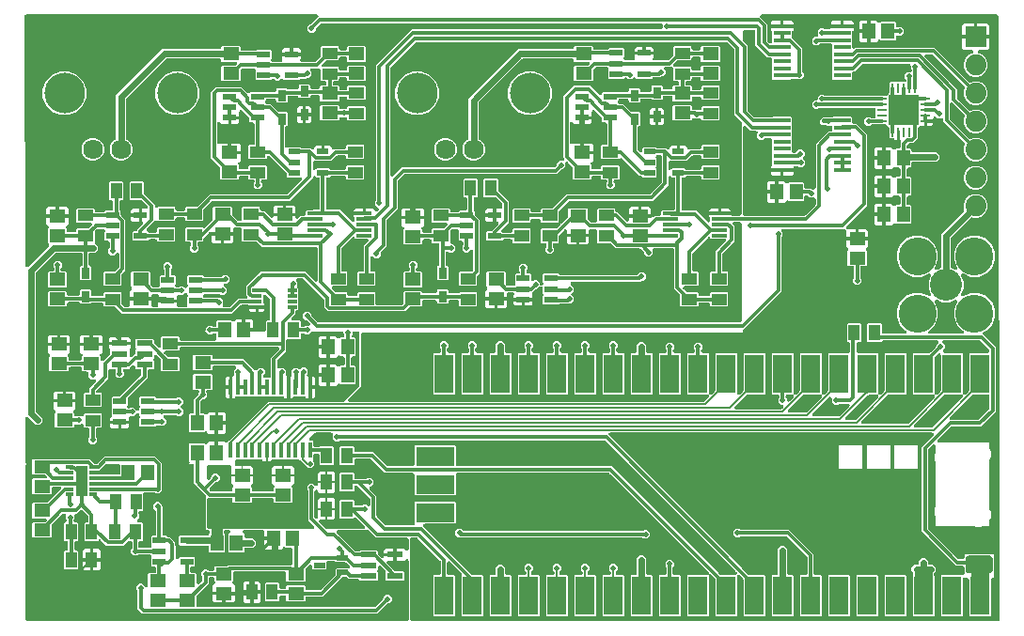
<source format=gbr>
G04 EAGLE Gerber RS-274X export*
G75*
%MOMM*%
%FSLAX34Y34*%
%LPD*%
%INTop Copper*%
%IPPOS*%
%AMOC8*
5,1,8,0,0,1.08239X$1,22.5*%
G01*
G04 Define Apertures*
%ADD10R,1.465300X1.164600*%
%ADD11R,1.164600X1.465300*%
%ADD12R,0.773900X0.985400*%
%ADD13R,1.200000X0.600000*%
%ADD14R,1.528000X0.435000*%
%ADD15R,0.650000X0.300000*%
%ADD16R,1.100000X2.750000*%
%ADD17R,0.850000X0.300000*%
%ADD18R,1.050000X0.550000*%
%ADD19C,1.782000*%
%ADD20C,3.657600*%
%ADD21R,1.420200X1.031200*%
%ADD22R,1.031200X1.420200*%
%ADD23R,1.450000X0.300000*%
%ADD24R,1.700000X3.500000*%
%ADD25R,3.500000X1.700000*%
%ADD26R,0.355600X1.422400*%
%ADD27R,0.850000X0.280000*%
%ADD28R,0.280000X0.850000*%
%ADD29R,2.700000X2.700000*%
%ADD30R,1.473200X0.558800*%
%ADD31R,1.890000X1.890000*%
%ADD32C,1.890000*%
%ADD33C,2.880000*%
%ADD34C,3.420000*%
%ADD35R,1.050000X0.500000*%
%ADD36C,0.609600*%
%ADD37C,0.304800*%
%ADD38C,0.502400*%
%ADD39C,0.508000*%
%ADD40C,0.203200*%
%ADD41C,0.152400*%
%ADD42C,1.016000*%
G36*
X795562Y710305D02*
X794968Y710184D01*
X775335Y710184D01*
X774786Y710286D01*
X774275Y710613D01*
X773932Y711114D01*
X773811Y711708D01*
X773811Y712216D01*
X773913Y712765D01*
X774240Y713276D01*
X774741Y713619D01*
X775335Y713740D01*
X794380Y713740D01*
X794952Y713629D01*
X795457Y713294D01*
X795780Y712971D01*
X795993Y712836D01*
X796351Y712347D01*
X796491Y711757D01*
X796389Y711159D01*
X796062Y710648D01*
X795562Y710305D01*
G37*
G36*
X879512Y451701D02*
X878918Y451580D01*
X350774Y451580D01*
X350225Y451682D01*
X349714Y452009D01*
X349371Y452510D01*
X349250Y453104D01*
X349250Y525272D01*
X349352Y525821D01*
X349679Y526332D01*
X350180Y526675D01*
X350774Y526796D01*
X355081Y526796D01*
X355653Y526685D01*
X356159Y526350D01*
X376540Y505969D01*
X376865Y505486D01*
X376986Y504891D01*
X376986Y494674D01*
X376884Y494125D01*
X376557Y493614D01*
X376056Y493271D01*
X375462Y493150D01*
X370754Y493150D01*
X370010Y492406D01*
X370010Y456354D01*
X370754Y455610D01*
X388806Y455610D01*
X389550Y456354D01*
X389550Y492406D01*
X388806Y493150D01*
X384098Y493150D01*
X383549Y493252D01*
X383038Y493579D01*
X382695Y494080D01*
X382574Y494674D01*
X382574Y503875D01*
X382668Y504402D01*
X382987Y504918D01*
X383481Y505269D01*
X384074Y505399D01*
X384670Y505288D01*
X385176Y504953D01*
X395489Y494640D01*
X395805Y494179D01*
X395935Y493587D01*
X395824Y492990D01*
X395489Y492485D01*
X395410Y492406D01*
X395410Y456354D01*
X396154Y455610D01*
X414206Y455610D01*
X414950Y456354D01*
X414950Y492406D01*
X414206Y493150D01*
X405513Y493150D01*
X404941Y493261D01*
X404435Y493596D01*
X361423Y536608D01*
X361117Y537047D01*
X360977Y537637D01*
X361079Y538235D01*
X361406Y538746D01*
X361906Y539089D01*
X362501Y539210D01*
X389856Y539210D01*
X390600Y539954D01*
X390600Y558006D01*
X389856Y558750D01*
X353804Y558750D01*
X353060Y558006D01*
X353060Y539905D01*
X353254Y539627D01*
X353394Y539037D01*
X353292Y538439D01*
X352965Y537928D01*
X352465Y537585D01*
X351871Y537464D01*
X328179Y537464D01*
X327607Y537575D01*
X327101Y537910D01*
X319470Y545541D01*
X319145Y546024D01*
X319024Y546619D01*
X319024Y564072D01*
X312900Y570196D01*
X312594Y570635D01*
X312454Y571225D01*
X312556Y571823D01*
X312883Y572334D01*
X313383Y572677D01*
X313978Y572798D01*
X313987Y572798D01*
X316202Y575013D01*
X316202Y578147D01*
X313987Y580362D01*
X310853Y580362D01*
X310312Y579820D01*
X309829Y579495D01*
X309234Y579374D01*
X300355Y579374D01*
X299806Y579476D01*
X299295Y579803D01*
X298952Y580304D01*
X298831Y580898D01*
X298831Y584207D01*
X298087Y584951D01*
X286723Y584951D01*
X285979Y584207D01*
X285979Y568953D01*
X286723Y568209D01*
X298087Y568209D01*
X298831Y568953D01*
X298831Y572262D01*
X298933Y572811D01*
X299260Y573322D01*
X299761Y573665D01*
X300355Y573786D01*
X300776Y573786D01*
X301348Y573675D01*
X301854Y573340D01*
X312990Y562204D01*
X313315Y561721D01*
X313436Y561126D01*
X313436Y556652D01*
X313342Y556125D01*
X313023Y555609D01*
X312529Y555258D01*
X311936Y555128D01*
X311340Y555239D01*
X310834Y555574D01*
X310177Y556232D01*
X307043Y556232D01*
X306502Y555690D01*
X306019Y555365D01*
X305424Y555244D01*
X300355Y555244D01*
X299806Y555346D01*
X299295Y555673D01*
X298952Y556174D01*
X298831Y556768D01*
X298831Y560077D01*
X298087Y560821D01*
X286723Y560821D01*
X285979Y560077D01*
X285979Y544823D01*
X286723Y544079D01*
X298087Y544079D01*
X298695Y544687D01*
X299156Y545003D01*
X299748Y545133D01*
X300345Y545022D01*
X300850Y544687D01*
X308266Y537272D01*
X308572Y536833D01*
X308711Y536243D01*
X308610Y535645D01*
X308283Y535134D01*
X307782Y534791D01*
X307188Y534670D01*
X273823Y534670D01*
X273251Y534781D01*
X272745Y535116D01*
X267654Y540207D01*
X267348Y540646D01*
X267208Y541236D01*
X267310Y541834D01*
X267637Y542345D01*
X268137Y542688D01*
X268732Y542809D01*
X273253Y542809D01*
X273253Y551688D01*
X266319Y551688D01*
X266319Y545222D01*
X266225Y544695D01*
X265906Y544179D01*
X265412Y543828D01*
X264819Y543698D01*
X264223Y543809D01*
X263717Y544144D01*
X263590Y544271D01*
X263265Y544754D01*
X263144Y545349D01*
X263144Y568314D01*
X263255Y568886D01*
X263590Y569392D01*
X263717Y569519D01*
X264156Y569825D01*
X264746Y569964D01*
X265344Y569863D01*
X265855Y569536D01*
X266198Y569036D01*
X266319Y568441D01*
X266319Y568427D01*
X267807Y566939D01*
X273253Y566939D01*
X273253Y575818D01*
X266319Y575818D01*
X266319Y574559D01*
X266225Y574032D01*
X265906Y573516D01*
X265412Y573165D01*
X264819Y573035D01*
X264223Y573146D01*
X263717Y573481D01*
X261917Y575282D01*
X258783Y575282D01*
X256568Y573067D01*
X256568Y569933D01*
X257110Y569392D01*
X257435Y568909D01*
X257556Y568314D01*
X257556Y542403D01*
X262687Y537272D01*
X262993Y536833D01*
X263133Y536243D01*
X263031Y535645D01*
X262704Y535134D01*
X262204Y534791D01*
X261609Y534670D01*
X167894Y534670D01*
X167345Y534772D01*
X166834Y535099D01*
X166491Y535600D01*
X166370Y536194D01*
X166370Y560968D01*
X166472Y561517D01*
X166799Y562028D01*
X167300Y562371D01*
X167894Y562492D01*
X188000Y562492D01*
X188549Y562390D01*
X189060Y562063D01*
X189403Y561562D01*
X189524Y560968D01*
X189524Y558937D01*
X190267Y558193D01*
X205973Y558193D01*
X206717Y558937D01*
X206717Y560968D01*
X206819Y561517D01*
X207146Y562028D01*
X207646Y562371D01*
X208241Y562492D01*
X224830Y562492D01*
X225379Y562390D01*
X225890Y562063D01*
X226233Y561562D01*
X226354Y560968D01*
X226354Y558937D01*
X227097Y558193D01*
X242803Y558193D01*
X243547Y558937D01*
X243547Y571635D01*
X243117Y572064D01*
X242801Y572525D01*
X242671Y573118D01*
X242782Y573714D01*
X243117Y574220D01*
X244817Y575919D01*
X244817Y582032D01*
X225084Y582032D01*
X225084Y575919D01*
X226783Y574220D01*
X227099Y573759D01*
X227229Y573166D01*
X227118Y572570D01*
X226783Y572064D01*
X226354Y571635D01*
X226354Y569604D01*
X226251Y569055D01*
X225924Y568544D01*
X225424Y568201D01*
X224830Y568080D01*
X208241Y568080D01*
X207691Y568182D01*
X207180Y568509D01*
X206837Y569010D01*
X206717Y569604D01*
X206717Y571635D01*
X206287Y572064D01*
X205971Y572525D01*
X205841Y573118D01*
X205952Y573714D01*
X206287Y574220D01*
X207987Y575919D01*
X207987Y582032D01*
X188254Y582032D01*
X188254Y575919D01*
X189953Y574220D01*
X190269Y573759D01*
X190399Y573166D01*
X190288Y572570D01*
X189953Y572064D01*
X189524Y571635D01*
X189524Y569604D01*
X189421Y569055D01*
X189094Y568544D01*
X188594Y568201D01*
X188000Y568080D01*
X170699Y568080D01*
X170127Y568191D01*
X169621Y568526D01*
X168927Y569220D01*
X168611Y569681D01*
X168481Y570274D01*
X168592Y570870D01*
X168927Y571376D01*
X173713Y576162D01*
X174196Y576487D01*
X174791Y576608D01*
X175557Y576608D01*
X177772Y578823D01*
X177772Y581957D01*
X175557Y584172D01*
X172423Y584172D01*
X170208Y581957D01*
X170208Y581191D01*
X170097Y580619D01*
X169762Y580113D01*
X168972Y579323D01*
X168533Y579017D01*
X167943Y578877D01*
X167345Y578979D01*
X166834Y579306D01*
X166491Y579806D01*
X166370Y580401D01*
X166370Y590296D01*
X166472Y590845D01*
X166799Y591356D01*
X167300Y591699D01*
X167894Y591820D01*
X186730Y591820D01*
X187279Y591718D01*
X187790Y591391D01*
X188133Y590890D01*
X188254Y590296D01*
X188254Y583556D01*
X197358Y583556D01*
X197358Y591157D01*
X193250Y591157D01*
X192550Y591327D01*
X192077Y591707D01*
X191790Y592242D01*
X191734Y592846D01*
X191770Y593173D01*
X191770Y595376D01*
X191872Y595925D01*
X192199Y596436D01*
X192700Y596779D01*
X193294Y596900D01*
X196634Y596900D01*
X196903Y597084D01*
X197496Y597215D01*
X198092Y597103D01*
X198399Y596900D01*
X203134Y596900D01*
X203403Y597084D01*
X203996Y597215D01*
X204592Y597103D01*
X204899Y596900D01*
X209634Y596900D01*
X209903Y597084D01*
X210496Y597215D01*
X211092Y597103D01*
X211399Y596900D01*
X215539Y596900D01*
X216111Y596789D01*
X216616Y596454D01*
X217440Y595630D01*
X219508Y595630D01*
X219508Y606044D01*
X221032Y606044D01*
X221032Y595630D01*
X223100Y595630D01*
X223924Y596454D01*
X224407Y596779D01*
X225001Y596900D01*
X229134Y596900D01*
X229403Y597084D01*
X229996Y597215D01*
X230592Y597103D01*
X230899Y596900D01*
X235634Y596900D01*
X235903Y597084D01*
X236496Y597215D01*
X237092Y597103D01*
X237399Y596900D01*
X242134Y596900D01*
X242403Y597084D01*
X242996Y597215D01*
X243592Y597103D01*
X243899Y596900D01*
X248960Y596900D01*
X249509Y596798D01*
X250020Y596471D01*
X250225Y596172D01*
X255643Y590754D01*
X255958Y590693D01*
X256464Y590358D01*
X257513Y589308D01*
X260647Y589308D01*
X262862Y591523D01*
X262862Y594657D01*
X262174Y595345D01*
X261858Y595806D01*
X261728Y596398D01*
X261839Y596994D01*
X262174Y597500D01*
X262318Y597644D01*
X262318Y600964D01*
X262420Y601513D01*
X262747Y602024D01*
X263248Y602367D01*
X263842Y602488D01*
X266065Y602488D01*
X266614Y602386D01*
X267125Y602059D01*
X267468Y601558D01*
X267589Y600964D01*
X267589Y593083D01*
X268333Y592339D01*
X279697Y592339D01*
X280441Y593083D01*
X280441Y608337D01*
X279697Y609081D01*
X268333Y609081D01*
X267774Y608522D01*
X267291Y608197D01*
X266697Y608076D01*
X263842Y608076D01*
X263293Y608178D01*
X262782Y608505D01*
X262439Y609006D01*
X262318Y609600D01*
X262318Y612920D01*
X261574Y613664D01*
X259723Y613664D01*
X259119Y613789D01*
X258621Y614135D01*
X258298Y614648D01*
X258200Y615246D01*
X258343Y615836D01*
X258705Y616322D01*
X258737Y616351D01*
X263224Y620838D01*
X263707Y621163D01*
X264301Y621284D01*
X278246Y621284D01*
X278773Y621190D01*
X279289Y620871D01*
X279640Y620377D01*
X279770Y619784D01*
X279659Y619188D01*
X279428Y618840D01*
X279428Y615653D01*
X281643Y613438D01*
X284777Y613438D01*
X285318Y613980D01*
X285801Y614305D01*
X286396Y614426D01*
X523991Y614426D01*
X524563Y614315D01*
X525069Y613980D01*
X643297Y495752D01*
X643603Y495313D01*
X643743Y494723D01*
X643641Y494125D01*
X643314Y493614D01*
X642814Y493271D01*
X642219Y493150D01*
X629224Y493150D01*
X628652Y493261D01*
X628146Y493596D01*
X530939Y590804D01*
X392124Y590804D01*
X391575Y590906D01*
X391064Y591233D01*
X390721Y591734D01*
X390600Y592328D01*
X390600Y608806D01*
X389856Y609550D01*
X353804Y609550D01*
X353060Y608806D01*
X353060Y592328D01*
X352958Y591779D01*
X352631Y591268D01*
X352130Y590925D01*
X351536Y590804D01*
X329449Y590804D01*
X328877Y590915D01*
X328371Y591250D01*
X316117Y603504D01*
X300355Y603504D01*
X299806Y603606D01*
X299295Y603933D01*
X298952Y604434D01*
X298831Y605028D01*
X298831Y608337D01*
X298087Y609081D01*
X286723Y609081D01*
X285979Y608337D01*
X285979Y593083D01*
X286723Y592339D01*
X298087Y592339D01*
X298831Y593083D01*
X298831Y596392D01*
X298933Y596941D01*
X299260Y597452D01*
X299761Y597795D01*
X300355Y597916D01*
X313171Y597916D01*
X313743Y597805D01*
X314249Y597470D01*
X326503Y585216D01*
X351536Y585216D01*
X352085Y585114D01*
X352596Y584787D01*
X352939Y584286D01*
X353060Y583692D01*
X353060Y565354D01*
X353804Y564610D01*
X389856Y564610D01*
X390600Y565354D01*
X390600Y583692D01*
X390702Y584241D01*
X391029Y584752D01*
X391530Y585095D01*
X392124Y585216D01*
X527993Y585216D01*
X528565Y585105D01*
X529070Y584770D01*
X618088Y495752D01*
X618394Y495313D01*
X618534Y494723D01*
X618432Y494125D01*
X618105Y493614D01*
X617605Y493271D01*
X617011Y493150D01*
X599354Y493150D01*
X598610Y492406D01*
X598610Y456354D01*
X599354Y455610D01*
X617406Y455610D01*
X618150Y456354D01*
X618150Y492011D01*
X618244Y492537D01*
X618563Y493053D01*
X619057Y493404D01*
X619650Y493535D01*
X620246Y493423D01*
X620752Y493088D01*
X623564Y490276D01*
X623889Y489793D01*
X624010Y489199D01*
X624010Y456354D01*
X624754Y455610D01*
X642806Y455610D01*
X643550Y456354D01*
X643550Y491819D01*
X643644Y492346D01*
X643963Y492862D01*
X644457Y493213D01*
X645050Y493343D01*
X645646Y493232D01*
X646152Y492897D01*
X648964Y490085D01*
X649289Y489602D01*
X649410Y489007D01*
X649410Y456354D01*
X650154Y455610D01*
X668206Y455610D01*
X668950Y456354D01*
X668950Y492406D01*
X668206Y493150D01*
X654433Y493150D01*
X653861Y493261D01*
X653355Y493596D01*
X528269Y618682D01*
X527963Y619121D01*
X527823Y619711D01*
X527925Y620309D01*
X528252Y620820D01*
X528752Y621163D01*
X529347Y621284D01*
X819393Y621284D01*
X819920Y621190D01*
X820436Y620871D01*
X820787Y620377D01*
X820917Y619784D01*
X820806Y619188D01*
X820471Y618682D01*
X810006Y608217D01*
X810006Y532243D01*
X840853Y501396D01*
X846836Y501396D01*
X847385Y501294D01*
X847896Y500967D01*
X848239Y500466D01*
X848360Y499872D01*
X848360Y494475D01*
X848266Y493949D01*
X847947Y493433D01*
X847453Y493082D01*
X846860Y492952D01*
X846264Y493063D01*
X846132Y493150D01*
X827954Y493150D01*
X827210Y492406D01*
X827210Y456354D01*
X827954Y455610D01*
X846006Y455610D01*
X846750Y456354D01*
X846750Y489056D01*
X846894Y489704D01*
X847256Y490190D01*
X847779Y490498D01*
X848380Y490577D01*
X848965Y490415D01*
X849154Y490319D01*
X849341Y490260D01*
X849713Y490220D01*
X851086Y490220D01*
X851635Y490118D01*
X852146Y489791D01*
X852489Y489290D01*
X852610Y488696D01*
X852610Y456354D01*
X853354Y455610D01*
X871406Y455610D01*
X872150Y456354D01*
X872150Y488696D01*
X872252Y489245D01*
X872579Y489756D01*
X873080Y490099D01*
X873631Y490211D01*
X873631Y490215D01*
X873659Y490217D01*
X873674Y490220D01*
X873696Y490220D01*
X873973Y490244D01*
X874180Y490297D01*
X874375Y490385D01*
X874552Y490504D01*
X874707Y490652D01*
X874835Y490823D01*
X874931Y491014D01*
X874990Y491201D01*
X875030Y491573D01*
X875030Y510476D01*
X875006Y510753D01*
X874953Y510960D01*
X874865Y511155D01*
X874746Y511332D01*
X874598Y511487D01*
X874427Y511615D01*
X874236Y511711D01*
X874049Y511770D01*
X873677Y511810D01*
X849694Y511810D01*
X849417Y511786D01*
X849210Y511733D01*
X849015Y511645D01*
X848838Y511526D01*
X848683Y511378D01*
X848555Y511207D01*
X848459Y511016D01*
X848400Y510829D01*
X848360Y510457D01*
X848360Y508508D01*
X848258Y507959D01*
X847931Y507448D01*
X847430Y507105D01*
X846836Y506984D01*
X843799Y506984D01*
X843227Y507095D01*
X842721Y507430D01*
X816040Y534111D01*
X815715Y534594D01*
X815594Y535189D01*
X815594Y605271D01*
X815705Y605843D01*
X816040Y606349D01*
X819843Y610152D01*
X820282Y610458D01*
X820872Y610598D01*
X821470Y610496D01*
X821981Y610169D01*
X822324Y609669D01*
X822445Y609074D01*
X822445Y603635D01*
X822329Y603052D01*
X821280Y600520D01*
X821280Y596740D01*
X822329Y594208D01*
X822445Y593625D01*
X822445Y555135D01*
X822329Y554552D01*
X821280Y552020D01*
X821280Y548240D01*
X822329Y545708D01*
X822445Y545125D01*
X822445Y536832D01*
X822454Y536753D01*
X822459Y536751D01*
X822519Y536745D01*
X857104Y536745D01*
X857687Y536629D01*
X858892Y536130D01*
X863268Y536130D01*
X864473Y536629D01*
X865056Y536745D01*
X870628Y536745D01*
X870707Y536754D01*
X870709Y536759D01*
X870715Y536819D01*
X870715Y541343D01*
X870831Y541927D01*
X872080Y544942D01*
X872080Y549318D01*
X870831Y552333D01*
X870715Y552917D01*
X870715Y595843D01*
X870831Y596427D01*
X872080Y599442D01*
X872080Y603818D01*
X870831Y606833D01*
X870715Y607417D01*
X870715Y611928D01*
X870706Y612007D01*
X870701Y612009D01*
X870641Y612015D01*
X865056Y612015D01*
X864473Y612131D01*
X863268Y612630D01*
X858892Y612630D01*
X857687Y612131D01*
X857104Y612015D01*
X825386Y612015D01*
X824859Y612109D01*
X824343Y612428D01*
X823992Y612922D01*
X823862Y613515D01*
X823973Y614111D01*
X824308Y614617D01*
X836371Y626680D01*
X836854Y627005D01*
X837449Y627126D01*
X863487Y627126D01*
X876554Y640193D01*
X876554Y698387D01*
X865290Y709651D01*
X864979Y710101D01*
X864844Y710692D01*
X864951Y711289D01*
X865282Y711798D01*
X865785Y712137D01*
X868006Y713057D01*
X868243Y713294D01*
X868726Y713619D01*
X869320Y713740D01*
X878320Y713740D01*
X878866Y713639D01*
X879378Y713313D01*
X879722Y712814D01*
X879844Y712220D01*
X880442Y453108D01*
X880339Y452555D01*
X880013Y452044D01*
X879512Y451701D01*
G37*
%LPC*%
G36*
X760519Y588745D02*
X781628Y588745D01*
X781707Y588754D01*
X781709Y588759D01*
X781715Y588819D01*
X781715Y609928D01*
X781706Y610007D01*
X781701Y610009D01*
X781641Y610015D01*
X760532Y610015D01*
X760453Y610006D01*
X760451Y610001D01*
X760445Y609941D01*
X760445Y588832D01*
X760454Y588753D01*
X760459Y588751D01*
X760519Y588745D01*
G37*
G36*
X785519Y588745D02*
X806628Y588745D01*
X806707Y588754D01*
X806709Y588759D01*
X806715Y588819D01*
X806715Y609928D01*
X806706Y610007D01*
X806701Y610009D01*
X806641Y610015D01*
X785532Y610015D01*
X785453Y610006D01*
X785451Y610001D01*
X785445Y609941D01*
X785445Y588832D01*
X785454Y588753D01*
X785459Y588751D01*
X785519Y588745D01*
G37*
G36*
X735519Y588745D02*
X756628Y588745D01*
X756707Y588754D01*
X756709Y588759D01*
X756715Y588819D01*
X756715Y609928D01*
X756706Y610007D01*
X756701Y610009D01*
X756641Y610015D01*
X735532Y610015D01*
X735453Y610006D01*
X735451Y610001D01*
X735445Y609941D01*
X735445Y588832D01*
X735454Y588753D01*
X735459Y588751D01*
X735519Y588745D01*
G37*
G36*
X198882Y583556D02*
X207987Y583556D01*
X207987Y589669D01*
X206499Y591157D01*
X198882Y591157D01*
X198882Y583556D01*
G37*
G36*
X225084Y583556D02*
X234188Y583556D01*
X234188Y591157D01*
X226571Y591157D01*
X225084Y589669D01*
X225084Y583556D01*
G37*
G36*
X235712Y583556D02*
X244817Y583556D01*
X244817Y589669D01*
X243329Y591157D01*
X235712Y591157D01*
X235712Y583556D01*
G37*
G36*
X266319Y577342D02*
X273253Y577342D01*
X273253Y586221D01*
X267807Y586221D01*
X266319Y584733D01*
X266319Y577342D01*
G37*
G36*
X274777Y577342D02*
X281711Y577342D01*
X281711Y584733D01*
X280223Y586221D01*
X274777Y586221D01*
X274777Y577342D01*
G37*
G36*
X274777Y566939D02*
X280223Y566939D01*
X281711Y568427D01*
X281711Y575818D01*
X274777Y575818D01*
X274777Y566939D01*
G37*
G36*
X266319Y553212D02*
X273253Y553212D01*
X273253Y562091D01*
X267807Y562091D01*
X266319Y560603D01*
X266319Y553212D01*
G37*
G36*
X274777Y553212D02*
X281711Y553212D01*
X281711Y560603D01*
X280223Y562091D01*
X274777Y562091D01*
X274777Y553212D01*
G37*
G36*
X274777Y542809D02*
X280223Y542809D01*
X281711Y544297D01*
X281711Y551688D01*
X274777Y551688D01*
X274777Y542809D01*
G37*
G36*
X700954Y455610D02*
X719006Y455610D01*
X719750Y456354D01*
X719750Y492406D01*
X719006Y493150D01*
X714298Y493150D01*
X713749Y493252D01*
X713238Y493579D01*
X712895Y494080D01*
X712774Y494674D01*
X712774Y511647D01*
X690767Y533654D01*
X647076Y533654D01*
X646504Y533765D01*
X645998Y534100D01*
X645457Y534642D01*
X642323Y534642D01*
X640108Y532427D01*
X640108Y529293D01*
X642323Y527078D01*
X645457Y527078D01*
X645998Y527620D01*
X646481Y527945D01*
X647076Y528066D01*
X687821Y528066D01*
X688393Y527955D01*
X688899Y527620D01*
X706740Y509779D01*
X707065Y509296D01*
X707186Y508701D01*
X707186Y494674D01*
X707084Y494125D01*
X706757Y493614D01*
X706256Y493271D01*
X705662Y493150D01*
X700954Y493150D01*
X700210Y492406D01*
X700210Y456354D01*
X700954Y455610D01*
G37*
G36*
X559773Y525808D02*
X562907Y525808D01*
X565122Y528023D01*
X565122Y531157D01*
X562907Y533372D01*
X559773Y533372D01*
X559232Y532830D01*
X558749Y532505D01*
X558154Y532384D01*
X398156Y532384D01*
X397584Y532495D01*
X397078Y532830D01*
X395267Y534642D01*
X392133Y534642D01*
X389918Y532427D01*
X389918Y529293D01*
X392133Y527078D01*
X392899Y527078D01*
X393471Y526967D01*
X393729Y526796D01*
X558154Y526796D01*
X558726Y526685D01*
X559232Y526350D01*
X559773Y525808D01*
G37*
G36*
X675554Y455610D02*
X693606Y455610D01*
X694350Y456354D01*
X694350Y492406D01*
X693606Y493150D01*
X690544Y493150D01*
X689995Y493252D01*
X689484Y493579D01*
X689141Y494080D01*
X689020Y494674D01*
X689020Y516873D01*
X686491Y519402D01*
X682914Y519402D01*
X680384Y516873D01*
X680384Y494674D01*
X680282Y494125D01*
X679955Y493614D01*
X679455Y493271D01*
X678860Y493150D01*
X675554Y493150D01*
X674810Y492406D01*
X674810Y456354D01*
X675554Y455610D01*
G37*
G36*
X548554Y455610D02*
X566606Y455610D01*
X567350Y456354D01*
X567350Y492406D01*
X566606Y493150D01*
X563422Y493150D01*
X562873Y493252D01*
X562362Y493579D01*
X562019Y494080D01*
X561898Y494674D01*
X561898Y507933D01*
X559319Y510512D01*
X555741Y510512D01*
X553212Y507983D01*
X553212Y503970D01*
X553262Y503724D01*
X553262Y500310D01*
X553212Y500053D01*
X553212Y495616D01*
X553262Y495370D01*
X553262Y494674D01*
X553160Y494125D01*
X552833Y493614D01*
X552332Y493271D01*
X551738Y493150D01*
X548554Y493150D01*
X547810Y492406D01*
X547810Y456354D01*
X548554Y455610D01*
G37*
G36*
X802554Y455610D02*
X820606Y455610D01*
X821350Y456354D01*
X821350Y492418D01*
X821049Y492865D01*
X820928Y493459D01*
X820928Y494150D01*
X821039Y494722D01*
X821374Y495228D01*
X822198Y496051D01*
X822198Y499629D01*
X819669Y502158D01*
X817372Y502158D01*
X816823Y502260D01*
X816312Y502587D01*
X815969Y503088D01*
X815848Y503682D01*
X815848Y505979D01*
X813319Y508508D01*
X809741Y508508D01*
X807212Y505979D01*
X807212Y503682D01*
X807110Y503133D01*
X806783Y502622D01*
X806282Y502279D01*
X805688Y502158D01*
X803391Y502158D01*
X800862Y499629D01*
X800862Y496051D01*
X801736Y495178D01*
X802061Y494695D01*
X802182Y494100D01*
X802182Y493409D01*
X802071Y492837D01*
X801810Y492444D01*
X801810Y456354D01*
X802554Y455610D01*
G37*
G36*
X573954Y455610D02*
X592006Y455610D01*
X592750Y456354D01*
X592750Y492406D01*
X592006Y493150D01*
X587298Y493150D01*
X586749Y493252D01*
X586238Y493579D01*
X585895Y494080D01*
X585774Y494674D01*
X585774Y499558D01*
X585885Y500130D01*
X586220Y500636D01*
X586712Y501127D01*
X586712Y504261D01*
X584497Y506476D01*
X581363Y506476D01*
X579148Y504261D01*
X579148Y501127D01*
X579740Y500536D01*
X580065Y500053D01*
X580186Y499458D01*
X580186Y494674D01*
X580084Y494125D01*
X579757Y493614D01*
X579256Y493271D01*
X578662Y493150D01*
X573954Y493150D01*
X573210Y492406D01*
X573210Y456354D01*
X573954Y455610D01*
G37*
G36*
X497754Y455610D02*
X515806Y455610D01*
X516550Y456354D01*
X516550Y492406D01*
X515806Y493150D01*
X510336Y493150D01*
X509787Y493252D01*
X509276Y493579D01*
X508933Y494080D01*
X508812Y494674D01*
X508812Y495162D01*
X508923Y495734D01*
X509258Y496240D01*
X510562Y497543D01*
X510562Y500677D01*
X508347Y502892D01*
X505213Y502892D01*
X502998Y500677D01*
X502998Y497543D01*
X504302Y496240D01*
X504627Y495757D01*
X504748Y495162D01*
X504748Y494674D01*
X504646Y494125D01*
X504319Y493614D01*
X503818Y493271D01*
X503224Y493150D01*
X497754Y493150D01*
X497010Y492406D01*
X497010Y456354D01*
X497754Y455610D01*
G37*
G36*
X472354Y455610D02*
X490406Y455610D01*
X491150Y456354D01*
X491150Y492406D01*
X490406Y493150D01*
X484936Y493150D01*
X484387Y493252D01*
X483876Y493579D01*
X483533Y494080D01*
X483412Y494674D01*
X483412Y495162D01*
X483523Y495734D01*
X483858Y496240D01*
X485162Y497543D01*
X485162Y500677D01*
X482947Y502892D01*
X479813Y502892D01*
X477598Y500677D01*
X477598Y497543D01*
X478902Y496240D01*
X479227Y495757D01*
X479348Y495162D01*
X479348Y494674D01*
X479246Y494125D01*
X478919Y493614D01*
X478418Y493271D01*
X477824Y493150D01*
X472354Y493150D01*
X471610Y492406D01*
X471610Y456354D01*
X472354Y455610D01*
G37*
G36*
X446954Y455610D02*
X465006Y455610D01*
X465750Y456354D01*
X465750Y492406D01*
X465006Y493150D01*
X459536Y493150D01*
X458987Y493252D01*
X458476Y493579D01*
X458133Y494080D01*
X458012Y494674D01*
X458012Y495162D01*
X458123Y495734D01*
X458458Y496240D01*
X459762Y497543D01*
X459762Y500677D01*
X457547Y502892D01*
X454413Y502892D01*
X452198Y500677D01*
X452198Y497543D01*
X453502Y496240D01*
X453827Y495757D01*
X453948Y495162D01*
X453948Y494674D01*
X453846Y494125D01*
X453519Y493614D01*
X453018Y493271D01*
X452424Y493150D01*
X446954Y493150D01*
X446210Y492406D01*
X446210Y456354D01*
X446954Y455610D01*
G37*
G36*
X523154Y455610D02*
X541206Y455610D01*
X541950Y456354D01*
X541950Y492406D01*
X541206Y493150D01*
X535736Y493150D01*
X535187Y493252D01*
X534676Y493579D01*
X534333Y494080D01*
X534212Y494674D01*
X534212Y495162D01*
X534323Y495734D01*
X534658Y496240D01*
X535962Y497543D01*
X535962Y500677D01*
X533747Y502892D01*
X530613Y502892D01*
X528398Y500677D01*
X528398Y497543D01*
X529702Y496240D01*
X530027Y495757D01*
X530148Y495162D01*
X530148Y494674D01*
X530046Y494125D01*
X529719Y493614D01*
X529218Y493271D01*
X528624Y493150D01*
X523154Y493150D01*
X522410Y492406D01*
X522410Y456354D01*
X523154Y455610D01*
G37*
G36*
X421554Y455610D02*
X439606Y455610D01*
X440350Y456354D01*
X440350Y492406D01*
X439606Y493150D01*
X436422Y493150D01*
X435873Y493252D01*
X435362Y493579D01*
X435019Y494080D01*
X434898Y494674D01*
X434898Y499579D01*
X432319Y502158D01*
X428741Y502158D01*
X426212Y499629D01*
X426212Y495616D01*
X426262Y495370D01*
X426262Y494674D01*
X426160Y494125D01*
X425833Y493614D01*
X425332Y493271D01*
X424738Y493150D01*
X421554Y493150D01*
X420810Y492406D01*
X420810Y456354D01*
X421554Y455610D01*
G37*
G36*
X777154Y455610D02*
X795206Y455610D01*
X795950Y456354D01*
X795950Y492406D01*
X795206Y493150D01*
X777154Y493150D01*
X776410Y492406D01*
X776410Y456354D01*
X777154Y455610D01*
G37*
G36*
X726354Y455610D02*
X744406Y455610D01*
X745150Y456354D01*
X745150Y492406D01*
X744406Y493150D01*
X726354Y493150D01*
X725610Y492406D01*
X725610Y456354D01*
X726354Y455610D01*
G37*
G36*
X751754Y455610D02*
X769806Y455610D01*
X770550Y456354D01*
X770550Y492406D01*
X769806Y493150D01*
X751754Y493150D01*
X751010Y492406D01*
X751010Y456354D01*
X751754Y455610D01*
G37*
%LPD*%
G36*
X683696Y642487D02*
X683102Y642366D01*
X643078Y642366D01*
X642552Y642460D01*
X642035Y642779D01*
X641685Y643273D01*
X641554Y643866D01*
X641666Y644462D01*
X642001Y644968D01*
X652197Y655164D01*
X652680Y655489D01*
X653274Y655610D01*
X668206Y655610D01*
X668950Y656354D01*
X668950Y692406D01*
X668206Y693150D01*
X650154Y693150D01*
X649410Y692406D01*
X649410Y659474D01*
X649299Y658902D01*
X648964Y658397D01*
X646152Y655585D01*
X645713Y655279D01*
X645123Y655139D01*
X644525Y655241D01*
X644014Y655568D01*
X643671Y656068D01*
X643550Y656662D01*
X643550Y692406D01*
X642806Y693150D01*
X624754Y693150D01*
X624010Y692406D01*
X624010Y659474D01*
X623899Y658902D01*
X623564Y658397D01*
X620752Y655585D01*
X620313Y655279D01*
X619723Y655139D01*
X619125Y655241D01*
X618614Y655568D01*
X618271Y656068D01*
X618150Y656662D01*
X618150Y692406D01*
X617406Y693150D01*
X612648Y693150D01*
X612099Y693252D01*
X611588Y693579D01*
X611245Y694080D01*
X611124Y694674D01*
X611124Y695314D01*
X611235Y695886D01*
X611570Y696392D01*
X612112Y696933D01*
X612112Y700067D01*
X609897Y702282D01*
X606763Y702282D01*
X604548Y700067D01*
X604548Y696933D01*
X605090Y696392D01*
X605415Y695909D01*
X605536Y695314D01*
X605536Y694674D01*
X605434Y694125D01*
X605107Y693614D01*
X604606Y693271D01*
X604012Y693150D01*
X599354Y693150D01*
X598610Y692406D01*
X598610Y656354D01*
X599354Y655610D01*
X617098Y655610D01*
X617625Y655516D01*
X618141Y655197D01*
X618492Y654703D01*
X618622Y654110D01*
X618510Y653514D01*
X618175Y653008D01*
X614583Y649416D01*
X614100Y649091D01*
X613506Y648970D01*
X295035Y648970D01*
X294509Y649064D01*
X293993Y649383D01*
X293642Y649877D01*
X293512Y650470D01*
X293623Y651066D01*
X293958Y651572D01*
X304382Y661996D01*
X304562Y662209D01*
X304670Y662394D01*
X304746Y662593D01*
X304792Y662826D01*
X304800Y662982D01*
X304800Y709676D01*
X304902Y710225D01*
X305229Y710736D01*
X305730Y711079D01*
X306324Y711200D01*
X647636Y711200D01*
X647913Y711224D01*
X648120Y711277D01*
X648315Y711365D01*
X648492Y711484D01*
X648647Y711632D01*
X648775Y711803D01*
X648871Y711994D01*
X648930Y712181D01*
X648951Y712381D01*
X649045Y712765D01*
X649372Y713276D01*
X649872Y713619D01*
X650466Y713740D01*
X741045Y713740D01*
X741594Y713638D01*
X742105Y713311D01*
X742448Y712810D01*
X742569Y712216D01*
X742569Y703573D01*
X743313Y702829D01*
X743996Y702829D01*
X744546Y702727D01*
X745057Y702400D01*
X745400Y701899D01*
X745520Y701305D01*
X745520Y694674D01*
X745418Y694125D01*
X745091Y693614D01*
X744591Y693271D01*
X743996Y693150D01*
X726354Y693150D01*
X725610Y692406D01*
X725610Y659474D01*
X725499Y658902D01*
X725164Y658397D01*
X722352Y655585D01*
X721913Y655279D01*
X721323Y655139D01*
X720725Y655241D01*
X720214Y655568D01*
X719871Y656068D01*
X719750Y656662D01*
X719750Y692406D01*
X719006Y693150D01*
X700954Y693150D01*
X700210Y692406D01*
X700210Y659474D01*
X700099Y658902D01*
X699764Y658397D01*
X696952Y655585D01*
X696513Y655279D01*
X695923Y655139D01*
X695325Y655241D01*
X694814Y655568D01*
X694471Y656068D01*
X694350Y656662D01*
X694350Y692406D01*
X693606Y693150D01*
X675554Y693150D01*
X674810Y692406D01*
X674810Y656354D01*
X675554Y655610D01*
X680262Y655610D01*
X680811Y655508D01*
X681322Y655181D01*
X681665Y654680D01*
X681786Y654086D01*
X681786Y653476D01*
X681675Y652904D01*
X681340Y652398D01*
X680748Y651807D01*
X680748Y648673D01*
X682963Y646458D01*
X684146Y646458D01*
X684673Y646364D01*
X685189Y646045D01*
X685540Y645551D01*
X685670Y644958D01*
X685558Y644362D01*
X685223Y643856D01*
X684179Y642812D01*
X683696Y642487D01*
G37*
%LPC*%
G36*
X421554Y655610D02*
X439606Y655610D01*
X440350Y656354D01*
X440350Y692406D01*
X439606Y693150D01*
X436422Y693150D01*
X435873Y693252D01*
X435362Y693579D01*
X435019Y694080D01*
X434898Y694674D01*
X434898Y701509D01*
X432319Y704088D01*
X428741Y704088D01*
X426212Y701559D01*
X426212Y697546D01*
X426262Y697300D01*
X426262Y694674D01*
X426160Y694125D01*
X425833Y693614D01*
X425332Y693271D01*
X424738Y693150D01*
X421554Y693150D01*
X420810Y692406D01*
X420810Y656354D01*
X421554Y655610D01*
G37*
G36*
X370754Y655610D02*
X388806Y655610D01*
X389550Y656354D01*
X389550Y692406D01*
X388806Y693150D01*
X384098Y693150D01*
X383549Y693252D01*
X383038Y693579D01*
X382695Y694080D01*
X382574Y694674D01*
X382574Y696634D01*
X382685Y697206D01*
X383020Y697712D01*
X383512Y698203D01*
X383512Y701337D01*
X381297Y703552D01*
X378163Y703552D01*
X375948Y701337D01*
X375948Y698203D01*
X376540Y697612D01*
X376865Y697129D01*
X376986Y696534D01*
X376986Y694674D01*
X376884Y694125D01*
X376557Y693614D01*
X376056Y693271D01*
X375462Y693150D01*
X370754Y693150D01*
X370010Y692406D01*
X370010Y656354D01*
X370754Y655610D01*
G37*
G36*
X396154Y655610D02*
X414206Y655610D01*
X414950Y656354D01*
X414950Y692406D01*
X414206Y693150D01*
X409498Y693150D01*
X408949Y693252D01*
X408438Y693579D01*
X408095Y694080D01*
X407974Y694674D01*
X407974Y696634D01*
X408085Y697206D01*
X408420Y697712D01*
X408912Y698203D01*
X408912Y701337D01*
X406697Y703552D01*
X403563Y703552D01*
X401348Y701337D01*
X401348Y698203D01*
X401940Y697612D01*
X402265Y697129D01*
X402386Y696534D01*
X402386Y694674D01*
X402284Y694125D01*
X401957Y693614D01*
X401456Y693271D01*
X400862Y693150D01*
X396154Y693150D01*
X395410Y692406D01*
X395410Y656354D01*
X396154Y655610D01*
G37*
G36*
X497754Y655610D02*
X515806Y655610D01*
X516550Y656354D01*
X516550Y692406D01*
X515806Y693150D01*
X511048Y693150D01*
X510499Y693252D01*
X509988Y693579D01*
X509645Y694080D01*
X509524Y694674D01*
X509524Y696584D01*
X509635Y697156D01*
X509970Y697662D01*
X510512Y698203D01*
X510512Y701337D01*
X508297Y703552D01*
X505163Y703552D01*
X502948Y701337D01*
X502948Y698203D01*
X503490Y697662D01*
X503815Y697179D01*
X503936Y696584D01*
X503936Y694674D01*
X503834Y694125D01*
X503507Y693614D01*
X503006Y693271D01*
X502412Y693150D01*
X497754Y693150D01*
X497010Y692406D01*
X497010Y656354D01*
X497754Y655610D01*
G37*
G36*
X446954Y655610D02*
X465006Y655610D01*
X465750Y656354D01*
X465750Y692406D01*
X465006Y693150D01*
X460298Y693150D01*
X459749Y693252D01*
X459238Y693579D01*
X458895Y694080D01*
X458774Y694674D01*
X458774Y696634D01*
X458885Y697206D01*
X459220Y697712D01*
X459712Y698203D01*
X459712Y701337D01*
X457497Y703552D01*
X454363Y703552D01*
X452148Y701337D01*
X452148Y698203D01*
X452740Y697612D01*
X453065Y697129D01*
X453186Y696534D01*
X453186Y694674D01*
X453084Y694125D01*
X452757Y693614D01*
X452256Y693271D01*
X451662Y693150D01*
X446954Y693150D01*
X446210Y692406D01*
X446210Y656354D01*
X446954Y655610D01*
G37*
G36*
X472354Y655610D02*
X490406Y655610D01*
X491150Y656354D01*
X491150Y692406D01*
X490406Y693150D01*
X485698Y693150D01*
X485149Y693252D01*
X484638Y693579D01*
X484295Y694080D01*
X484174Y694674D01*
X484174Y696634D01*
X484285Y697206D01*
X484620Y697712D01*
X485112Y698203D01*
X485112Y701337D01*
X482897Y703552D01*
X479763Y703552D01*
X477548Y701337D01*
X477548Y698203D01*
X478140Y697612D01*
X478465Y697129D01*
X478586Y696534D01*
X478586Y694674D01*
X478484Y694125D01*
X478157Y693614D01*
X477656Y693271D01*
X477062Y693150D01*
X472354Y693150D01*
X471610Y692406D01*
X471610Y656354D01*
X472354Y655610D01*
G37*
G36*
X523154Y655610D02*
X541206Y655610D01*
X541950Y656354D01*
X541950Y692406D01*
X541206Y693150D01*
X536448Y693150D01*
X535899Y693252D01*
X535388Y693579D01*
X535045Y694080D01*
X534924Y694674D01*
X534924Y696584D01*
X535035Y697156D01*
X535370Y697662D01*
X535912Y698203D01*
X535912Y701337D01*
X533697Y703552D01*
X530563Y703552D01*
X528348Y701337D01*
X528348Y698203D01*
X528890Y697662D01*
X529215Y697179D01*
X529336Y696584D01*
X529336Y694674D01*
X529234Y694125D01*
X528907Y693614D01*
X528406Y693271D01*
X527812Y693150D01*
X523154Y693150D01*
X522410Y692406D01*
X522410Y656354D01*
X523154Y655610D01*
G37*
G36*
X548554Y655610D02*
X566606Y655610D01*
X567350Y656354D01*
X567350Y692406D01*
X566606Y693150D01*
X563422Y693150D01*
X562873Y693252D01*
X562362Y693579D01*
X562019Y694080D01*
X561898Y694674D01*
X561898Y700239D01*
X559319Y702818D01*
X555741Y702818D01*
X553212Y700289D01*
X553212Y696276D01*
X553262Y696030D01*
X553262Y694674D01*
X553160Y694125D01*
X552833Y693614D01*
X552332Y693271D01*
X551738Y693150D01*
X548554Y693150D01*
X547810Y692406D01*
X547810Y656354D01*
X548554Y655610D01*
G37*
G36*
X573954Y655610D02*
X592006Y655610D01*
X592750Y656354D01*
X592750Y692406D01*
X592006Y693150D01*
X587298Y693150D01*
X586749Y693252D01*
X586238Y693579D01*
X585895Y694080D01*
X585774Y694674D01*
X585774Y695364D01*
X585885Y695936D01*
X586220Y696442D01*
X586712Y696933D01*
X586712Y700067D01*
X584497Y702282D01*
X581363Y702282D01*
X579148Y700067D01*
X579148Y696933D01*
X579740Y696342D01*
X580065Y695859D01*
X580186Y695264D01*
X580186Y694674D01*
X580084Y694125D01*
X579757Y693614D01*
X579256Y693271D01*
X578662Y693150D01*
X573954Y693150D01*
X573210Y692406D01*
X573210Y656354D01*
X573954Y655610D01*
G37*
%LPD*%
G36*
X847062Y710305D02*
X846468Y710184D01*
X817232Y710184D01*
X816717Y710274D01*
X816198Y710588D01*
X815844Y711080D01*
X815709Y711672D01*
X815815Y712269D01*
X816146Y712777D01*
X816392Y712943D01*
X816743Y713294D01*
X817226Y713619D01*
X817820Y713740D01*
X845880Y713740D01*
X846452Y713629D01*
X846957Y713294D01*
X847280Y712971D01*
X847493Y712836D01*
X847851Y712347D01*
X847991Y711757D01*
X847889Y711159D01*
X847562Y710648D01*
X847062Y710305D01*
G37*
G36*
X797488Y629279D02*
X796894Y629158D01*
X756870Y629158D01*
X756344Y629252D01*
X755827Y629571D01*
X755477Y630065D01*
X755346Y630658D01*
X755458Y631254D01*
X755793Y631760D01*
X779197Y655164D01*
X779680Y655489D01*
X780274Y655610D01*
X795206Y655610D01*
X795950Y656354D01*
X795950Y692406D01*
X795206Y693150D01*
X777154Y693150D01*
X776410Y692406D01*
X776410Y659474D01*
X776299Y658902D01*
X775964Y658397D01*
X773152Y655585D01*
X772713Y655279D01*
X772123Y655139D01*
X771525Y655241D01*
X771014Y655568D01*
X770671Y656068D01*
X770550Y656662D01*
X770550Y692406D01*
X769806Y693150D01*
X752632Y693150D01*
X752083Y693252D01*
X751572Y693579D01*
X751229Y694080D01*
X751108Y694674D01*
X751108Y701305D01*
X751211Y701854D01*
X751538Y702365D01*
X752038Y702708D01*
X752632Y702829D01*
X754677Y702829D01*
X755421Y703573D01*
X755421Y712216D01*
X755523Y712765D01*
X755850Y713276D01*
X756351Y713619D01*
X756945Y713740D01*
X759435Y713740D01*
X759984Y713638D01*
X760495Y713311D01*
X760838Y712810D01*
X760959Y712216D01*
X760959Y703573D01*
X761703Y702829D01*
X773067Y702829D01*
X774009Y703771D01*
X774240Y704132D01*
X774741Y704475D01*
X775335Y704596D01*
X823838Y704596D01*
X824365Y704502D01*
X824881Y704183D01*
X825232Y703689D01*
X825362Y703096D01*
X825251Y702500D01*
X824916Y701994D01*
X822988Y700067D01*
X822988Y699301D01*
X822877Y698729D01*
X822542Y698223D01*
X817915Y693596D01*
X817432Y693271D01*
X816837Y693150D01*
X802554Y693150D01*
X801810Y692406D01*
X801810Y656354D01*
X802554Y655610D01*
X820298Y655610D01*
X820825Y655516D01*
X821341Y655197D01*
X821692Y654703D01*
X821822Y654110D01*
X821710Y653514D01*
X821375Y653008D01*
X797971Y629604D01*
X797488Y629279D01*
G37*
G36*
X848913Y655279D02*
X848323Y655139D01*
X847725Y655241D01*
X847214Y655568D01*
X846871Y656068D01*
X846750Y656662D01*
X846750Y692406D01*
X846006Y693150D01*
X830448Y693150D01*
X829921Y693244D01*
X829405Y693563D01*
X829054Y694057D01*
X828924Y694650D01*
X829035Y695246D01*
X829370Y695752D01*
X830552Y696933D01*
X830552Y700067D01*
X828624Y701994D01*
X828318Y702433D01*
X828179Y703023D01*
X828280Y703621D01*
X828607Y704132D01*
X829107Y704475D01*
X829702Y704596D01*
X861811Y704596D01*
X862383Y704485D01*
X862889Y704150D01*
X870520Y696519D01*
X870845Y696036D01*
X870966Y695441D01*
X870966Y694674D01*
X870864Y694125D01*
X870537Y693614D01*
X870036Y693271D01*
X869442Y693150D01*
X853354Y693150D01*
X852610Y692406D01*
X852610Y659474D01*
X852499Y658902D01*
X852164Y658397D01*
X849352Y655585D01*
X848913Y655279D01*
G37*
G36*
X823513Y655279D02*
X822923Y655139D01*
X822325Y655241D01*
X821814Y655568D01*
X821471Y656068D01*
X821350Y656662D01*
X821350Y688497D01*
X821461Y689069D01*
X821796Y689575D01*
X824608Y692387D01*
X825047Y692693D01*
X825637Y692833D01*
X826235Y692731D01*
X826746Y692404D01*
X827089Y691904D01*
X827210Y691309D01*
X827210Y659474D01*
X827099Y658902D01*
X826764Y658397D01*
X823952Y655585D01*
X823513Y655279D01*
G37*
G36*
X705794Y639185D02*
X705200Y639064D01*
X690576Y639064D01*
X690050Y639158D01*
X689533Y639477D01*
X689183Y639971D01*
X689052Y640564D01*
X689164Y641160D01*
X689499Y641666D01*
X702997Y655164D01*
X703480Y655489D01*
X704074Y655610D01*
X718698Y655610D01*
X719225Y655516D01*
X719741Y655197D01*
X720092Y654703D01*
X720222Y654110D01*
X720110Y653514D01*
X719775Y653008D01*
X706277Y639510D01*
X705794Y639185D01*
G37*
G36*
X690475Y649241D02*
X689885Y649101D01*
X689287Y649203D01*
X688776Y649530D01*
X688433Y650030D01*
X688312Y650624D01*
X688312Y651807D01*
X687820Y652298D01*
X687495Y652781D01*
X687374Y653376D01*
X687374Y654086D01*
X687476Y654635D01*
X687803Y655146D01*
X688304Y655489D01*
X688898Y655610D01*
X693298Y655610D01*
X693825Y655516D01*
X694341Y655197D01*
X694692Y654703D01*
X694822Y654110D01*
X694710Y653514D01*
X694375Y653008D01*
X690914Y649547D01*
X690475Y649241D01*
G37*
G36*
X819586Y625977D02*
X818992Y625856D01*
X804368Y625856D01*
X803842Y625950D01*
X803325Y626269D01*
X802975Y626763D01*
X802844Y627356D01*
X802956Y627952D01*
X803291Y628458D01*
X829997Y655164D01*
X830480Y655489D01*
X831074Y655610D01*
X845698Y655610D01*
X846225Y655516D01*
X846741Y655197D01*
X847092Y654703D01*
X847222Y654110D01*
X847110Y653514D01*
X846775Y653008D01*
X820069Y626302D01*
X819586Y625977D01*
G37*
G36*
X861136Y632835D02*
X860541Y632714D01*
X836626Y632714D01*
X836100Y632808D01*
X835583Y633127D01*
X835233Y633621D01*
X835102Y634214D01*
X835214Y634810D01*
X835549Y635316D01*
X855397Y655164D01*
X855880Y655489D01*
X856474Y655610D01*
X869442Y655610D01*
X869991Y655508D01*
X870502Y655181D01*
X870845Y654680D01*
X870966Y654086D01*
X870966Y643139D01*
X870855Y642567D01*
X870520Y642061D01*
X861619Y633160D01*
X861136Y632835D01*
G37*
G36*
X749990Y632581D02*
X749396Y632460D01*
X742392Y632460D01*
X741866Y632554D01*
X741349Y632873D01*
X740999Y633367D01*
X740868Y633960D01*
X740980Y634556D01*
X741315Y635062D01*
X760773Y654520D01*
X761256Y654845D01*
X761850Y654966D01*
X761937Y654966D01*
X762135Y655164D01*
X762618Y655489D01*
X763213Y655610D01*
X769498Y655610D01*
X770025Y655516D01*
X770541Y655197D01*
X770892Y654703D01*
X771022Y654110D01*
X770910Y653514D01*
X770575Y653008D01*
X750473Y632906D01*
X749990Y632581D01*
G37*
G36*
X735512Y635883D02*
X734918Y635762D01*
X712674Y635762D01*
X712148Y635856D01*
X711631Y636175D01*
X711281Y636669D01*
X711150Y637262D01*
X711262Y637858D01*
X711597Y638364D01*
X726406Y653173D01*
X726845Y653479D01*
X727435Y653619D01*
X728033Y653517D01*
X728544Y653191D01*
X728887Y652690D01*
X729008Y652096D01*
X729008Y648673D01*
X731223Y646458D01*
X734357Y646458D01*
X734898Y647000D01*
X735381Y647325D01*
X735976Y647446D01*
X743554Y647446D01*
X744081Y647352D01*
X744597Y647033D01*
X744948Y646539D01*
X745078Y645946D01*
X744966Y645350D01*
X744631Y644844D01*
X735995Y636208D01*
X735512Y635883D01*
G37*
G36*
X208661Y712709D02*
X208661Y712216D01*
X198012Y712216D01*
X198012Y723607D01*
X192661Y723607D01*
X190962Y721907D01*
X190501Y721591D01*
X189908Y721461D01*
X189312Y721572D01*
X188806Y721907D01*
X188377Y722337D01*
X175679Y722337D01*
X174935Y721593D01*
X174935Y718058D01*
X174833Y717509D01*
X174506Y716998D01*
X174005Y716655D01*
X173411Y716534D01*
X172096Y716534D01*
X171524Y716645D01*
X171018Y716980D01*
X170477Y717522D01*
X167343Y717522D01*
X165128Y715307D01*
X165128Y713994D01*
X165026Y713445D01*
X164699Y712934D01*
X164198Y712591D01*
X163604Y712470D01*
X13462Y712470D01*
X12913Y712572D01*
X12402Y712899D01*
X12059Y713400D01*
X11938Y713994D01*
X11938Y764660D01*
X12049Y765232D01*
X12384Y765738D01*
X29282Y782636D01*
X29765Y782961D01*
X30360Y783082D01*
X52832Y783082D01*
X53381Y782980D01*
X53892Y782653D01*
X54235Y782152D01*
X54356Y781558D01*
X54356Y772751D01*
X54254Y772202D01*
X53927Y771691D01*
X53426Y771348D01*
X52832Y771227D01*
X52754Y771227D01*
X52011Y770483D01*
X52011Y759577D01*
X52754Y758833D01*
X61546Y758833D01*
X62290Y759577D01*
X62290Y770483D01*
X61546Y771227D01*
X61468Y771227D01*
X60919Y771329D01*
X60408Y771656D01*
X60065Y772157D01*
X59944Y772751D01*
X59944Y781558D01*
X60046Y782107D01*
X60373Y782618D01*
X60874Y782961D01*
X61468Y783082D01*
X65289Y783082D01*
X67818Y785611D01*
X67818Y789189D01*
X65920Y791087D01*
X65604Y791548D01*
X65474Y792140D01*
X65521Y792393D01*
X65521Y802313D01*
X65632Y802885D01*
X65967Y803391D01*
X67056Y804480D01*
X67539Y804805D01*
X68134Y804926D01*
X72847Y804926D01*
X73419Y804815D01*
X73924Y804480D01*
X74356Y804048D01*
X74672Y803587D01*
X74803Y802994D01*
X74691Y802398D01*
X74356Y801892D01*
X74210Y801746D01*
X74210Y794694D01*
X74954Y793950D01*
X77162Y793950D01*
X77711Y793848D01*
X78222Y793521D01*
X78565Y793020D01*
X78686Y792426D01*
X78686Y788246D01*
X78575Y787674D01*
X78240Y787168D01*
X77498Y786427D01*
X77498Y783293D01*
X79713Y781078D01*
X82847Y781078D01*
X84878Y783110D01*
X85317Y783416D01*
X85907Y783555D01*
X86505Y783454D01*
X87016Y783127D01*
X87359Y782627D01*
X87480Y782032D01*
X87480Y770548D01*
X87369Y769976D01*
X87034Y769470D01*
X84201Y766637D01*
X83718Y766312D01*
X83123Y766191D01*
X73653Y766191D01*
X72909Y765447D01*
X72909Y754083D01*
X73653Y753339D01*
X88907Y753339D01*
X89651Y754083D01*
X89651Y763553D01*
X89762Y764125D01*
X90097Y764631D01*
X93068Y767602D01*
X93068Y813035D01*
X89635Y816468D01*
X89202Y816754D01*
X89196Y816760D01*
X88871Y817244D01*
X88750Y817838D01*
X88750Y820746D01*
X88026Y821470D01*
X87700Y821954D01*
X87579Y822548D01*
X87579Y829067D01*
X87682Y829616D01*
X88009Y830127D01*
X88509Y830470D01*
X89103Y830591D01*
X90467Y830591D01*
X91211Y831335D01*
X91211Y846589D01*
X90467Y847333D01*
X79103Y847333D01*
X78359Y846589D01*
X78359Y831335D01*
X79103Y830591D01*
X80467Y830591D01*
X81017Y830489D01*
X81527Y830162D01*
X81870Y829661D01*
X81991Y829067D01*
X81991Y823014D01*
X81889Y822465D01*
X81562Y821954D01*
X81062Y821611D01*
X80467Y821490D01*
X74954Y821490D01*
X74036Y820573D01*
X73781Y820173D01*
X73280Y819830D01*
X72686Y819709D01*
X67045Y819709D01*
X66496Y819811D01*
X65985Y820138D01*
X65642Y820639D01*
X65521Y821233D01*
X65521Y822597D01*
X64777Y823341D01*
X49523Y823341D01*
X48779Y822597D01*
X48779Y811233D01*
X49523Y810489D01*
X61483Y810489D01*
X62010Y810395D01*
X62526Y810076D01*
X62877Y809582D01*
X63007Y808989D01*
X62896Y808393D01*
X62561Y807887D01*
X60071Y805397D01*
X59588Y805072D01*
X58993Y804951D01*
X49523Y804951D01*
X48779Y804207D01*
X48779Y803284D01*
X48677Y802735D01*
X48350Y802224D01*
X47849Y801881D01*
X47255Y801760D01*
X41871Y801760D01*
X41321Y801862D01*
X40810Y802189D01*
X40467Y802690D01*
X40347Y803284D01*
X40347Y805315D01*
X39917Y805744D01*
X39601Y806205D01*
X39471Y806798D01*
X39582Y807394D01*
X39917Y807900D01*
X41617Y809599D01*
X41617Y814950D01*
X21884Y814950D01*
X21884Y809599D01*
X23583Y807900D01*
X23899Y807439D01*
X24029Y806846D01*
X23918Y806250D01*
X23583Y805744D01*
X23154Y805315D01*
X23154Y792617D01*
X24024Y791746D01*
X24340Y791285D01*
X24471Y790693D01*
X24359Y790097D01*
X24024Y789591D01*
X5128Y770695D01*
X4693Y770390D01*
X4103Y770249D01*
X3505Y770350D01*
X2993Y770675D01*
X2649Y771175D01*
X2527Y771769D01*
X2008Y996472D01*
X2111Y997025D01*
X2438Y997536D01*
X2938Y997879D01*
X3532Y998000D01*
X265199Y998000D01*
X265726Y997906D01*
X266242Y997587D01*
X266593Y997093D01*
X266723Y996500D01*
X266612Y995904D01*
X266277Y995398D01*
X260627Y989748D01*
X260144Y989423D01*
X259549Y989302D01*
X258783Y989302D01*
X256568Y987087D01*
X256568Y983953D01*
X258783Y981738D01*
X261917Y981738D01*
X264132Y983953D01*
X264132Y984719D01*
X264243Y985291D01*
X264578Y985797D01*
X268681Y989900D01*
X269164Y990225D01*
X269759Y990346D01*
X575084Y990346D01*
X575633Y990244D01*
X576144Y989917D01*
X576487Y989416D01*
X576608Y988822D01*
X576608Y986028D01*
X576506Y985479D01*
X576179Y984968D01*
X575678Y984625D01*
X575084Y984504D01*
X350633Y984504D01*
X318516Y952387D01*
X318516Y831226D01*
X318405Y830654D01*
X318070Y830148D01*
X317528Y829607D01*
X317528Y826473D01*
X319773Y824229D01*
X320135Y824164D01*
X320651Y823845D01*
X321002Y823351D01*
X321133Y822758D01*
X321021Y822162D01*
X320686Y821656D01*
X320259Y821229D01*
X319798Y820913D01*
X319205Y820783D01*
X318609Y820894D01*
X318103Y821229D01*
X316302Y823030D01*
X309500Y823030D01*
X309500Y817490D01*
X298210Y817490D01*
X298210Y816438D01*
X299034Y815614D01*
X299359Y815131D01*
X299480Y814537D01*
X299480Y812439D01*
X299386Y811913D01*
X299067Y811397D01*
X298573Y811046D01*
X297980Y810915D01*
X297384Y811027D01*
X296878Y811362D01*
X286296Y821944D01*
X275128Y821944D01*
X274579Y822046D01*
X274068Y822373D01*
X273725Y822874D01*
X273604Y823468D01*
X273604Y849826D01*
X273706Y850375D01*
X274033Y850886D01*
X274534Y851229D01*
X275128Y851350D01*
X276586Y851350D01*
X277366Y852130D01*
X277849Y852455D01*
X278443Y852576D01*
X289825Y852576D01*
X290374Y852474D01*
X290885Y852147D01*
X291228Y851646D01*
X291349Y851052D01*
X291349Y849993D01*
X292093Y849249D01*
X307347Y849249D01*
X308091Y849993D01*
X308091Y861357D01*
X307347Y862101D01*
X292093Y862101D01*
X291349Y861357D01*
X291349Y859688D01*
X291247Y859139D01*
X290920Y858628D01*
X290419Y858285D01*
X289825Y858164D01*
X278443Y858164D01*
X277871Y858275D01*
X277366Y858610D01*
X276586Y859390D01*
X265034Y859390D01*
X264254Y858610D01*
X263816Y858304D01*
X263225Y858165D01*
X262627Y858266D01*
X262116Y858593D01*
X261773Y859094D01*
X261653Y859688D01*
X261653Y864508D01*
X261755Y865057D01*
X262082Y865568D01*
X262582Y865911D01*
X263177Y866032D01*
X278375Y866032D01*
X283167Y870825D01*
X283650Y871150D01*
X284245Y871271D01*
X289825Y871271D01*
X290374Y871169D01*
X290885Y870842D01*
X291228Y870341D01*
X291349Y869747D01*
X291349Y868383D01*
X292093Y867639D01*
X307347Y867639D01*
X308091Y868383D01*
X308091Y879747D01*
X307347Y880491D01*
X292093Y880491D01*
X291349Y879747D01*
X291349Y878383D01*
X291247Y877834D01*
X290920Y877323D01*
X290419Y876980D01*
X289825Y876859D01*
X281299Y876859D01*
X281202Y876762D01*
X280763Y876456D01*
X280173Y876316D01*
X279575Y876418D01*
X279064Y876745D01*
X278721Y877245D01*
X278600Y877839D01*
X278600Y878172D01*
X277112Y879660D01*
X272334Y879660D01*
X272334Y872846D01*
X269286Y872846D01*
X269286Y879660D01*
X264508Y879660D01*
X263020Y878172D01*
X263020Y877839D01*
X262926Y877313D01*
X262607Y876797D01*
X262113Y876446D01*
X261520Y876315D01*
X260924Y876427D01*
X260418Y876762D01*
X260016Y877164D01*
X252443Y877164D01*
X251871Y877275D01*
X251366Y877610D01*
X250586Y878390D01*
X239016Y878390D01*
X238637Y878126D01*
X238047Y877986D01*
X237449Y878088D01*
X236938Y878415D01*
X236595Y878915D01*
X236474Y879509D01*
X236474Y896029D01*
X236576Y896578D01*
X236903Y897089D01*
X237404Y897432D01*
X237998Y897553D01*
X238076Y897553D01*
X238820Y898297D01*
X238820Y909203D01*
X238076Y909947D01*
X232066Y909947D01*
X231494Y910058D01*
X230988Y910393D01*
X224187Y917194D01*
X220523Y917194D01*
X219951Y917305D01*
X219446Y917640D01*
X219014Y918072D01*
X218698Y918533D01*
X218568Y919126D01*
X218679Y919722D01*
X219014Y920228D01*
X219160Y920374D01*
X219160Y920732D01*
X219262Y921281D01*
X219589Y921792D01*
X220090Y922135D01*
X220684Y922256D01*
X227017Y922256D01*
X227566Y922154D01*
X228077Y921827D01*
X228420Y921326D01*
X228541Y920732D01*
X228541Y919597D01*
X229284Y918853D01*
X238076Y918853D01*
X238820Y919597D01*
X238820Y923272D01*
X238922Y923821D01*
X239249Y924332D01*
X239749Y924675D01*
X240344Y924796D01*
X247337Y924796D01*
X247886Y924694D01*
X248397Y924367D01*
X248740Y923866D01*
X248826Y923441D01*
X249604Y922663D01*
X258396Y922663D01*
X259140Y923407D01*
X259140Y923916D01*
X259242Y924465D01*
X259569Y924976D01*
X260069Y925319D01*
X260664Y925440D01*
X266740Y925440D01*
X267289Y925338D01*
X267800Y925011D01*
X268143Y924510D01*
X268264Y923916D01*
X268264Y920615D01*
X269007Y919871D01*
X284713Y919871D01*
X285457Y920615D01*
X285457Y922646D01*
X285559Y923195D01*
X285886Y923706D01*
X286386Y924049D01*
X286981Y924170D01*
X291095Y924170D01*
X291644Y924068D01*
X292155Y923741D01*
X292498Y923240D01*
X292619Y922646D01*
X292619Y921723D01*
X293363Y920979D01*
X308617Y920979D01*
X309361Y921723D01*
X309361Y933087D01*
X308617Y933831D01*
X293363Y933831D01*
X292619Y933087D01*
X292619Y931282D01*
X292517Y930733D01*
X292190Y930222D01*
X291689Y929879D01*
X291095Y929758D01*
X286981Y929758D01*
X286431Y929860D01*
X285920Y930187D01*
X285577Y930688D01*
X285457Y931282D01*
X285457Y933313D01*
X284713Y934057D01*
X281178Y934057D01*
X280629Y934159D01*
X280118Y934486D01*
X279775Y934987D01*
X279654Y935581D01*
X279654Y936625D01*
X279756Y937174D01*
X280083Y937685D01*
X280584Y938028D01*
X281178Y938149D01*
X284487Y938149D01*
X285231Y938893D01*
X285231Y940257D01*
X285333Y940806D01*
X285660Y941317D01*
X286161Y941660D01*
X286755Y941781D01*
X290870Y941781D01*
X291419Y941679D01*
X291930Y941352D01*
X292273Y940851D01*
X292394Y940257D01*
X292394Y938667D01*
X293137Y937923D01*
X308843Y937923D01*
X309587Y938667D01*
X309587Y951365D01*
X308843Y952109D01*
X293137Y952109D01*
X292394Y951365D01*
X292394Y948893D01*
X292291Y948344D01*
X291964Y947833D01*
X291464Y947490D01*
X290870Y947369D01*
X286755Y947369D01*
X286206Y947471D01*
X285695Y947798D01*
X285352Y948299D01*
X285231Y948893D01*
X285231Y950257D01*
X284487Y951001D01*
X271257Y951001D01*
X270730Y951095D01*
X270214Y951414D01*
X269863Y951908D01*
X269733Y952501D01*
X269844Y953097D01*
X270179Y953603D01*
X272669Y956093D01*
X273152Y956418D01*
X273747Y956539D01*
X284487Y956539D01*
X285231Y957283D01*
X285231Y958647D01*
X285333Y959196D01*
X285660Y959707D01*
X286161Y960050D01*
X286755Y960171D01*
X290870Y960171D01*
X291419Y960069D01*
X291930Y959742D01*
X292273Y959241D01*
X292394Y958647D01*
X292394Y956175D01*
X293137Y955431D01*
X308843Y955431D01*
X309587Y956175D01*
X309587Y968873D01*
X308843Y969617D01*
X293137Y969617D01*
X292394Y968873D01*
X292394Y967283D01*
X292291Y966734D01*
X291964Y966223D01*
X291464Y965880D01*
X290870Y965759D01*
X286755Y965759D01*
X286206Y965861D01*
X285695Y966188D01*
X285352Y966689D01*
X285231Y967283D01*
X285231Y968647D01*
X284487Y969391D01*
X269233Y969391D01*
X268489Y968647D01*
X268489Y960447D01*
X268378Y959875D01*
X268043Y959369D01*
X264414Y955740D01*
X263931Y955415D01*
X263336Y955294D01*
X251935Y955294D01*
X251409Y955388D01*
X250893Y955707D01*
X250542Y956201D01*
X250412Y956794D01*
X250523Y957390D01*
X250858Y957896D01*
X250910Y957948D01*
X250910Y960476D01*
X233830Y960476D01*
X233830Y957948D01*
X233882Y957896D01*
X234188Y957457D01*
X234328Y956867D01*
X234226Y956269D01*
X233899Y955758D01*
X233399Y955415D01*
X232805Y955294D01*
X226003Y955294D01*
X225431Y955405D01*
X224926Y955740D01*
X224494Y956172D01*
X224178Y956633D01*
X224048Y957226D01*
X224159Y957822D01*
X224494Y958328D01*
X224640Y958474D01*
X224640Y965526D01*
X223896Y966270D01*
X210844Y966270D01*
X210338Y965764D01*
X209855Y965439D01*
X209261Y965318D01*
X198081Y965318D01*
X197531Y965420D01*
X197020Y965747D01*
X196677Y966248D01*
X196557Y966842D01*
X196557Y968873D01*
X195813Y969617D01*
X180107Y969617D01*
X179364Y968873D01*
X179364Y968502D01*
X179261Y967953D01*
X178934Y967442D01*
X178434Y967099D01*
X177840Y966978D01*
X126262Y966978D01*
X84582Y925298D01*
X84582Y886549D01*
X84475Y885988D01*
X84144Y885480D01*
X83641Y885141D01*
X83133Y884930D01*
X80270Y882067D01*
X78720Y878325D01*
X78720Y874275D01*
X80270Y870533D01*
X83133Y867670D01*
X86875Y866120D01*
X90925Y866120D01*
X94667Y867670D01*
X97530Y870533D01*
X99080Y874275D01*
X99080Y878325D01*
X97530Y882067D01*
X94667Y884930D01*
X94159Y885141D01*
X93682Y885454D01*
X93339Y885954D01*
X93218Y886549D01*
X93218Y921090D01*
X93329Y921662D01*
X93664Y922168D01*
X129392Y957896D01*
X129876Y958221D01*
X130470Y958342D01*
X177840Y958342D01*
X178389Y958240D01*
X178900Y957913D01*
X179243Y957412D01*
X179364Y956818D01*
X179364Y956175D01*
X180107Y955431D01*
X192014Y955431D01*
X192541Y955337D01*
X193057Y955018D01*
X193408Y954524D01*
X193538Y953931D01*
X193427Y953335D01*
X193092Y952829D01*
X192818Y952555D01*
X192335Y952230D01*
X191740Y952109D01*
X180107Y952109D01*
X179364Y951365D01*
X179364Y938667D01*
X180107Y937923D01*
X195813Y937923D01*
X196557Y938667D01*
X196557Y947760D01*
X196668Y948332D01*
X197003Y948838D01*
X197425Y949260D01*
X197908Y949585D01*
X198503Y949706D01*
X208737Y949706D01*
X209309Y949595D01*
X209814Y949260D01*
X210246Y948828D01*
X210562Y948367D01*
X210693Y947774D01*
X210581Y947178D01*
X210246Y946672D01*
X210100Y946526D01*
X210100Y939474D01*
X210844Y938730D01*
X223896Y938730D01*
X224926Y939760D01*
X225409Y940085D01*
X226003Y940206D01*
X226024Y940206D01*
X226596Y940095D01*
X227102Y939760D01*
X228303Y938558D01*
X231437Y938558D01*
X232649Y939770D01*
X233110Y940086D01*
X233702Y940216D01*
X234298Y940105D01*
X234804Y939770D01*
X235844Y938730D01*
X248896Y938730D01*
X249926Y939760D01*
X250409Y940085D01*
X251003Y940206D01*
X255817Y940206D01*
X256263Y940652D01*
X256746Y940977D01*
X257341Y941098D01*
X258107Y941098D01*
X260322Y943313D01*
X260322Y946447D01*
X259664Y947104D01*
X259358Y947543D01*
X259219Y948133D01*
X259320Y948731D01*
X259647Y949242D01*
X260147Y949585D01*
X260742Y949706D01*
X266702Y949706D01*
X266916Y949757D01*
X267514Y949655D01*
X268025Y949328D01*
X268368Y948828D01*
X268489Y948233D01*
X268489Y938893D01*
X269233Y938149D01*
X272542Y938149D01*
X273091Y938047D01*
X273602Y937720D01*
X273945Y937219D01*
X274066Y936625D01*
X274066Y935581D01*
X273964Y935032D01*
X273637Y934521D01*
X273136Y934178D01*
X272542Y934057D01*
X269007Y934057D01*
X268264Y933313D01*
X268264Y932552D01*
X268161Y932003D01*
X267834Y931492D01*
X267334Y931149D01*
X266740Y931028D01*
X260664Y931028D01*
X260114Y931130D01*
X259603Y931457D01*
X259260Y931958D01*
X259140Y932552D01*
X259140Y934313D01*
X258396Y935057D01*
X249604Y935057D01*
X248861Y934313D01*
X248861Y931908D01*
X248758Y931359D01*
X248431Y930848D01*
X247931Y930505D01*
X247337Y930384D01*
X239570Y930384D01*
X238998Y930495D01*
X238492Y930830D01*
X238076Y931247D01*
X229284Y931247D01*
X228541Y930503D01*
X228541Y929368D01*
X228438Y928819D01*
X228111Y928308D01*
X227611Y927965D01*
X227017Y927844D01*
X219373Y927844D01*
X218801Y927955D01*
X218477Y928170D01*
X205364Y928170D01*
X204895Y927701D01*
X204434Y927385D01*
X203842Y927255D01*
X203246Y927366D01*
X202740Y927701D01*
X197953Y932488D01*
X174157Y932488D01*
X169926Y928257D01*
X169926Y868929D01*
X177647Y861208D01*
X177973Y860724D01*
X178094Y860130D01*
X178094Y849767D01*
X178837Y849023D01*
X194543Y849023D01*
X195287Y849767D01*
X195287Y851357D01*
X195389Y851906D01*
X195716Y852417D01*
X196216Y852760D01*
X196811Y852881D01*
X202195Y852881D01*
X202744Y852779D01*
X203255Y852452D01*
X203598Y851951D01*
X203719Y851357D01*
X203719Y849993D01*
X204463Y849249D01*
X207761Y849249D01*
X208288Y849155D01*
X208804Y848836D01*
X209155Y848342D01*
X209285Y847749D01*
X209174Y847153D01*
X208839Y846647D01*
X208308Y846117D01*
X208308Y842983D01*
X210523Y840768D01*
X213657Y840768D01*
X215872Y842983D01*
X215872Y846117D01*
X215341Y846647D01*
X215035Y847086D01*
X214896Y847676D01*
X214997Y848274D01*
X215324Y848785D01*
X215824Y849128D01*
X216419Y849249D01*
X219717Y849249D01*
X220461Y849993D01*
X220461Y861357D01*
X219717Y862101D01*
X204463Y862101D01*
X203719Y861357D01*
X203719Y859993D01*
X203617Y859444D01*
X203290Y858933D01*
X202789Y858590D01*
X202195Y858469D01*
X196811Y858469D01*
X196261Y858571D01*
X195750Y858898D01*
X195407Y859399D01*
X195287Y859993D01*
X195287Y862465D01*
X194857Y862894D01*
X194541Y863355D01*
X194411Y863948D01*
X194522Y864544D01*
X194857Y865050D01*
X196557Y866749D01*
X196557Y872100D01*
X185166Y872100D01*
X185166Y881987D01*
X178311Y881987D01*
X178116Y881791D01*
X177677Y881485D01*
X177087Y881346D01*
X176489Y881447D01*
X175978Y881774D01*
X175635Y882274D01*
X175514Y882869D01*
X175514Y900005D01*
X175608Y900531D01*
X175927Y901047D01*
X176421Y901398D01*
X177014Y901528D01*
X177610Y901417D01*
X178116Y901082D01*
X179838Y899360D01*
X185366Y899360D01*
X185366Y906424D01*
X195430Y906424D01*
X195430Y909323D01*
X195364Y909626D01*
X195430Y909982D01*
X195430Y910278D01*
X195524Y910805D01*
X195843Y911321D01*
X196337Y911672D01*
X196930Y911802D01*
X197526Y911691D01*
X198032Y911356D01*
X204174Y905214D01*
X204499Y904731D01*
X204620Y904136D01*
X204620Y901374D01*
X205364Y900630D01*
X207772Y900630D01*
X208321Y900528D01*
X208832Y900201D01*
X209175Y899700D01*
X209296Y899106D01*
X209296Y882015D01*
X209194Y881466D01*
X208867Y880955D01*
X208366Y880612D01*
X207772Y880491D01*
X204463Y880491D01*
X203719Y879747D01*
X203719Y868383D01*
X204463Y867639D01*
X219717Y867639D01*
X220461Y868383D01*
X220461Y869188D01*
X220555Y869715D01*
X220874Y870231D01*
X221368Y870582D01*
X221961Y870712D01*
X222557Y870601D01*
X223063Y870266D01*
X237844Y855485D01*
X238169Y855002D01*
X238290Y854407D01*
X238290Y852094D01*
X239034Y851350D01*
X250629Y851350D01*
X251156Y851256D01*
X251672Y850937D01*
X252023Y850443D01*
X252153Y849850D01*
X252042Y849254D01*
X251707Y848748D01*
X239319Y836360D01*
X238836Y836035D01*
X238241Y835914D01*
X168718Y835914D01*
X157861Y825057D01*
X157378Y824732D01*
X156783Y824611D01*
X147313Y824611D01*
X146569Y823867D01*
X146569Y822503D01*
X146467Y821954D01*
X146140Y821443D01*
X145639Y821100D01*
X145045Y820979D01*
X139435Y820979D01*
X138886Y821081D01*
X138375Y821408D01*
X138032Y821909D01*
X137911Y822503D01*
X137911Y823867D01*
X137167Y824611D01*
X121901Y824611D01*
X121501Y824332D01*
X120911Y824192D01*
X120313Y824294D01*
X119802Y824621D01*
X119459Y825121D01*
X119338Y825715D01*
X119338Y826750D01*
X110047Y836041D01*
X109722Y836524D01*
X109601Y837119D01*
X109601Y846589D01*
X108857Y847333D01*
X97493Y847333D01*
X96749Y846589D01*
X96749Y831335D01*
X97493Y830591D01*
X106963Y830591D01*
X107535Y830480D01*
X108041Y830145D01*
X112824Y825362D01*
X113130Y824923D01*
X113270Y824333D01*
X113168Y823735D01*
X112841Y823224D01*
X112341Y822881D01*
X111746Y822760D01*
X108004Y822760D01*
X108004Y811596D01*
X108057Y811586D01*
X108573Y811267D01*
X108924Y810773D01*
X109055Y810180D01*
X108943Y809584D01*
X108608Y809078D01*
X103686Y804156D01*
X103686Y804014D01*
X103584Y803465D01*
X103257Y802954D01*
X102756Y802611D01*
X102162Y802490D01*
X99954Y802490D01*
X99210Y801746D01*
X99210Y794694D01*
X99954Y793950D01*
X113006Y793950D01*
X113924Y794868D01*
X114179Y795267D01*
X114680Y795610D01*
X115274Y795731D01*
X119645Y795731D01*
X120194Y795629D01*
X120705Y795302D01*
X121048Y794801D01*
X121169Y794207D01*
X121169Y794113D01*
X121913Y793369D01*
X137167Y793369D01*
X137911Y794113D01*
X137911Y805477D01*
X137167Y806221D01*
X121913Y806221D01*
X121169Y805477D01*
X121169Y802843D01*
X121067Y802294D01*
X120740Y801783D01*
X120239Y801440D01*
X119645Y801319D01*
X114808Y801319D01*
X114236Y801430D01*
X113731Y801765D01*
X112649Y802847D01*
X112559Y802903D01*
X112208Y803397D01*
X112078Y803990D01*
X112189Y804586D01*
X112524Y805092D01*
X119475Y812042D01*
X119936Y812358D01*
X120528Y812488D01*
X121124Y812377D01*
X121630Y812042D01*
X121913Y811759D01*
X137167Y811759D01*
X137911Y812503D01*
X137911Y813867D01*
X138013Y814416D01*
X138340Y814927D01*
X138841Y815270D01*
X139435Y815391D01*
X145045Y815391D01*
X145594Y815289D01*
X146105Y814962D01*
X146448Y814461D01*
X146569Y813867D01*
X146569Y812503D01*
X147313Y811759D01*
X162567Y811759D01*
X163311Y812503D01*
X163311Y821973D01*
X163422Y822545D01*
X163757Y823051D01*
X170586Y829880D01*
X171069Y830205D01*
X171664Y830326D01*
X241187Y830326D01*
X261653Y850791D01*
X261653Y851052D01*
X261747Y851579D01*
X262065Y852095D01*
X262560Y852446D01*
X263152Y852576D01*
X263749Y852465D01*
X264254Y852130D01*
X265034Y851350D01*
X266492Y851350D01*
X267041Y851248D01*
X267552Y850921D01*
X267895Y850420D01*
X268016Y849826D01*
X268016Y823468D01*
X267914Y822919D01*
X267587Y822408D01*
X267086Y822065D01*
X266492Y821944D01*
X262376Y821944D01*
X262282Y821881D01*
X261687Y821760D01*
X255724Y821760D01*
X254980Y821016D01*
X254980Y818308D01*
X254878Y817759D01*
X254551Y817248D01*
X254050Y816905D01*
X253456Y816784D01*
X250950Y816784D01*
X248688Y814523D01*
X248249Y814217D01*
X247659Y814077D01*
X247061Y814179D01*
X246550Y814506D01*
X246207Y815006D01*
X246087Y815600D01*
X246087Y816220D01*
X226334Y816220D01*
X226260Y815800D01*
X225941Y815284D01*
X225446Y814933D01*
X224854Y814803D01*
X224258Y814914D01*
X223752Y815249D01*
X218022Y820979D01*
X215635Y820979D01*
X215086Y821081D01*
X214575Y821408D01*
X214232Y821909D01*
X214111Y822503D01*
X214111Y823867D01*
X213367Y824611D01*
X198113Y824611D01*
X197369Y823867D01*
X197369Y813333D01*
X197267Y812784D01*
X196940Y812273D01*
X196439Y811930D01*
X195845Y811809D01*
X195467Y811809D01*
X194895Y811920D01*
X194389Y812255D01*
X189383Y817262D01*
X189057Y817745D01*
X188937Y818339D01*
X188937Y824093D01*
X188193Y824837D01*
X172487Y824837D01*
X171744Y824093D01*
X171744Y813730D01*
X171632Y813158D01*
X171297Y812652D01*
X164794Y806149D01*
X164333Y805833D01*
X163741Y805703D01*
X163144Y805814D01*
X162639Y806149D01*
X162567Y806221D01*
X147313Y806221D01*
X146569Y805477D01*
X146569Y794113D01*
X147313Y793369D01*
X150622Y793369D01*
X151171Y793267D01*
X151682Y792940D01*
X152025Y792439D01*
X152146Y791845D01*
X152146Y790586D01*
X152035Y790014D01*
X151700Y789508D01*
X151158Y788967D01*
X151158Y785833D01*
X153373Y783618D01*
X156507Y783618D01*
X158722Y785833D01*
X158722Y788967D01*
X158180Y789508D01*
X157855Y789991D01*
X157734Y790586D01*
X157734Y791845D01*
X157836Y792394D01*
X158163Y792905D01*
X158664Y793248D01*
X159258Y793369D01*
X162567Y793369D01*
X163311Y794113D01*
X163311Y796132D01*
X163422Y796704D01*
X163757Y797210D01*
X167872Y801325D01*
X168311Y801631D01*
X168901Y801770D01*
X169499Y801668D01*
X169712Y801532D01*
X169712Y801760D01*
X190207Y801760D01*
X190207Y804856D01*
X190300Y805383D01*
X190619Y805899D01*
X191114Y806250D01*
X191706Y806380D01*
X192302Y806269D01*
X192375Y806221D01*
X195845Y806221D01*
X196394Y806119D01*
X196905Y805792D01*
X197248Y805291D01*
X197369Y804697D01*
X197369Y794113D01*
X198113Y793369D01*
X210545Y793369D01*
X211117Y793258D01*
X211622Y792923D01*
X215720Y788825D01*
X264512Y788825D01*
X265062Y788723D01*
X265573Y788396D01*
X265916Y787895D01*
X266036Y787301D01*
X266036Y758864D01*
X265942Y758338D01*
X265624Y757822D01*
X265129Y757471D01*
X264537Y757340D01*
X263940Y757452D01*
X263435Y757787D01*
X255157Y766064D01*
X214811Y766064D01*
X201742Y752995D01*
X201742Y745365D01*
X202532Y744576D01*
X202838Y744137D01*
X202977Y743547D01*
X202876Y742949D01*
X202549Y742438D01*
X202049Y742095D01*
X201454Y741974D01*
X194463Y741974D01*
X187249Y734760D01*
X186766Y734435D01*
X186171Y734314D01*
X181886Y734314D01*
X181359Y734408D01*
X180843Y734727D01*
X180492Y735221D01*
X180362Y735814D01*
X180473Y736410D01*
X180808Y736916D01*
X180889Y736996D01*
X180889Y740130D01*
X178674Y742345D01*
X177908Y742345D01*
X177336Y742456D01*
X177128Y742594D01*
X164643Y742594D01*
X164071Y742705D01*
X163566Y743040D01*
X163134Y743472D01*
X162818Y743933D01*
X162688Y744526D01*
X162799Y745122D01*
X163134Y745628D01*
X163566Y746060D01*
X164049Y746385D01*
X164643Y746506D01*
X177154Y746506D01*
X177726Y746395D01*
X178232Y746060D01*
X178773Y745518D01*
X181907Y745518D01*
X184122Y747733D01*
X184122Y750867D01*
X181912Y753076D01*
X181606Y753515D01*
X181467Y754105D01*
X181568Y754703D01*
X181895Y755214D01*
X182395Y755557D01*
X182990Y755678D01*
X184447Y755678D01*
X186662Y757893D01*
X186662Y761027D01*
X184447Y763242D01*
X181313Y763242D01*
X180112Y762040D01*
X179629Y761715D01*
X179034Y761594D01*
X164643Y761594D01*
X164071Y761705D01*
X163566Y762040D01*
X162536Y763070D01*
X149484Y763070D01*
X148740Y762326D01*
X148740Y755274D01*
X148886Y755128D01*
X149202Y754667D01*
X149333Y754074D01*
X149221Y753478D01*
X148886Y752972D01*
X148681Y752767D01*
X148646Y752571D01*
X148327Y752055D01*
X147833Y751704D01*
X147240Y751574D01*
X146644Y751685D01*
X146138Y752020D01*
X145077Y753082D01*
X141943Y753082D01*
X141402Y752540D01*
X140919Y752215D01*
X140324Y752094D01*
X139643Y752094D01*
X139071Y752205D01*
X138566Y752540D01*
X138134Y752972D01*
X137818Y753433D01*
X137688Y754026D01*
X137799Y754622D01*
X138134Y755128D01*
X138280Y755274D01*
X138280Y762326D01*
X137536Y763070D01*
X135328Y763070D01*
X134779Y763172D01*
X134268Y763499D01*
X133925Y764000D01*
X133804Y764594D01*
X133804Y767904D01*
X133915Y768476D01*
X134250Y768982D01*
X134592Y769323D01*
X134592Y772457D01*
X132377Y774672D01*
X129243Y774672D01*
X127028Y772457D01*
X127028Y769323D01*
X127770Y768582D01*
X128095Y768099D01*
X128216Y767504D01*
X128216Y764594D01*
X128114Y764045D01*
X127787Y763534D01*
X127286Y763191D01*
X126692Y763070D01*
X124484Y763070D01*
X123740Y762326D01*
X123740Y755274D01*
X123886Y755128D01*
X124202Y754667D01*
X124333Y754074D01*
X124221Y753478D01*
X123886Y752972D01*
X123454Y752540D01*
X122971Y752215D01*
X122377Y752094D01*
X118493Y752094D01*
X117921Y752205D01*
X117415Y752540D01*
X115723Y754232D01*
X115397Y754716D01*
X115277Y755310D01*
X115277Y765673D01*
X114533Y766417D01*
X98827Y766417D01*
X98084Y765673D01*
X98084Y752975D01*
X98513Y752546D01*
X98829Y752085D01*
X98959Y751492D01*
X98848Y750896D01*
X98513Y750390D01*
X96814Y748691D01*
X96814Y743340D01*
X116547Y743340D01*
X116547Y744982D01*
X116649Y745531D01*
X116976Y746042D01*
X117476Y746385D01*
X118071Y746506D01*
X121445Y746506D01*
X121971Y746412D01*
X122487Y746093D01*
X122838Y745599D01*
X122968Y745006D01*
X122857Y744410D01*
X122522Y743904D01*
X122470Y743852D01*
X122470Y741324D01*
X139550Y741324D01*
X139550Y744232D01*
X139644Y744759D01*
X139963Y745275D01*
X140457Y745626D01*
X141050Y745756D01*
X141646Y745645D01*
X141837Y745518D01*
X145077Y745518D01*
X146138Y746580D01*
X146577Y746886D01*
X147167Y747025D01*
X147765Y746924D01*
X148276Y746597D01*
X148619Y746097D01*
X148671Y745843D01*
X148886Y745628D01*
X149202Y745167D01*
X149333Y744574D01*
X149221Y743978D01*
X148886Y743472D01*
X148740Y743326D01*
X148740Y735838D01*
X148638Y735289D01*
X148311Y734778D01*
X147810Y734435D01*
X147216Y734314D01*
X141074Y734314D01*
X140525Y734416D01*
X140014Y734743D01*
X139671Y735244D01*
X139550Y735838D01*
X139550Y738276D01*
X122470Y738276D01*
X122470Y735838D01*
X122368Y735289D01*
X122041Y734778D01*
X121540Y734435D01*
X120946Y734314D01*
X118071Y734314D01*
X117521Y734416D01*
X117010Y734743D01*
X116667Y735244D01*
X116547Y735838D01*
X116547Y740292D01*
X96814Y740292D01*
X96814Y735838D01*
X96711Y735289D01*
X96384Y734778D01*
X95884Y734435D01*
X95290Y734314D01*
X92924Y734314D01*
X92352Y734425D01*
X91846Y734760D01*
X90097Y736509D01*
X89772Y736992D01*
X89651Y737587D01*
X89651Y747057D01*
X88907Y747801D01*
X73653Y747801D01*
X72909Y747057D01*
X72909Y745693D01*
X72807Y745144D01*
X72480Y744633D01*
X71979Y744290D01*
X71385Y744169D01*
X63814Y744169D01*
X63264Y744271D01*
X62753Y744598D01*
X62410Y745099D01*
X62290Y745693D01*
X62290Y749183D01*
X61546Y749927D01*
X52754Y749927D01*
X52011Y749183D01*
X52011Y746134D01*
X51908Y745585D01*
X51581Y745074D01*
X51081Y744731D01*
X50487Y744610D01*
X41871Y744610D01*
X41321Y744712D01*
X40810Y745039D01*
X40467Y745540D01*
X40347Y746134D01*
X40347Y748165D01*
X39603Y748909D01*
X23897Y748909D01*
X23154Y748165D01*
X23154Y735467D01*
X23897Y734723D01*
X39603Y734723D01*
X40347Y735467D01*
X40347Y737498D01*
X40449Y738047D01*
X40776Y738558D01*
X41276Y738901D01*
X41871Y739022D01*
X50634Y739022D01*
X51206Y738911D01*
X51712Y738576D01*
X52754Y737533D01*
X61546Y737533D01*
X62147Y738135D01*
X62630Y738460D01*
X63225Y738581D01*
X71385Y738581D01*
X71934Y738479D01*
X72445Y738152D01*
X72788Y737651D01*
X72909Y737057D01*
X72909Y735693D01*
X73653Y734949D01*
X83123Y734949D01*
X83695Y734838D01*
X84201Y734503D01*
X89978Y728726D01*
X189117Y728726D01*
X196331Y735940D01*
X196814Y736265D01*
X197409Y736386D01*
X203266Y736386D01*
X203815Y736284D01*
X204326Y735957D01*
X204516Y735680D01*
X218370Y735680D01*
X218370Y736732D01*
X217546Y737556D01*
X217221Y738039D01*
X217100Y738633D01*
X217100Y744279D01*
X217194Y744806D01*
X217513Y745322D01*
X218007Y745673D01*
X218600Y745803D01*
X219196Y745692D01*
X219702Y745357D01*
X222820Y742239D01*
X223145Y741756D01*
X223266Y741161D01*
X223266Y723635D01*
X223164Y723086D01*
X222837Y722575D01*
X222336Y722232D01*
X221742Y722111D01*
X220073Y722111D01*
X219329Y721367D01*
X219329Y713994D01*
X219227Y713445D01*
X218900Y712934D01*
X218399Y712591D01*
X217805Y712470D01*
X209423Y712470D01*
X208874Y712572D01*
X208661Y712709D01*
G37*
%LPC*%
G36*
X243894Y963524D02*
X250910Y963524D01*
X250910Y966052D01*
X249422Y967540D01*
X243894Y967540D01*
X243894Y963524D01*
G37*
G36*
X233830Y963524D02*
X240846Y963524D01*
X240846Y967540D01*
X235318Y967540D01*
X233830Y966052D01*
X233830Y963524D01*
G37*
G36*
X34210Y907542D02*
X41990Y907542D01*
X49179Y910520D01*
X54680Y916021D01*
X57658Y923210D01*
X57658Y930990D01*
X54680Y938179D01*
X49179Y943680D01*
X41990Y946658D01*
X34210Y946658D01*
X27021Y943680D01*
X21520Y938179D01*
X18542Y930990D01*
X18542Y923210D01*
X21520Y916021D01*
X27021Y910520D01*
X34210Y907542D01*
G37*
G36*
X135810Y907542D02*
X143590Y907542D01*
X150779Y910520D01*
X156280Y916021D01*
X159258Y923210D01*
X159258Y930990D01*
X156280Y938179D01*
X150779Y943680D01*
X143590Y946658D01*
X135810Y946658D01*
X128621Y943680D01*
X123120Y938179D01*
X120142Y930990D01*
X120142Y923210D01*
X123120Y916021D01*
X128621Y910520D01*
X135810Y907542D01*
G37*
G36*
X269007Y902363D02*
X284713Y902363D01*
X285457Y903107D01*
X285457Y904396D01*
X285550Y904922D01*
X285869Y905438D01*
X286364Y905789D01*
X286956Y905920D01*
X287552Y905808D01*
X287960Y905538D01*
X291095Y905538D01*
X291644Y905436D01*
X292155Y905109D01*
X292498Y904608D01*
X292619Y904014D01*
X292619Y903333D01*
X293363Y902589D01*
X308617Y902589D01*
X309361Y903333D01*
X309361Y914697D01*
X308617Y915441D01*
X293363Y915441D01*
X292619Y914697D01*
X292619Y914626D01*
X292517Y914077D01*
X292190Y913566D01*
X291689Y913223D01*
X291095Y913102D01*
X287965Y913102D01*
X287619Y912861D01*
X287029Y912721D01*
X286431Y912823D01*
X285920Y913150D01*
X285577Y913650D01*
X285457Y914244D01*
X285457Y915805D01*
X284713Y916549D01*
X269007Y916549D01*
X268264Y915805D01*
X268264Y903107D01*
X269007Y902363D01*
G37*
G36*
X247591Y909084D02*
X252476Y909084D01*
X252476Y915027D01*
X249078Y915027D01*
X247591Y913539D01*
X247591Y909084D01*
G37*
G36*
X255524Y909084D02*
X260410Y909084D01*
X260410Y913539D01*
X258922Y915027D01*
X255524Y915027D01*
X255524Y909084D01*
G37*
G36*
X249078Y900093D02*
X252476Y900093D01*
X252476Y906036D01*
X247591Y906036D01*
X247591Y901581D01*
X249078Y900093D01*
G37*
G36*
X255524Y900093D02*
X258922Y900093D01*
X260410Y901581D01*
X260410Y906036D01*
X255524Y906036D01*
X255524Y900093D01*
G37*
G36*
X188414Y899360D02*
X193942Y899360D01*
X195430Y900848D01*
X195430Y903376D01*
X188414Y903376D01*
X188414Y899360D01*
G37*
G36*
X61475Y866120D02*
X65525Y866120D01*
X69267Y867670D01*
X72130Y870533D01*
X73680Y874275D01*
X73680Y878325D01*
X72130Y882067D01*
X69267Y884930D01*
X65525Y886480D01*
X61475Y886480D01*
X57733Y884930D01*
X54870Y882067D01*
X53320Y878325D01*
X53320Y874275D01*
X54870Y870533D01*
X57733Y867670D01*
X61475Y866120D01*
G37*
G36*
X188214Y875148D02*
X196557Y875148D01*
X196557Y880499D01*
X195069Y881987D01*
X188214Y881987D01*
X188214Y875148D01*
G37*
G36*
X226354Y819268D02*
X234696Y819268D01*
X234696Y826107D01*
X227841Y826107D01*
X226354Y824619D01*
X226354Y819268D01*
G37*
G36*
X237744Y819268D02*
X246087Y819268D01*
X246087Y824619D01*
X244599Y826107D01*
X237744Y826107D01*
X237744Y819268D01*
G37*
G36*
X21884Y817998D02*
X30226Y817998D01*
X30226Y824837D01*
X23371Y824837D01*
X21884Y823349D01*
X21884Y817998D01*
G37*
G36*
X33274Y817998D02*
X41617Y817998D01*
X41617Y823349D01*
X40129Y824837D01*
X33274Y824837D01*
X33274Y817998D01*
G37*
G36*
X298210Y820490D02*
X306500Y820490D01*
X306500Y823030D01*
X299698Y823030D01*
X298210Y821542D01*
X298210Y820490D01*
G37*
G36*
X97940Y818744D02*
X104956Y818744D01*
X104956Y822760D01*
X99428Y822760D01*
X97940Y821272D01*
X97940Y818744D01*
G37*
G36*
X99428Y811680D02*
X104956Y811680D01*
X104956Y815696D01*
X97940Y815696D01*
X97940Y813168D01*
X99428Y811680D01*
G37*
G36*
X181864Y791873D02*
X188719Y791873D01*
X190207Y793361D01*
X190207Y798712D01*
X181864Y798712D01*
X181864Y791873D01*
G37*
G36*
X171961Y791873D02*
X178816Y791873D01*
X178816Y798712D01*
X170474Y798712D01*
X170474Y793361D01*
X171961Y791873D01*
G37*
G36*
X23897Y752231D02*
X39603Y752231D01*
X40347Y752975D01*
X40347Y765673D01*
X39603Y766417D01*
X36068Y766417D01*
X35519Y766519D01*
X35008Y766846D01*
X34665Y767347D01*
X34544Y767941D01*
X34544Y768974D01*
X34655Y769546D01*
X34990Y770052D01*
X35532Y770593D01*
X35532Y773727D01*
X33317Y775942D01*
X30183Y775942D01*
X27968Y773727D01*
X27968Y770593D01*
X28510Y770052D01*
X28835Y769569D01*
X28956Y768974D01*
X28956Y767941D01*
X28854Y767392D01*
X28527Y766881D01*
X28026Y766538D01*
X27432Y766417D01*
X23897Y766417D01*
X23154Y765673D01*
X23154Y752975D01*
X23897Y752231D01*
G37*
G36*
X213080Y730140D02*
X216882Y730140D01*
X218370Y731628D01*
X218370Y732680D01*
X213080Y732680D01*
X213080Y730140D01*
G37*
G36*
X206278Y730140D02*
X210080Y730140D01*
X210080Y732680D01*
X204790Y732680D01*
X204790Y731628D01*
X206278Y730140D01*
G37*
G36*
X201060Y715264D02*
X207899Y715264D01*
X207899Y722119D01*
X206411Y723607D01*
X201060Y723607D01*
X201060Y715264D01*
G37*
%LPD*%
G36*
X618613Y810918D02*
X618020Y810788D01*
X617424Y810899D01*
X616918Y811234D01*
X607051Y821102D01*
X595168Y821102D01*
X594619Y821204D01*
X594108Y821531D01*
X593765Y822032D01*
X593644Y822626D01*
X593644Y849826D01*
X593746Y850375D01*
X594073Y850886D01*
X594574Y851229D01*
X595168Y851350D01*
X596626Y851350D01*
X597406Y852130D01*
X597889Y852455D01*
X598483Y852576D01*
X609865Y852576D01*
X610414Y852474D01*
X610925Y852147D01*
X611268Y851646D01*
X611389Y851052D01*
X611389Y849993D01*
X612133Y849249D01*
X627387Y849249D01*
X628131Y849993D01*
X628131Y861357D01*
X627387Y862101D01*
X612133Y862101D01*
X611389Y861357D01*
X611389Y859688D01*
X611287Y859139D01*
X610960Y858628D01*
X610459Y858285D01*
X609865Y858164D01*
X598483Y858164D01*
X597911Y858275D01*
X597406Y858610D01*
X596626Y859390D01*
X585074Y859390D01*
X584294Y858610D01*
X583856Y858304D01*
X583265Y858165D01*
X582667Y858266D01*
X582156Y858593D01*
X581813Y859094D01*
X581693Y859688D01*
X581693Y864508D01*
X581795Y865057D01*
X582122Y865568D01*
X582622Y865911D01*
X583217Y866032D01*
X598415Y866032D01*
X603207Y870825D01*
X603690Y871150D01*
X604285Y871271D01*
X609865Y871271D01*
X610414Y871169D01*
X610925Y870842D01*
X611268Y870341D01*
X611389Y869747D01*
X611389Y868383D01*
X612133Y867639D01*
X627387Y867639D01*
X628131Y868383D01*
X628131Y879747D01*
X627387Y880491D01*
X612133Y880491D01*
X611389Y879747D01*
X611389Y878383D01*
X611287Y877834D01*
X610960Y877323D01*
X610459Y876980D01*
X609865Y876859D01*
X601339Y876859D01*
X601242Y876762D01*
X600803Y876456D01*
X600213Y876316D01*
X599615Y876418D01*
X599104Y876745D01*
X598761Y877245D01*
X598640Y877839D01*
X598640Y878172D01*
X597152Y879660D01*
X592374Y879660D01*
X592374Y872846D01*
X589326Y872846D01*
X589326Y879660D01*
X584548Y879660D01*
X583060Y878172D01*
X583060Y877839D01*
X582966Y877313D01*
X582647Y876797D01*
X582153Y876446D01*
X581560Y876315D01*
X580964Y876427D01*
X580458Y876762D01*
X580056Y877164D01*
X572483Y877164D01*
X571911Y877275D01*
X571406Y877610D01*
X570626Y878390D01*
X559074Y878390D01*
X558330Y877646D01*
X558330Y875511D01*
X558236Y874984D01*
X557917Y874468D01*
X557423Y874117D01*
X556830Y873987D01*
X556234Y874098D01*
X555728Y874433D01*
X554420Y875741D01*
X554095Y876224D01*
X553974Y876819D01*
X553974Y896029D01*
X554076Y896578D01*
X554403Y897089D01*
X554904Y897432D01*
X555498Y897553D01*
X555576Y897553D01*
X556320Y898297D01*
X556320Y909203D01*
X555576Y909947D01*
X549566Y909947D01*
X548994Y910058D01*
X548488Y910393D01*
X541687Y917194D01*
X538023Y917194D01*
X537451Y917305D01*
X536946Y917640D01*
X536514Y918072D01*
X536198Y918533D01*
X536068Y919126D01*
X536179Y919722D01*
X536514Y920228D01*
X536660Y920374D01*
X536660Y920732D01*
X536762Y921281D01*
X537089Y921792D01*
X537590Y922135D01*
X538184Y922256D01*
X544517Y922256D01*
X545066Y922154D01*
X545577Y921827D01*
X545920Y921326D01*
X546041Y920732D01*
X546041Y919597D01*
X546784Y918853D01*
X555576Y918853D01*
X556320Y919597D01*
X556320Y920732D01*
X556422Y921281D01*
X556749Y921792D01*
X557249Y922135D01*
X557844Y922256D01*
X565610Y922256D01*
X566182Y922145D01*
X566688Y921810D01*
X567104Y921393D01*
X575896Y921393D01*
X576640Y922137D01*
X576640Y923272D01*
X576742Y923821D01*
X577069Y924332D01*
X577569Y924675D01*
X578164Y924796D01*
X584240Y924796D01*
X584789Y924694D01*
X585300Y924367D01*
X585643Y923866D01*
X585764Y923272D01*
X585764Y920615D01*
X586507Y919871D01*
X602213Y919871D01*
X602957Y920615D01*
X602957Y922782D01*
X603059Y923331D01*
X603386Y923842D01*
X603886Y924185D01*
X604481Y924306D01*
X609865Y924306D01*
X610414Y924204D01*
X610925Y923877D01*
X611268Y923376D01*
X611389Y922782D01*
X611389Y921723D01*
X612133Y920979D01*
X627387Y920979D01*
X628131Y921723D01*
X628131Y933087D01*
X627387Y933831D01*
X612133Y933831D01*
X611389Y933087D01*
X611389Y931418D01*
X611287Y930869D01*
X610960Y930358D01*
X610459Y930015D01*
X609865Y929894D01*
X604481Y929894D01*
X603931Y929996D01*
X603420Y930323D01*
X603077Y930824D01*
X602957Y931418D01*
X602957Y933313D01*
X602213Y934057D01*
X598678Y934057D01*
X598129Y934159D01*
X597618Y934486D01*
X597275Y934987D01*
X597154Y935581D01*
X597154Y936625D01*
X597256Y937174D01*
X597583Y937685D01*
X598084Y938028D01*
X598678Y938149D01*
X601987Y938149D01*
X602731Y938893D01*
X602731Y940257D01*
X602833Y940806D01*
X603160Y941317D01*
X603661Y941660D01*
X604255Y941781D01*
X609640Y941781D01*
X610189Y941679D01*
X610700Y941352D01*
X611043Y940851D01*
X611164Y940257D01*
X611164Y938667D01*
X611907Y937923D01*
X627613Y937923D01*
X628357Y938667D01*
X628357Y951365D01*
X627613Y952109D01*
X611907Y952109D01*
X611164Y951365D01*
X611164Y948893D01*
X611061Y948344D01*
X610734Y947833D01*
X610234Y947490D01*
X609640Y947369D01*
X604255Y947369D01*
X603706Y947471D01*
X603195Y947798D01*
X602852Y948299D01*
X602731Y948893D01*
X602731Y950257D01*
X601987Y951001D01*
X587487Y951001D01*
X586960Y951095D01*
X586444Y951414D01*
X586093Y951908D01*
X585963Y952501D01*
X586074Y953097D01*
X586409Y953603D01*
X588899Y956093D01*
X589382Y956418D01*
X589977Y956539D01*
X601987Y956539D01*
X602731Y957283D01*
X602731Y958647D01*
X602833Y959196D01*
X603160Y959707D01*
X603661Y960050D01*
X604255Y960171D01*
X609640Y960171D01*
X610189Y960069D01*
X610700Y959742D01*
X611043Y959241D01*
X611164Y958647D01*
X611164Y956175D01*
X611907Y955431D01*
X627613Y955431D01*
X628357Y956175D01*
X628357Y968873D01*
X627613Y969617D01*
X611907Y969617D01*
X611164Y968873D01*
X611164Y967283D01*
X611061Y966734D01*
X610734Y966223D01*
X610234Y965880D01*
X609640Y965759D01*
X604255Y965759D01*
X603706Y965861D01*
X603195Y966188D01*
X602852Y966689D01*
X602731Y967283D01*
X602731Y968647D01*
X601987Y969391D01*
X586733Y969391D01*
X585989Y968647D01*
X585989Y961717D01*
X585878Y961145D01*
X585543Y960639D01*
X581914Y957010D01*
X581431Y956685D01*
X580836Y956564D01*
X569435Y956564D01*
X568909Y956658D01*
X568393Y956977D01*
X568042Y957471D01*
X567912Y958064D01*
X568023Y958660D01*
X568358Y959166D01*
X568410Y959218D01*
X568410Y961746D01*
X551330Y961746D01*
X551330Y959218D01*
X551382Y959166D01*
X551688Y958727D01*
X551828Y958137D01*
X551726Y957539D01*
X551399Y957028D01*
X550899Y956685D01*
X550305Y956564D01*
X543503Y956564D01*
X542931Y956675D01*
X542426Y957010D01*
X541994Y957442D01*
X541678Y957903D01*
X541548Y958496D01*
X541659Y959092D01*
X541994Y959598D01*
X542140Y959744D01*
X542140Y966796D01*
X541396Y967540D01*
X528344Y967540D01*
X527314Y966510D01*
X526831Y966185D01*
X526237Y966064D01*
X515581Y966064D01*
X515031Y966166D01*
X514520Y966493D01*
X514177Y966994D01*
X514057Y967588D01*
X514057Y968873D01*
X513313Y969617D01*
X497607Y969617D01*
X496864Y968873D01*
X496864Y968366D01*
X496761Y967817D01*
X496434Y967306D01*
X495934Y966963D01*
X495340Y966842D01*
X446385Y966842D01*
X402082Y922539D01*
X402082Y886549D01*
X401975Y885988D01*
X401644Y885480D01*
X401141Y885141D01*
X400633Y884930D01*
X397770Y882067D01*
X396220Y878325D01*
X396220Y874275D01*
X397770Y870533D01*
X400633Y867670D01*
X404375Y866120D01*
X408425Y866120D01*
X412167Y867670D01*
X415030Y870533D01*
X416580Y874275D01*
X416580Y878325D01*
X415030Y882067D01*
X412167Y884930D01*
X411659Y885141D01*
X411182Y885454D01*
X410839Y885954D01*
X410718Y886549D01*
X410718Y918330D01*
X410829Y918902D01*
X411164Y919408D01*
X449516Y957760D01*
X449999Y958085D01*
X450594Y958206D01*
X495340Y958206D01*
X495889Y958104D01*
X496400Y957777D01*
X496743Y957276D01*
X496864Y956682D01*
X496864Y956175D01*
X497607Y955431D01*
X509514Y955431D01*
X510041Y955337D01*
X510557Y955018D01*
X510908Y954524D01*
X511038Y953931D01*
X510927Y953335D01*
X510592Y952829D01*
X510318Y952555D01*
X509835Y952230D01*
X509240Y952109D01*
X497607Y952109D01*
X496864Y951365D01*
X496864Y938667D01*
X497607Y937923D01*
X513313Y937923D01*
X514057Y938667D01*
X514057Y947760D01*
X514168Y948332D01*
X514503Y948838D01*
X516195Y950530D01*
X516678Y950855D01*
X517273Y950976D01*
X526237Y950976D01*
X526809Y950865D01*
X527314Y950530D01*
X527746Y950098D01*
X528062Y949637D01*
X528193Y949044D01*
X528081Y948448D01*
X527746Y947942D01*
X527600Y947796D01*
X527600Y940744D01*
X528344Y940000D01*
X541396Y940000D01*
X542426Y941030D01*
X542909Y941355D01*
X543503Y941476D01*
X543524Y941476D01*
X544096Y941365D01*
X544602Y941030D01*
X545803Y939828D01*
X548937Y939828D01*
X550149Y941040D01*
X550610Y941356D01*
X551202Y941486D01*
X551798Y941375D01*
X552304Y941040D01*
X553344Y940000D01*
X566396Y940000D01*
X567426Y941030D01*
X567909Y941355D01*
X568503Y941476D01*
X574587Y941476D01*
X575033Y941922D01*
X575516Y942247D01*
X576111Y942368D01*
X576877Y942368D01*
X579092Y944583D01*
X579092Y947717D01*
X578434Y948374D01*
X578128Y948813D01*
X577989Y949403D01*
X578090Y950001D01*
X578417Y950512D01*
X578917Y950855D01*
X579512Y950976D01*
X584202Y950976D01*
X584416Y951027D01*
X585014Y950925D01*
X585525Y950598D01*
X585868Y950098D01*
X585989Y949503D01*
X585989Y938893D01*
X586733Y938149D01*
X590042Y938149D01*
X590591Y938047D01*
X591102Y937720D01*
X591445Y937219D01*
X591566Y936625D01*
X591566Y935581D01*
X591464Y935032D01*
X591137Y934521D01*
X590636Y934178D01*
X590042Y934057D01*
X586507Y934057D01*
X585764Y933313D01*
X585764Y931908D01*
X585661Y931359D01*
X585334Y930848D01*
X584834Y930505D01*
X584240Y930384D01*
X578164Y930384D01*
X577614Y930486D01*
X577103Y930813D01*
X576760Y931314D01*
X576640Y931908D01*
X576640Y933043D01*
X575896Y933787D01*
X567104Y933787D01*
X566361Y933043D01*
X566361Y929368D01*
X566258Y928819D01*
X565931Y928308D01*
X565431Y927965D01*
X564837Y927844D01*
X557844Y927844D01*
X557294Y927946D01*
X556783Y928273D01*
X556440Y928774D01*
X556320Y929368D01*
X556320Y930503D01*
X555576Y931247D01*
X546784Y931247D01*
X546041Y930503D01*
X546041Y929368D01*
X545938Y928819D01*
X545611Y928308D01*
X545111Y927965D01*
X544517Y927844D01*
X536873Y927844D01*
X536301Y927955D01*
X535977Y928170D01*
X522864Y928170D01*
X522120Y927426D01*
X522120Y926752D01*
X522026Y926225D01*
X521707Y925709D01*
X521213Y925358D01*
X520620Y925228D01*
X520024Y925339D01*
X519518Y925674D01*
X511489Y933704D01*
X496683Y933704D01*
X487426Y924447D01*
X487426Y868929D01*
X487641Y868714D01*
X487947Y868275D01*
X488087Y867685D01*
X487985Y867087D01*
X487658Y866576D01*
X487158Y866233D01*
X486563Y866112D01*
X483573Y866112D01*
X481358Y863897D01*
X481358Y863131D01*
X481247Y862559D01*
X480912Y862053D01*
X479349Y860490D01*
X478866Y860165D01*
X478271Y860044D01*
X341743Y860044D01*
X334326Y852627D01*
X333887Y852321D01*
X333297Y852181D01*
X332699Y852283D01*
X332188Y852610D01*
X331845Y853110D01*
X331724Y853705D01*
X331724Y950046D01*
X331835Y950618D01*
X332170Y951124D01*
X354027Y972981D01*
X354511Y973306D01*
X355105Y973427D01*
X633864Y973427D01*
X634436Y973316D01*
X634941Y972981D01*
X640650Y967272D01*
X640975Y966789D01*
X641096Y966195D01*
X641096Y908163D01*
X647254Y902005D01*
X647579Y901522D01*
X647700Y900927D01*
X647700Y818308D01*
X647598Y817759D01*
X647271Y817248D01*
X646770Y816905D01*
X646176Y816784D01*
X639354Y816784D01*
X638805Y816886D01*
X638294Y817213D01*
X638104Y817490D01*
X618250Y817490D01*
X618250Y816438D01*
X619074Y815614D01*
X619399Y815131D01*
X619520Y814537D01*
X619520Y812312D01*
X619426Y811785D01*
X619107Y811269D01*
X618613Y810918D01*
G37*
%LPC*%
G36*
X551330Y964794D02*
X558346Y964794D01*
X558346Y968810D01*
X552818Y968810D01*
X551330Y967322D01*
X551330Y964794D01*
G37*
G36*
X561394Y964794D02*
X568410Y964794D01*
X568410Y967322D01*
X566922Y968810D01*
X561394Y968810D01*
X561394Y964794D01*
G37*
G36*
X453310Y907542D02*
X461090Y907542D01*
X468279Y910520D01*
X473780Y916021D01*
X476758Y923210D01*
X476758Y930990D01*
X473780Y938179D01*
X468279Y943680D01*
X461090Y946658D01*
X453310Y946658D01*
X446121Y943680D01*
X440620Y938179D01*
X437642Y930990D01*
X437642Y923210D01*
X440620Y916021D01*
X446121Y910520D01*
X453310Y907542D01*
G37*
G36*
X351710Y907542D02*
X359490Y907542D01*
X366679Y910520D01*
X372180Y916021D01*
X375158Y923210D01*
X375158Y930990D01*
X372180Y938179D01*
X366679Y943680D01*
X359490Y946658D01*
X351710Y946658D01*
X344521Y943680D01*
X339020Y938179D01*
X336042Y930990D01*
X336042Y923210D01*
X339020Y916021D01*
X344521Y910520D01*
X351710Y907542D01*
G37*
G36*
X586507Y902363D02*
X602213Y902363D01*
X602957Y903107D01*
X602957Y903126D01*
X603050Y903652D01*
X603369Y904168D01*
X603864Y904519D01*
X604456Y904650D01*
X605052Y904538D01*
X605460Y904268D01*
X608627Y904268D01*
X608787Y904429D01*
X609226Y904735D01*
X609816Y904874D01*
X610414Y904773D01*
X610925Y904446D01*
X611268Y903946D01*
X611389Y903351D01*
X611389Y903333D01*
X612133Y902589D01*
X627387Y902589D01*
X628131Y903333D01*
X628131Y914697D01*
X627387Y915441D01*
X612133Y915441D01*
X611389Y914697D01*
X611389Y913333D01*
X611287Y912784D01*
X610960Y912273D01*
X610459Y911930D01*
X609865Y911809D01*
X609281Y911809D01*
X609163Y911832D01*
X607861Y911832D01*
X607289Y911943D01*
X606826Y912250D01*
X604481Y912250D01*
X603931Y912352D01*
X603420Y912679D01*
X603077Y913180D01*
X602957Y913774D01*
X602957Y915805D01*
X602213Y916549D01*
X586507Y916549D01*
X585764Y915805D01*
X585764Y903107D01*
X586507Y902363D01*
G37*
G36*
X565091Y907814D02*
X569976Y907814D01*
X569976Y913757D01*
X566578Y913757D01*
X565091Y912269D01*
X565091Y907814D01*
G37*
G36*
X573024Y907814D02*
X577910Y907814D01*
X577910Y912269D01*
X576422Y913757D01*
X573024Y913757D01*
X573024Y907814D01*
G37*
G36*
X573024Y898823D02*
X576422Y898823D01*
X577910Y900311D01*
X577910Y904766D01*
X573024Y904766D01*
X573024Y898823D01*
G37*
G36*
X566578Y898823D02*
X569976Y898823D01*
X569976Y904766D01*
X565091Y904766D01*
X565091Y900311D01*
X566578Y898823D01*
G37*
G36*
X378975Y866120D02*
X383025Y866120D01*
X386767Y867670D01*
X389630Y870533D01*
X391180Y874275D01*
X391180Y878325D01*
X389630Y882067D01*
X386767Y884930D01*
X383025Y886480D01*
X378975Y886480D01*
X375233Y884930D01*
X372370Y882067D01*
X370820Y878325D01*
X370820Y874275D01*
X372370Y870533D01*
X375233Y867670D01*
X378975Y866120D01*
G37*
G36*
X618250Y820490D02*
X626540Y820490D01*
X626540Y823030D01*
X619738Y823030D01*
X618250Y821542D01*
X618250Y820490D01*
G37*
G36*
X629540Y820490D02*
X637830Y820490D01*
X637830Y821542D01*
X636342Y823030D01*
X629540Y823030D01*
X629540Y820490D01*
G37*
%LPD*%
G36*
X253949Y716655D02*
X253354Y716534D01*
X252095Y716534D01*
X251546Y716636D01*
X251035Y716963D01*
X250692Y717464D01*
X250571Y718058D01*
X250571Y721367D01*
X249827Y722111D01*
X243938Y722111D01*
X243412Y722205D01*
X242896Y722524D01*
X242545Y723018D01*
X242414Y723611D01*
X242526Y724207D01*
X242861Y724713D01*
X245874Y727726D01*
X245874Y729886D01*
X245976Y730435D01*
X246303Y730946D01*
X246804Y731289D01*
X247398Y731410D01*
X247856Y731410D01*
X248600Y732154D01*
X248600Y751206D01*
X247750Y752056D01*
X247434Y752517D01*
X247304Y753109D01*
X247415Y753706D01*
X247622Y754018D01*
X247622Y757217D01*
X246964Y757874D01*
X246658Y758313D01*
X246519Y758903D01*
X246620Y759501D01*
X246947Y760012D01*
X247447Y760355D01*
X248042Y760476D01*
X252211Y760476D01*
X252783Y760365D01*
X253289Y760030D01*
X271345Y741974D01*
X271670Y741491D01*
X271791Y740896D01*
X271791Y733904D01*
X275064Y730631D01*
X344556Y730631D01*
X348202Y734277D01*
X348685Y734602D01*
X349280Y734723D01*
X359643Y734723D01*
X360387Y735467D01*
X360387Y739412D01*
X360489Y739961D01*
X360816Y740472D01*
X361316Y740815D01*
X361911Y740936D01*
X371797Y740936D01*
X372346Y740834D01*
X372857Y740507D01*
X373200Y740006D01*
X373321Y739412D01*
X373321Y738277D01*
X374064Y737533D01*
X382856Y737533D01*
X383600Y738277D01*
X383600Y739412D01*
X383702Y739961D01*
X384029Y740472D01*
X384529Y740815D01*
X385124Y740936D01*
X391425Y740936D01*
X391974Y740834D01*
X392485Y740507D01*
X392828Y740006D01*
X392949Y739412D01*
X392949Y735693D01*
X393693Y734949D01*
X408947Y734949D01*
X409691Y735693D01*
X409691Y747057D01*
X408947Y747801D01*
X393693Y747801D01*
X392862Y746970D01*
X392379Y746645D01*
X391785Y746524D01*
X385124Y746524D01*
X384574Y746626D01*
X384063Y746953D01*
X383720Y747454D01*
X383600Y748048D01*
X383600Y749183D01*
X382856Y749927D01*
X374064Y749927D01*
X373321Y749183D01*
X373321Y748048D01*
X373218Y747499D01*
X372891Y746988D01*
X372391Y746645D01*
X371797Y746524D01*
X361911Y746524D01*
X361361Y746626D01*
X360850Y746953D01*
X360507Y747454D01*
X360387Y748048D01*
X360387Y748165D01*
X359643Y748909D01*
X343937Y748909D01*
X343194Y748165D01*
X343194Y737802D01*
X343082Y737230D01*
X342747Y736724D01*
X342688Y736665D01*
X342205Y736340D01*
X341610Y736219D01*
X319775Y736219D01*
X319226Y736321D01*
X318715Y736648D01*
X318372Y737149D01*
X318251Y737743D01*
X318251Y747057D01*
X317507Y747801D01*
X302253Y747801D01*
X301509Y747057D01*
X301509Y745693D01*
X301407Y745144D01*
X301080Y744633D01*
X300579Y744290D01*
X299985Y744169D01*
X294375Y744169D01*
X293826Y744271D01*
X293315Y744598D01*
X292972Y745099D01*
X292851Y745693D01*
X292851Y747057D01*
X292107Y747801D01*
X282637Y747801D01*
X282065Y747912D01*
X281559Y748247D01*
X279069Y750737D01*
X278763Y751176D01*
X278623Y751766D01*
X278725Y752364D01*
X279052Y752875D01*
X279552Y753218D01*
X280147Y753339D01*
X292107Y753339D01*
X292851Y754083D01*
X292851Y765447D01*
X292107Y766191D01*
X288798Y766191D01*
X288249Y766293D01*
X287738Y766620D01*
X287395Y767121D01*
X287274Y767715D01*
X287274Y786383D01*
X287385Y786955D01*
X287720Y787460D01*
X297274Y797014D01*
X297735Y797330D01*
X298328Y797461D01*
X298924Y797349D01*
X299430Y797014D01*
X300224Y796220D01*
X310301Y796220D01*
X310827Y796126D01*
X311343Y795807D01*
X311694Y795313D01*
X311825Y794720D01*
X311713Y794124D01*
X311378Y793618D01*
X307746Y789986D01*
X307746Y767715D01*
X307644Y767166D01*
X307317Y766655D01*
X306816Y766312D01*
X306222Y766191D01*
X302253Y766191D01*
X301509Y765447D01*
X301509Y754083D01*
X302253Y753339D01*
X317507Y753339D01*
X318251Y754083D01*
X318251Y765447D01*
X317507Y766191D01*
X314858Y766191D01*
X314309Y766293D01*
X313798Y766620D01*
X313455Y767121D01*
X313334Y767715D01*
X313334Y778502D01*
X313428Y779029D01*
X313747Y779545D01*
X314241Y779896D01*
X314834Y780026D01*
X315430Y779915D01*
X315936Y779580D01*
X317203Y778312D01*
X320337Y778312D01*
X322552Y780527D01*
X322552Y782789D01*
X322663Y783361D01*
X322998Y783867D01*
X327914Y788783D01*
X327914Y812281D01*
X328025Y812853D01*
X328360Y813359D01*
X338074Y823073D01*
X338074Y847841D01*
X338185Y848413D01*
X338520Y848919D01*
X343611Y854010D01*
X344094Y854335D01*
X344689Y854456D01*
X481217Y854456D01*
X484863Y858102D01*
X485346Y858427D01*
X485941Y858548D01*
X486707Y858548D01*
X488922Y860763D01*
X488922Y863753D01*
X489016Y864280D01*
X489335Y864796D01*
X489829Y865147D01*
X490422Y865277D01*
X491018Y865166D01*
X491524Y864831D01*
X495147Y861208D01*
X495473Y860724D01*
X495594Y860130D01*
X495594Y849767D01*
X496337Y849023D01*
X512043Y849023D01*
X512787Y849767D01*
X512787Y851357D01*
X512889Y851906D01*
X513216Y852417D01*
X513716Y852760D01*
X514311Y852881D01*
X519695Y852881D01*
X520244Y852779D01*
X520755Y852452D01*
X521098Y851951D01*
X521219Y851357D01*
X521219Y849993D01*
X521963Y849249D01*
X525261Y849249D01*
X525788Y849155D01*
X526304Y848836D01*
X526655Y848342D01*
X526785Y847749D01*
X526674Y847153D01*
X526339Y846647D01*
X525808Y846117D01*
X525808Y842983D01*
X528023Y840768D01*
X531157Y840768D01*
X533372Y842983D01*
X533372Y846117D01*
X532841Y846647D01*
X532535Y847086D01*
X532396Y847676D01*
X532497Y848274D01*
X532824Y848785D01*
X533324Y849128D01*
X533919Y849249D01*
X537217Y849249D01*
X537961Y849993D01*
X537961Y861357D01*
X537217Y862101D01*
X521963Y862101D01*
X521219Y861357D01*
X521219Y859993D01*
X521117Y859444D01*
X520790Y858933D01*
X520289Y858590D01*
X519695Y858469D01*
X514311Y858469D01*
X513761Y858571D01*
X513250Y858898D01*
X512907Y859399D01*
X512787Y859993D01*
X512787Y862465D01*
X512357Y862894D01*
X512041Y863355D01*
X511911Y863948D01*
X512022Y864544D01*
X512357Y865050D01*
X514057Y866749D01*
X514057Y872100D01*
X502666Y872100D01*
X502666Y881987D01*
X495811Y881987D01*
X495616Y881791D01*
X495177Y881485D01*
X494587Y881346D01*
X493989Y881447D01*
X493478Y881774D01*
X493135Y882274D01*
X493014Y882869D01*
X493014Y900005D01*
X493108Y900531D01*
X493427Y901047D01*
X493921Y901398D01*
X494514Y901528D01*
X495110Y901417D01*
X495616Y901082D01*
X497338Y899360D01*
X502866Y899360D01*
X502866Y906424D01*
X512930Y906424D01*
X512930Y909323D01*
X512864Y909626D01*
X512930Y909982D01*
X512930Y910278D01*
X513024Y910805D01*
X513343Y911321D01*
X513837Y911672D01*
X514430Y911802D01*
X515026Y911691D01*
X515532Y911356D01*
X521674Y905214D01*
X521999Y904731D01*
X522120Y904136D01*
X522120Y901374D01*
X522864Y900630D01*
X525272Y900630D01*
X525821Y900528D01*
X526332Y900201D01*
X526675Y899700D01*
X526796Y899106D01*
X526796Y882015D01*
X526694Y881466D01*
X526367Y880955D01*
X525866Y880612D01*
X525272Y880491D01*
X521963Y880491D01*
X521219Y879747D01*
X521219Y868383D01*
X521963Y867639D01*
X537217Y867639D01*
X538008Y868430D01*
X538469Y868746D01*
X539062Y868876D01*
X539658Y868765D01*
X540164Y868430D01*
X556018Y852576D01*
X557217Y852576D01*
X557789Y852465D01*
X558294Y852130D01*
X559074Y851350D01*
X570626Y851350D01*
X571370Y852094D01*
X571370Y858646D01*
X570974Y859042D01*
X570658Y859503D01*
X570528Y860096D01*
X570639Y860692D01*
X570974Y861198D01*
X571370Y861594D01*
X571370Y868146D01*
X570974Y868542D01*
X570658Y869003D01*
X570528Y869596D01*
X570639Y870192D01*
X570974Y870698D01*
X571406Y871130D01*
X571889Y871455D01*
X572483Y871576D01*
X574581Y871576D01*
X575130Y871474D01*
X575641Y871147D01*
X575984Y870646D01*
X576105Y870052D01*
X576105Y847387D01*
X575993Y846815D01*
X575658Y846310D01*
X565709Y836360D01*
X565226Y836035D01*
X564631Y835914D01*
X490028Y835914D01*
X477901Y823787D01*
X477418Y823462D01*
X476823Y823341D01*
X467353Y823341D01*
X466609Y822597D01*
X466609Y821233D01*
X466507Y820684D01*
X466180Y820173D01*
X465679Y819830D01*
X465085Y819709D01*
X459475Y819709D01*
X458926Y819811D01*
X458415Y820138D01*
X458072Y820639D01*
X457951Y821233D01*
X457951Y822597D01*
X457207Y823341D01*
X441953Y823341D01*
X441209Y822597D01*
X441209Y811233D01*
X441953Y810489D01*
X457207Y810489D01*
X457951Y811233D01*
X457951Y812597D01*
X458053Y813146D01*
X458380Y813657D01*
X458881Y814000D01*
X459475Y814121D01*
X465085Y814121D01*
X465634Y814019D01*
X466145Y813692D01*
X466488Y813191D01*
X466609Y812597D01*
X466609Y811233D01*
X467353Y810489D01*
X482954Y810489D01*
X483449Y810401D01*
X483351Y810886D01*
X483351Y820703D01*
X483462Y821275D01*
X483797Y821781D01*
X491896Y829880D01*
X492379Y830205D01*
X492974Y830326D01*
X567577Y830326D01*
X581693Y844441D01*
X581693Y851052D01*
X581787Y851579D01*
X582105Y852095D01*
X582600Y852446D01*
X583192Y852576D01*
X583789Y852465D01*
X584294Y852130D01*
X585074Y851350D01*
X586532Y851350D01*
X587081Y851248D01*
X587592Y850921D01*
X587935Y850420D01*
X588056Y849826D01*
X588056Y823284D01*
X587954Y822735D01*
X587627Y822224D01*
X587126Y821881D01*
X586532Y821760D01*
X585353Y821760D01*
X585229Y821784D01*
X581846Y821784D01*
X581727Y821760D01*
X575764Y821760D01*
X575020Y821016D01*
X575020Y818308D01*
X574918Y817759D01*
X574591Y817248D01*
X574090Y816905D01*
X573496Y816784D01*
X569720Y816784D01*
X568728Y815793D01*
X568289Y815487D01*
X567699Y815347D01*
X567101Y815449D01*
X566889Y815585D01*
X566889Y814950D01*
X546394Y814950D01*
X546394Y812822D01*
X546300Y812295D01*
X545981Y811779D01*
X545486Y811428D01*
X544894Y811298D01*
X544298Y811409D01*
X543792Y811744D01*
X535827Y819709D01*
X535675Y819709D01*
X535126Y819811D01*
X534615Y820138D01*
X534272Y820639D01*
X534151Y821233D01*
X534151Y822597D01*
X533407Y823341D01*
X518153Y823341D01*
X517409Y822597D01*
X517409Y812013D01*
X517307Y811464D01*
X516980Y810953D01*
X516479Y810610D01*
X515885Y810489D01*
X512960Y810489D01*
X512388Y810600D01*
X511883Y810935D01*
X509423Y813395D01*
X509097Y813878D01*
X508977Y814473D01*
X508977Y822823D01*
X508233Y823567D01*
X492527Y823567D01*
X491784Y822823D01*
X491784Y816270D01*
X491672Y815698D01*
X491337Y815192D01*
X485953Y809808D01*
X485514Y809502D01*
X484924Y809362D01*
X484376Y809456D01*
X484478Y808989D01*
X484367Y808393D01*
X484032Y807887D01*
X481542Y805397D01*
X481059Y805072D01*
X480464Y804951D01*
X467353Y804951D01*
X466609Y804207D01*
X466609Y792843D01*
X467353Y792099D01*
X470662Y792099D01*
X471211Y791997D01*
X471722Y791670D01*
X472065Y791169D01*
X472186Y790575D01*
X472186Y789316D01*
X472075Y788744D01*
X471740Y788238D01*
X471198Y787697D01*
X471198Y784563D01*
X473413Y782348D01*
X476547Y782348D01*
X478762Y784563D01*
X478762Y787697D01*
X478220Y788238D01*
X477895Y788721D01*
X477774Y789316D01*
X477774Y790575D01*
X477876Y791124D01*
X478203Y791635D01*
X478704Y791978D01*
X479298Y792099D01*
X482607Y792099D01*
X483351Y792843D01*
X483351Y798672D01*
X483462Y799244D01*
X483797Y799750D01*
X487912Y803865D01*
X488351Y804171D01*
X488941Y804310D01*
X489539Y804208D01*
X490050Y803882D01*
X490393Y803381D01*
X490514Y802787D01*
X490514Y800490D01*
X510247Y800490D01*
X510247Y803377D01*
X510349Y803926D01*
X510676Y804437D01*
X511176Y804780D01*
X511771Y804901D01*
X515885Y804901D01*
X516434Y804799D01*
X516945Y804472D01*
X517288Y803971D01*
X517409Y803377D01*
X517409Y792843D01*
X518153Y792099D01*
X529315Y792099D01*
X529887Y791988D01*
X530392Y791653D01*
X534490Y787555D01*
X555558Y787555D01*
X556130Y787444D01*
X556636Y787109D01*
X559707Y784038D01*
X560032Y783555D01*
X560153Y782960D01*
X560153Y782194D01*
X562368Y779979D01*
X565502Y779979D01*
X567717Y782194D01*
X567717Y785680D01*
X567646Y785982D01*
X567747Y786580D01*
X568074Y787091D01*
X568574Y787434D01*
X569169Y787555D01*
X585371Y787555D01*
X585920Y787453D01*
X586431Y787126D01*
X586774Y786625D01*
X586895Y786031D01*
X586895Y751239D01*
X591893Y746241D01*
X592218Y745758D01*
X592339Y745163D01*
X592339Y735693D01*
X593083Y734949D01*
X608337Y734949D01*
X609081Y735693D01*
X609081Y737057D01*
X609183Y737606D01*
X609510Y738117D01*
X610011Y738460D01*
X610605Y738581D01*
X617485Y738581D01*
X618034Y738479D01*
X618545Y738152D01*
X618888Y737651D01*
X619009Y737057D01*
X619009Y735693D01*
X619753Y734949D01*
X635007Y734949D01*
X635751Y735693D01*
X635751Y747057D01*
X635007Y747801D01*
X619753Y747801D01*
X619009Y747057D01*
X619009Y745693D01*
X618907Y745144D01*
X618580Y744633D01*
X618079Y744290D01*
X617485Y744169D01*
X610605Y744169D01*
X610056Y744271D01*
X609545Y744598D01*
X609202Y745099D01*
X609081Y745693D01*
X609081Y747057D01*
X608337Y747801D01*
X598867Y747801D01*
X598295Y747912D01*
X597789Y748247D01*
X595299Y750737D01*
X594993Y751176D01*
X594853Y751766D01*
X594955Y752364D01*
X595282Y752875D01*
X595782Y753218D01*
X596377Y753339D01*
X608337Y753339D01*
X609081Y754083D01*
X609081Y765447D01*
X608337Y766191D01*
X605028Y766191D01*
X604479Y766293D01*
X603968Y766620D01*
X603625Y767121D01*
X603504Y767715D01*
X603504Y782573D01*
X603615Y783145D01*
X603950Y783650D01*
X617314Y797014D01*
X617775Y797330D01*
X618368Y797461D01*
X618964Y797349D01*
X619470Y797014D01*
X620264Y796220D01*
X632379Y796220D01*
X632906Y796126D01*
X633422Y795807D01*
X633773Y795313D01*
X633903Y794720D01*
X633792Y794124D01*
X633457Y793618D01*
X624586Y784747D01*
X624586Y767715D01*
X624484Y767166D01*
X624157Y766655D01*
X623656Y766312D01*
X623062Y766191D01*
X619753Y766191D01*
X619009Y765447D01*
X619009Y754083D01*
X619753Y753339D01*
X635007Y753339D01*
X635751Y754083D01*
X635751Y765447D01*
X635007Y766191D01*
X631698Y766191D01*
X631149Y766293D01*
X630638Y766620D01*
X630295Y767121D01*
X630174Y767715D01*
X630174Y781801D01*
X630285Y782373D01*
X630620Y782879D01*
X641604Y793863D01*
X641604Y807079D01*
X640088Y808594D01*
X639782Y809033D01*
X639643Y809623D01*
X639744Y810221D01*
X640071Y810732D01*
X640571Y811075D01*
X641166Y811196D01*
X646176Y811196D01*
X646725Y811094D01*
X647236Y810767D01*
X647579Y810266D01*
X647700Y809672D01*
X647700Y721868D01*
X647598Y721319D01*
X647271Y720808D01*
X646770Y720465D01*
X646176Y720344D01*
X267219Y720344D01*
X266647Y720455D01*
X266141Y720790D01*
X260768Y726163D01*
X260443Y726646D01*
X260322Y727241D01*
X260322Y728007D01*
X258107Y730222D01*
X254973Y730222D01*
X252758Y728007D01*
X252758Y724873D01*
X254973Y722658D01*
X255739Y722658D01*
X256311Y722547D01*
X256817Y722212D01*
X258905Y720124D01*
X259211Y719685D01*
X259351Y719095D01*
X259249Y718497D01*
X258922Y717986D01*
X258422Y717643D01*
X257827Y717522D01*
X254973Y717522D01*
X254432Y716980D01*
X253949Y716655D01*
G37*
%LPC*%
G36*
X505914Y899360D02*
X511442Y899360D01*
X512930Y900848D01*
X512930Y903376D01*
X505914Y903376D01*
X505914Y899360D01*
G37*
G36*
X505714Y875148D02*
X514057Y875148D01*
X514057Y880499D01*
X512569Y881987D01*
X505714Y881987D01*
X505714Y875148D01*
G37*
G36*
X441953Y792099D02*
X457207Y792099D01*
X457951Y792843D01*
X457951Y804207D01*
X457207Y804951D01*
X441953Y804951D01*
X441209Y804207D01*
X441209Y802843D01*
X441107Y802294D01*
X440780Y801783D01*
X440279Y801440D01*
X439685Y801319D01*
X433578Y801319D01*
X433006Y801430D01*
X432501Y801765D01*
X431947Y802319D01*
X431631Y802780D01*
X431501Y803372D01*
X431612Y803969D01*
X431947Y804474D01*
X438108Y810635D01*
X438108Y829798D01*
X428817Y839089D01*
X428492Y839572D01*
X428371Y840167D01*
X428371Y849637D01*
X427627Y850381D01*
X416263Y850381D01*
X415519Y849637D01*
X415519Y834383D01*
X416263Y833639D01*
X425733Y833639D01*
X426305Y833528D01*
X426811Y833193D01*
X432074Y827930D01*
X432399Y827447D01*
X432520Y826852D01*
X432520Y824284D01*
X432418Y823735D01*
X432091Y823224D01*
X431590Y822881D01*
X430996Y822760D01*
X426774Y822760D01*
X426774Y811680D01*
X427571Y811680D01*
X428097Y811586D01*
X428613Y811267D01*
X428964Y810773D01*
X429095Y810180D01*
X428983Y809584D01*
X428648Y809078D01*
X422506Y802936D01*
X422023Y802611D01*
X421429Y802490D01*
X418724Y802490D01*
X417980Y801746D01*
X417980Y794694D01*
X418724Y793950D01*
X431776Y793950D01*
X432694Y794868D01*
X432949Y795267D01*
X433450Y795610D01*
X434044Y795731D01*
X439685Y795731D01*
X440234Y795629D01*
X440745Y795302D01*
X441088Y794801D01*
X441209Y794207D01*
X441209Y792843D01*
X441953Y792099D01*
G37*
G36*
X393693Y753339D02*
X408947Y753339D01*
X409691Y754083D01*
X409691Y762283D01*
X409802Y762855D01*
X410137Y763361D01*
X411838Y765062D01*
X411838Y813035D01*
X407966Y816906D01*
X407641Y817389D01*
X407520Y817984D01*
X407520Y820746D01*
X406795Y821471D01*
X406470Y821954D01*
X406349Y822548D01*
X406349Y832115D01*
X406451Y832664D01*
X406778Y833175D01*
X407279Y833518D01*
X407873Y833639D01*
X409237Y833639D01*
X409981Y834383D01*
X409981Y849637D01*
X409237Y850381D01*
X397873Y850381D01*
X397129Y849637D01*
X397129Y834383D01*
X397873Y833639D01*
X399237Y833639D01*
X399786Y833537D01*
X400297Y833210D01*
X400640Y832709D01*
X400761Y832115D01*
X400761Y823014D01*
X400659Y822465D01*
X400332Y821954D01*
X399831Y821611D01*
X399237Y821490D01*
X393724Y821490D01*
X392806Y820573D01*
X392551Y820173D01*
X392050Y819830D01*
X391456Y819709D01*
X387085Y819709D01*
X386536Y819811D01*
X386025Y820138D01*
X385682Y820639D01*
X385561Y821233D01*
X385561Y822597D01*
X384817Y823341D01*
X369563Y823341D01*
X368819Y822597D01*
X368819Y811233D01*
X369563Y810489D01*
X381523Y810489D01*
X382050Y810395D01*
X382566Y810076D01*
X382917Y809582D01*
X383047Y808989D01*
X382936Y808393D01*
X382601Y807887D01*
X380111Y805397D01*
X379628Y805072D01*
X379033Y804951D01*
X369563Y804951D01*
X368819Y804207D01*
X368819Y802843D01*
X368717Y802294D01*
X368390Y801783D01*
X367889Y801440D01*
X367295Y801319D01*
X361823Y801319D01*
X361273Y801421D01*
X360762Y801748D01*
X360419Y802249D01*
X360299Y802843D01*
X360299Y804045D01*
X359869Y804474D01*
X359553Y804935D01*
X359423Y805528D01*
X359534Y806124D01*
X359869Y806630D01*
X361569Y808329D01*
X361569Y813680D01*
X341836Y813680D01*
X341836Y808329D01*
X343535Y806630D01*
X343851Y806169D01*
X343981Y805576D01*
X343870Y804980D01*
X343535Y804474D01*
X343106Y804045D01*
X343106Y791347D01*
X343849Y790603D01*
X359555Y790603D01*
X360299Y791347D01*
X360299Y794207D01*
X360401Y794756D01*
X360728Y795267D01*
X361228Y795610D01*
X361823Y795731D01*
X367295Y795731D01*
X367844Y795629D01*
X368355Y795302D01*
X368698Y794801D01*
X368819Y794207D01*
X368819Y792843D01*
X369563Y792099D01*
X374142Y792099D01*
X374691Y791997D01*
X375202Y791670D01*
X375545Y791169D01*
X375666Y790575D01*
X375666Y772751D01*
X375564Y772202D01*
X375237Y771691D01*
X374736Y771348D01*
X374142Y771227D01*
X374064Y771227D01*
X373321Y770483D01*
X373321Y759577D01*
X374064Y758833D01*
X382856Y758833D01*
X383600Y759577D01*
X383600Y770483D01*
X382856Y771227D01*
X382778Y771227D01*
X382229Y771329D01*
X381718Y771656D01*
X381375Y772157D01*
X381254Y772751D01*
X381254Y783082D01*
X381356Y783631D01*
X381683Y784142D01*
X382184Y784485D01*
X382778Y784606D01*
X382894Y784606D01*
X383466Y784495D01*
X383972Y784160D01*
X384513Y783618D01*
X387647Y783618D01*
X389862Y785833D01*
X389862Y788967D01*
X387647Y791182D01*
X387085Y791182D01*
X386536Y791284D01*
X386025Y791611D01*
X385682Y792112D01*
X385561Y792706D01*
X385561Y802313D01*
X385672Y802885D01*
X386007Y803391D01*
X387096Y804480D01*
X387579Y804805D01*
X388174Y804926D01*
X391617Y804926D01*
X392189Y804815D01*
X392694Y804480D01*
X393126Y804048D01*
X393442Y803587D01*
X393573Y802994D01*
X393461Y802398D01*
X393126Y801892D01*
X392980Y801746D01*
X392980Y794694D01*
X393724Y793950D01*
X395932Y793950D01*
X396481Y793848D01*
X396992Y793521D01*
X397335Y793020D01*
X397456Y792426D01*
X397456Y790786D01*
X397345Y790214D01*
X397010Y789708D01*
X396268Y788967D01*
X396268Y785833D01*
X398483Y783618D01*
X401617Y783618D01*
X403648Y785650D01*
X404087Y785956D01*
X404677Y786095D01*
X405275Y785994D01*
X405786Y785667D01*
X406129Y785167D01*
X406250Y784572D01*
X406250Y768008D01*
X406139Y767436D01*
X405804Y766930D01*
X405511Y766637D01*
X405028Y766312D01*
X404433Y766191D01*
X393693Y766191D01*
X392949Y765447D01*
X392949Y754083D01*
X393693Y753339D01*
G37*
G36*
X546394Y817998D02*
X554736Y817998D01*
X554736Y824837D01*
X547881Y824837D01*
X546394Y823349D01*
X546394Y817998D01*
G37*
G36*
X557784Y817998D02*
X566127Y817998D01*
X566127Y823349D01*
X564639Y824837D01*
X557784Y824837D01*
X557784Y817998D01*
G37*
G36*
X341836Y816728D02*
X350178Y816728D01*
X350178Y823567D01*
X343323Y823567D01*
X341836Y822079D01*
X341836Y816728D01*
G37*
G36*
X353226Y816728D02*
X361569Y816728D01*
X361569Y822079D01*
X360081Y823567D01*
X353226Y823567D01*
X353226Y816728D01*
G37*
G36*
X416710Y818744D02*
X423726Y818744D01*
X423726Y822760D01*
X418198Y822760D01*
X416710Y821272D01*
X416710Y818744D01*
G37*
G36*
X418198Y811680D02*
X423726Y811680D01*
X423726Y815696D01*
X416710Y815696D01*
X416710Y813168D01*
X418198Y811680D01*
G37*
G36*
X492001Y790603D02*
X498856Y790603D01*
X498856Y797442D01*
X490514Y797442D01*
X490514Y792091D01*
X492001Y790603D01*
G37*
G36*
X501904Y790603D02*
X508759Y790603D01*
X510247Y792091D01*
X510247Y797442D01*
X501904Y797442D01*
X501904Y790603D01*
G37*
G36*
X343937Y752231D02*
X359643Y752231D01*
X360387Y752975D01*
X360387Y765673D01*
X359643Y766417D01*
X356108Y766417D01*
X355559Y766519D01*
X355048Y766846D01*
X354705Y767347D01*
X354584Y767941D01*
X354584Y768974D01*
X354695Y769546D01*
X355030Y770052D01*
X355572Y770593D01*
X355572Y773727D01*
X353357Y775942D01*
X350223Y775942D01*
X348008Y773727D01*
X348008Y770593D01*
X348550Y770052D01*
X348875Y769569D01*
X348996Y768974D01*
X348996Y767941D01*
X348894Y767392D01*
X348567Y766881D01*
X348066Y766538D01*
X347472Y766417D01*
X343937Y766417D01*
X343194Y765673D01*
X343194Y752975D01*
X343937Y752231D01*
G37*
G36*
X469524Y736800D02*
X482576Y736800D01*
X482946Y737170D01*
X483429Y737495D01*
X484023Y737616D01*
X492727Y737616D01*
X492966Y737777D01*
X493561Y737898D01*
X494327Y737898D01*
X496542Y740113D01*
X496542Y743247D01*
X494741Y745047D01*
X494425Y745508D01*
X494295Y746101D01*
X494406Y746697D01*
X494741Y747203D01*
X496542Y749003D01*
X496542Y752137D01*
X494004Y754674D01*
X493698Y755113D01*
X493559Y755703D01*
X493660Y756301D01*
X493987Y756812D01*
X494487Y757155D01*
X495082Y757276D01*
X556757Y757276D01*
X557253Y757772D01*
X557736Y758097D01*
X558331Y758218D01*
X559097Y758218D01*
X561312Y760433D01*
X561312Y763567D01*
X559097Y765782D01*
X555963Y765782D01*
X553492Y763310D01*
X553009Y762985D01*
X552414Y762864D01*
X484683Y762864D01*
X484111Y762975D01*
X483606Y763310D01*
X482576Y764340D01*
X469524Y764340D01*
X468780Y763596D01*
X468780Y757134D01*
X468691Y756633D01*
X468926Y756398D01*
X469242Y755937D01*
X469373Y755344D01*
X469261Y754748D01*
X468926Y754242D01*
X468664Y753980D01*
X468225Y753674D01*
X467635Y753534D01*
X467037Y753636D01*
X466526Y753963D01*
X466183Y754463D01*
X466062Y755057D01*
X466062Y755583D01*
X466151Y756083D01*
X463847Y758388D01*
X460623Y758388D01*
X460483Y758290D01*
X459893Y758151D01*
X459295Y758252D01*
X458784Y758579D01*
X458441Y759079D01*
X458320Y759674D01*
X458320Y763596D01*
X457576Y764340D01*
X455368Y764340D01*
X454819Y764442D01*
X454308Y764769D01*
X453965Y765270D01*
X453844Y765864D01*
X453844Y766634D01*
X453955Y767206D01*
X454290Y767712D01*
X454632Y768053D01*
X454632Y771187D01*
X452417Y773402D01*
X449283Y773402D01*
X447068Y771187D01*
X447068Y768053D01*
X447810Y767312D01*
X448135Y766829D01*
X448256Y766234D01*
X448256Y765864D01*
X448154Y765315D01*
X447827Y764804D01*
X447326Y764461D01*
X446732Y764340D01*
X444524Y764340D01*
X443780Y763596D01*
X443780Y756544D01*
X443926Y756398D01*
X444242Y755937D01*
X444373Y755344D01*
X444261Y754748D01*
X443926Y754242D01*
X443494Y753810D01*
X443011Y753485D01*
X442417Y753364D01*
X437263Y753364D01*
X436691Y753475D01*
X436185Y753810D01*
X435763Y754232D01*
X435437Y754716D01*
X435317Y755310D01*
X435317Y765673D01*
X434573Y766417D01*
X418867Y766417D01*
X418124Y765673D01*
X418124Y752975D01*
X418553Y752546D01*
X418869Y752085D01*
X418999Y751492D01*
X418888Y750896D01*
X418553Y750390D01*
X416854Y748691D01*
X416854Y743340D01*
X436587Y743340D01*
X436587Y746252D01*
X436689Y746801D01*
X437016Y747312D01*
X437516Y747655D01*
X438111Y747776D01*
X441485Y747776D01*
X442011Y747682D01*
X442527Y747363D01*
X442878Y746869D01*
X443008Y746276D01*
X442897Y745680D01*
X442562Y745174D01*
X442510Y745122D01*
X442510Y742594D01*
X459590Y742594D01*
X459590Y745122D01*
X459246Y745466D01*
X458930Y745927D01*
X458800Y746519D01*
X458911Y747115D01*
X459246Y747621D01*
X462003Y750378D01*
X462486Y750703D01*
X463081Y750824D01*
X463847Y750824D01*
X466178Y753156D01*
X466617Y753462D01*
X467207Y753601D01*
X467805Y753500D01*
X468316Y753173D01*
X468659Y752673D01*
X468780Y752078D01*
X468780Y747044D01*
X468926Y746898D01*
X469242Y746437D01*
X469373Y745844D01*
X469261Y745248D01*
X468926Y744742D01*
X468780Y744596D01*
X468780Y737544D01*
X469524Y736800D01*
G37*
G36*
X428244Y733453D02*
X435099Y733453D01*
X436587Y734941D01*
X436587Y740292D01*
X428244Y740292D01*
X428244Y733453D01*
G37*
G36*
X418341Y733453D02*
X425196Y733453D01*
X425196Y740292D01*
X416854Y740292D01*
X416854Y734941D01*
X418341Y733453D01*
G37*
G36*
X452574Y735530D02*
X458102Y735530D01*
X459590Y737018D01*
X459590Y739546D01*
X452574Y739546D01*
X452574Y735530D01*
G37*
G36*
X443998Y735530D02*
X449526Y735530D01*
X449526Y739546D01*
X442510Y739546D01*
X442510Y737018D01*
X443998Y735530D01*
G37*
%LPD*%
G36*
X879512Y451701D02*
X878918Y451580D01*
X649224Y451580D01*
X648675Y451682D01*
X648164Y452009D01*
X647821Y452510D01*
X647700Y453104D01*
X647700Y454385D01*
X647794Y454911D01*
X648113Y455427D01*
X648607Y455778D01*
X649200Y455909D01*
X649796Y455797D01*
X650079Y455610D01*
X668206Y455610D01*
X668950Y456354D01*
X668950Y492406D01*
X668206Y493150D01*
X654433Y493150D01*
X653861Y493261D01*
X653355Y493596D01*
X648146Y498805D01*
X647821Y499288D01*
X647700Y499883D01*
X647700Y526542D01*
X647802Y527091D01*
X648129Y527602D01*
X648630Y527945D01*
X649224Y528066D01*
X687821Y528066D01*
X688393Y527955D01*
X688899Y527620D01*
X706740Y509779D01*
X707065Y509296D01*
X707186Y508701D01*
X707186Y494674D01*
X707084Y494125D01*
X706757Y493614D01*
X706256Y493271D01*
X705662Y493150D01*
X700954Y493150D01*
X700210Y492406D01*
X700210Y456354D01*
X700954Y455610D01*
X719006Y455610D01*
X719750Y456354D01*
X719750Y492406D01*
X719006Y493150D01*
X714298Y493150D01*
X713749Y493252D01*
X713238Y493579D01*
X712895Y494080D01*
X712774Y494674D01*
X712774Y511647D01*
X690767Y533654D01*
X649224Y533654D01*
X648675Y533756D01*
X648164Y534083D01*
X647821Y534584D01*
X647700Y535178D01*
X647700Y619760D01*
X647802Y620309D01*
X648129Y620820D01*
X648630Y621163D01*
X649224Y621284D01*
X819393Y621284D01*
X819920Y621190D01*
X820436Y620871D01*
X820787Y620377D01*
X820917Y619784D01*
X820806Y619188D01*
X820471Y618682D01*
X810006Y608217D01*
X810006Y532243D01*
X840853Y501396D01*
X846836Y501396D01*
X847385Y501294D01*
X847896Y500967D01*
X848239Y500466D01*
X848360Y499872D01*
X848360Y494475D01*
X848266Y493949D01*
X847947Y493433D01*
X847453Y493082D01*
X846860Y492952D01*
X846264Y493063D01*
X846132Y493150D01*
X827954Y493150D01*
X827210Y492406D01*
X827210Y456354D01*
X827954Y455610D01*
X846006Y455610D01*
X846750Y456354D01*
X846750Y489056D01*
X846894Y489704D01*
X847256Y490190D01*
X847779Y490498D01*
X848380Y490577D01*
X848965Y490415D01*
X849154Y490319D01*
X849341Y490260D01*
X849713Y490220D01*
X851086Y490220D01*
X851635Y490118D01*
X852146Y489791D01*
X852489Y489290D01*
X852610Y488696D01*
X852610Y456354D01*
X853354Y455610D01*
X871406Y455610D01*
X872150Y456354D01*
X872150Y488696D01*
X872252Y489245D01*
X872579Y489756D01*
X873080Y490099D01*
X873631Y490211D01*
X873631Y490215D01*
X873659Y490217D01*
X873674Y490220D01*
X873696Y490220D01*
X873973Y490244D01*
X874180Y490297D01*
X874375Y490385D01*
X874552Y490504D01*
X874707Y490652D01*
X874835Y490823D01*
X874931Y491014D01*
X874990Y491201D01*
X875030Y491573D01*
X875030Y510476D01*
X875006Y510753D01*
X874953Y510960D01*
X874865Y511155D01*
X874746Y511332D01*
X874598Y511487D01*
X874427Y511615D01*
X874236Y511711D01*
X874049Y511770D01*
X873677Y511810D01*
X849694Y511810D01*
X849417Y511786D01*
X849210Y511733D01*
X849015Y511645D01*
X848838Y511526D01*
X848683Y511378D01*
X848555Y511207D01*
X848459Y511016D01*
X848400Y510829D01*
X848360Y510457D01*
X848360Y508508D01*
X848258Y507959D01*
X847931Y507448D01*
X847430Y507105D01*
X846836Y506984D01*
X843799Y506984D01*
X843227Y507095D01*
X842721Y507430D01*
X816040Y534111D01*
X815715Y534594D01*
X815594Y535189D01*
X815594Y605271D01*
X815705Y605843D01*
X816040Y606349D01*
X819843Y610152D01*
X820282Y610458D01*
X820872Y610598D01*
X821470Y610496D01*
X821981Y610169D01*
X822324Y609669D01*
X822445Y609074D01*
X822445Y603635D01*
X822329Y603052D01*
X821280Y600520D01*
X821280Y596740D01*
X822329Y594208D01*
X822445Y593625D01*
X822445Y555135D01*
X822329Y554552D01*
X821280Y552020D01*
X821280Y548240D01*
X822329Y545708D01*
X822445Y545125D01*
X822445Y536832D01*
X822454Y536753D01*
X822459Y536751D01*
X822519Y536745D01*
X857104Y536745D01*
X857687Y536629D01*
X858892Y536130D01*
X863268Y536130D01*
X864473Y536629D01*
X865056Y536745D01*
X870628Y536745D01*
X870707Y536754D01*
X870709Y536759D01*
X870715Y536819D01*
X870715Y541343D01*
X870831Y541927D01*
X872080Y544942D01*
X872080Y549318D01*
X870831Y552333D01*
X870715Y552917D01*
X870715Y595843D01*
X870831Y596427D01*
X872080Y599442D01*
X872080Y603818D01*
X870831Y606833D01*
X870715Y607417D01*
X870715Y611928D01*
X870706Y612007D01*
X870701Y612009D01*
X870641Y612015D01*
X865056Y612015D01*
X864473Y612131D01*
X863268Y612630D01*
X858892Y612630D01*
X857687Y612131D01*
X857104Y612015D01*
X825386Y612015D01*
X824859Y612109D01*
X824343Y612428D01*
X823992Y612922D01*
X823862Y613515D01*
X823973Y614111D01*
X824308Y614617D01*
X836371Y626680D01*
X836854Y627005D01*
X837449Y627126D01*
X863487Y627126D01*
X876554Y640193D01*
X876554Y698387D01*
X865290Y709651D01*
X864979Y710101D01*
X864844Y710692D01*
X864951Y711289D01*
X865282Y711798D01*
X865785Y712137D01*
X868006Y713057D01*
X873173Y718224D01*
X875970Y724976D01*
X875970Y732284D01*
X873173Y739036D01*
X868006Y744203D01*
X861254Y747000D01*
X853946Y747000D01*
X847457Y744312D01*
X846934Y744197D01*
X846336Y744294D01*
X845822Y744617D01*
X845475Y745115D01*
X845350Y745708D01*
X845466Y746303D01*
X847520Y751263D01*
X847520Y757497D01*
X845466Y762457D01*
X845351Y762979D01*
X845448Y763578D01*
X845771Y764091D01*
X846268Y764438D01*
X846861Y764564D01*
X847457Y764448D01*
X853946Y761760D01*
X861254Y761760D01*
X868006Y764557D01*
X873173Y769724D01*
X875970Y776476D01*
X875970Y783784D01*
X873173Y790536D01*
X868006Y795703D01*
X861254Y798500D01*
X853946Y798500D01*
X847194Y795703D01*
X842027Y790536D01*
X839230Y783784D01*
X839230Y776476D01*
X841918Y769987D01*
X842033Y769464D01*
X841936Y768866D01*
X841613Y768352D01*
X841115Y768005D01*
X840522Y767880D01*
X839927Y767996D01*
X837109Y769163D01*
X836632Y769476D01*
X836289Y769976D01*
X836168Y770571D01*
X836168Y796410D01*
X836279Y796982D01*
X836614Y797488D01*
X853913Y814787D01*
X854385Y815108D01*
X854979Y815233D01*
X855574Y815117D01*
X856388Y814780D01*
X860652Y814780D01*
X864592Y816412D01*
X867608Y819428D01*
X869240Y823368D01*
X869240Y827632D01*
X867608Y831572D01*
X864592Y834588D01*
X860652Y836220D01*
X856388Y836220D01*
X852448Y834588D01*
X849432Y831572D01*
X847800Y827632D01*
X847800Y823368D01*
X848137Y822554D01*
X848253Y821995D01*
X848142Y821399D01*
X847807Y820893D01*
X827532Y800619D01*
X827532Y770571D01*
X827425Y770010D01*
X827094Y769502D01*
X826591Y769163D01*
X823773Y767996D01*
X823251Y767881D01*
X822652Y767978D01*
X822139Y768301D01*
X821792Y768798D01*
X821666Y769391D01*
X821782Y769987D01*
X824470Y776476D01*
X824470Y783784D01*
X821673Y790536D01*
X816506Y795703D01*
X809754Y798500D01*
X802446Y798500D01*
X795694Y795703D01*
X790527Y790536D01*
X787730Y783784D01*
X787730Y776476D01*
X790527Y769724D01*
X795694Y764557D01*
X802446Y761760D01*
X809754Y761760D01*
X816243Y764448D01*
X816766Y764563D01*
X817364Y764466D01*
X817878Y764143D01*
X818225Y763646D01*
X818350Y763052D01*
X818234Y762457D01*
X816180Y757497D01*
X816180Y751263D01*
X818234Y746303D01*
X818349Y745781D01*
X818252Y745182D01*
X817930Y744669D01*
X817432Y744322D01*
X816839Y744196D01*
X816243Y744312D01*
X809754Y747000D01*
X802446Y747000D01*
X795694Y744203D01*
X790527Y739036D01*
X787730Y732284D01*
X787730Y724976D01*
X790527Y718224D01*
X795780Y712971D01*
X795993Y712836D01*
X796351Y712347D01*
X796491Y711757D01*
X796389Y711159D01*
X796062Y710648D01*
X795562Y710305D01*
X794968Y710184D01*
X775335Y710184D01*
X774786Y710286D01*
X774275Y710613D01*
X773932Y711114D01*
X773811Y711708D01*
X773811Y718827D01*
X773067Y719571D01*
X761703Y719571D01*
X760959Y718827D01*
X760959Y703573D01*
X761703Y702829D01*
X773067Y702829D01*
X774009Y703771D01*
X774240Y704132D01*
X774741Y704475D01*
X775335Y704596D01*
X823838Y704596D01*
X824365Y704502D01*
X824881Y704183D01*
X825232Y703689D01*
X825362Y703096D01*
X825251Y702500D01*
X824916Y701994D01*
X822988Y700067D01*
X822988Y699301D01*
X822877Y698729D01*
X822542Y698223D01*
X817915Y693596D01*
X817432Y693271D01*
X816837Y693150D01*
X802554Y693150D01*
X801810Y692406D01*
X801810Y656354D01*
X802554Y655610D01*
X820298Y655610D01*
X820825Y655516D01*
X821341Y655197D01*
X821692Y654703D01*
X821822Y654110D01*
X821710Y653514D01*
X821375Y653008D01*
X797971Y629604D01*
X797488Y629279D01*
X796894Y629158D01*
X756870Y629158D01*
X756344Y629252D01*
X755827Y629571D01*
X755477Y630065D01*
X755346Y630658D01*
X755458Y631254D01*
X755793Y631760D01*
X779197Y655164D01*
X779680Y655489D01*
X780274Y655610D01*
X795206Y655610D01*
X795950Y656354D01*
X795950Y692406D01*
X795206Y693150D01*
X777154Y693150D01*
X776410Y692406D01*
X776410Y659474D01*
X776299Y658902D01*
X775964Y658397D01*
X773152Y655585D01*
X772713Y655279D01*
X772123Y655139D01*
X771525Y655241D01*
X771014Y655568D01*
X770671Y656068D01*
X770550Y656662D01*
X770550Y692406D01*
X769806Y693150D01*
X752632Y693150D01*
X752083Y693252D01*
X751572Y693579D01*
X751229Y694080D01*
X751108Y694674D01*
X751108Y701305D01*
X751211Y701854D01*
X751538Y702365D01*
X752038Y702708D01*
X752632Y702829D01*
X754677Y702829D01*
X755421Y703573D01*
X755421Y718827D01*
X754677Y719571D01*
X743313Y719571D01*
X742569Y718827D01*
X742569Y703573D01*
X743313Y702829D01*
X743996Y702829D01*
X744546Y702727D01*
X745057Y702400D01*
X745400Y701899D01*
X745520Y701305D01*
X745520Y694674D01*
X745418Y694125D01*
X745091Y693614D01*
X744591Y693271D01*
X743996Y693150D01*
X726354Y693150D01*
X725610Y692406D01*
X725610Y659474D01*
X725499Y658902D01*
X725164Y658397D01*
X722352Y655585D01*
X721913Y655279D01*
X721323Y655139D01*
X720725Y655241D01*
X720214Y655568D01*
X719871Y656068D01*
X719750Y656662D01*
X719750Y692406D01*
X719006Y693150D01*
X700954Y693150D01*
X700210Y692406D01*
X700210Y659474D01*
X700099Y658902D01*
X699764Y658397D01*
X696952Y655585D01*
X696513Y655279D01*
X695923Y655139D01*
X695325Y655241D01*
X694814Y655568D01*
X694471Y656068D01*
X694350Y656662D01*
X694350Y692406D01*
X693606Y693150D01*
X675554Y693150D01*
X674810Y692406D01*
X674810Y656354D01*
X675554Y655610D01*
X680262Y655610D01*
X680811Y655508D01*
X681322Y655181D01*
X681665Y654680D01*
X681786Y654086D01*
X681786Y653476D01*
X681675Y652904D01*
X681340Y652398D01*
X680748Y651807D01*
X680748Y648673D01*
X682963Y646458D01*
X684146Y646458D01*
X684673Y646364D01*
X685189Y646045D01*
X685540Y645551D01*
X685670Y644958D01*
X685558Y644362D01*
X685223Y643856D01*
X684179Y642812D01*
X683696Y642487D01*
X683102Y642366D01*
X649224Y642366D01*
X648675Y642468D01*
X648164Y642795D01*
X647821Y643296D01*
X647700Y643890D01*
X647700Y650036D01*
X647811Y650608D01*
X648146Y651113D01*
X652197Y655164D01*
X652680Y655489D01*
X653274Y655610D01*
X668206Y655610D01*
X668950Y656354D01*
X668950Y692406D01*
X668206Y693150D01*
X650090Y693150D01*
X649863Y692992D01*
X649273Y692852D01*
X648675Y692954D01*
X648164Y693281D01*
X647821Y693781D01*
X647700Y694375D01*
X647700Y710140D01*
X647947Y710972D01*
X648373Y711404D01*
X648492Y711484D01*
X648647Y711632D01*
X648775Y711803D01*
X648871Y711994D01*
X648930Y712181D01*
X648970Y712553D01*
X648970Y713232D01*
X649072Y713781D01*
X649399Y714292D01*
X649900Y714635D01*
X650034Y714663D01*
X683514Y748143D01*
X683514Y796914D01*
X683625Y797486D01*
X683960Y797992D01*
X684502Y798533D01*
X684502Y801667D01*
X683844Y802324D01*
X683538Y802763D01*
X683399Y803353D01*
X683500Y803951D01*
X683827Y804462D01*
X684327Y804805D01*
X684922Y804926D01*
X740450Y804926D01*
X740999Y804824D01*
X741510Y804497D01*
X741853Y803996D01*
X741974Y803402D01*
X741974Y797678D01*
X750316Y797678D01*
X750316Y804517D01*
X743369Y804517D01*
X742842Y804611D01*
X742326Y804930D01*
X741975Y805424D01*
X741845Y806017D01*
X741956Y806613D01*
X742291Y807119D01*
X760984Y825811D01*
X760984Y890157D01*
X751727Y899414D01*
X748744Y899414D01*
X748195Y899516D01*
X747684Y899843D01*
X747341Y900344D01*
X747220Y900938D01*
X747220Y905031D01*
X746476Y905775D01*
X730144Y905775D01*
X729939Y905570D01*
X729456Y905245D01*
X728862Y905124D01*
X728587Y905124D01*
X728015Y905235D01*
X727643Y905482D01*
X724422Y905482D01*
X724070Y905245D01*
X723475Y905124D01*
X720833Y905124D01*
X718566Y902857D01*
X718566Y900543D01*
X720203Y898906D01*
X722845Y898906D01*
X723417Y898795D01*
X723923Y898460D01*
X724464Y897918D01*
X727876Y897918D01*
X728425Y897816D01*
X728936Y897489D01*
X729279Y896988D01*
X729400Y896394D01*
X729400Y893948D01*
X729298Y893399D01*
X728971Y892888D01*
X728470Y892545D01*
X727876Y892424D01*
X725913Y892424D01*
X714588Y881099D01*
X714588Y842026D01*
X714486Y841477D01*
X714159Y840966D01*
X713658Y840623D01*
X713064Y840502D01*
X711675Y840502D01*
X711103Y840613D01*
X710597Y840948D01*
X710551Y840994D01*
X705711Y840994D01*
X705162Y841096D01*
X704651Y841423D01*
X704308Y841924D01*
X704187Y842518D01*
X704187Y846053D01*
X703443Y846797D01*
X690745Y846797D01*
X690316Y846367D01*
X689855Y846051D01*
X689262Y845921D01*
X688666Y846032D01*
X688160Y846367D01*
X686461Y848067D01*
X681110Y848067D01*
X681110Y828334D01*
X686461Y828334D01*
X688160Y830033D01*
X688621Y830349D01*
X689214Y830479D01*
X689810Y830368D01*
X690316Y830033D01*
X690745Y829604D01*
X703443Y829604D01*
X704187Y830347D01*
X704187Y833882D01*
X704289Y834431D01*
X704616Y834942D01*
X705117Y835285D01*
X705711Y835406D01*
X706208Y835406D01*
X706780Y835295D01*
X707286Y834960D01*
X709307Y832938D01*
X713064Y832938D01*
X713613Y832836D01*
X714124Y832509D01*
X714467Y832008D01*
X714588Y831414D01*
X714588Y827121D01*
X714477Y826549D01*
X714142Y826043D01*
X705329Y817230D01*
X704846Y816905D01*
X704251Y816784D01*
X650494Y816784D01*
X649945Y816886D01*
X649434Y817213D01*
X649091Y817714D01*
X648970Y818308D01*
X648970Y896609D01*
X649064Y897136D01*
X649383Y897652D01*
X649877Y898003D01*
X650470Y898133D01*
X651066Y898022D01*
X651572Y897687D01*
X656063Y893196D01*
X660648Y893196D01*
X661175Y893102D01*
X661691Y892783D01*
X662042Y892289D01*
X662172Y891696D01*
X662061Y891100D01*
X661726Y890594D01*
X661698Y890567D01*
X661698Y887433D01*
X663913Y885218D01*
X667047Y885218D01*
X668218Y886390D01*
X668701Y886715D01*
X669296Y886836D01*
X673656Y886836D01*
X674205Y886734D01*
X674716Y886407D01*
X675059Y885906D01*
X675180Y885312D01*
X675180Y863018D01*
X675069Y862446D01*
X674734Y861941D01*
X673910Y861117D01*
X673910Y859414D01*
X694270Y859414D01*
X694270Y859912D01*
X694372Y860461D01*
X694699Y860972D01*
X695200Y861315D01*
X695794Y861436D01*
X698143Y861436D01*
X698715Y861325D01*
X699221Y860990D01*
X699699Y860511D01*
X702833Y860511D01*
X705048Y862726D01*
X705048Y865860D01*
X703307Y867601D01*
X702991Y868062D01*
X702860Y868654D01*
X702972Y869251D01*
X703307Y869756D01*
X704648Y871098D01*
X704648Y874231D01*
X702433Y876446D01*
X699299Y876446D01*
X696684Y873830D01*
X696200Y873505D01*
X695606Y873384D01*
X694524Y873384D01*
X693975Y873486D01*
X693464Y873813D01*
X693121Y874314D01*
X693000Y874908D01*
X693000Y905031D01*
X692256Y905775D01*
X675924Y905775D01*
X675719Y905570D01*
X675236Y905245D01*
X674642Y905124D01*
X660289Y905124D01*
X659717Y905235D01*
X659211Y905570D01*
X653480Y911301D01*
X653155Y911784D01*
X653034Y912379D01*
X653034Y970167D01*
X649416Y973785D01*
X649091Y974268D01*
X648970Y974863D01*
X648970Y982698D01*
X649072Y983247D01*
X649399Y983758D01*
X649900Y984101D01*
X650494Y984222D01*
X658622Y984222D01*
X659171Y984120D01*
X659682Y983793D01*
X660025Y983292D01*
X660146Y982698D01*
X660146Y970393D01*
X671313Y959226D01*
X673656Y959226D01*
X674205Y959124D01*
X674716Y958797D01*
X675059Y958296D01*
X675180Y957702D01*
X675180Y940279D01*
X675924Y939535D01*
X692256Y939535D01*
X692461Y939740D01*
X692944Y940065D01*
X693538Y940186D01*
X697214Y940186D01*
X697786Y940075D01*
X698158Y939828D01*
X701337Y939828D01*
X703552Y942043D01*
X703552Y945177D01*
X703010Y945718D01*
X702685Y946201D01*
X702564Y946796D01*
X702564Y967624D01*
X693446Y976741D01*
X693121Y977224D01*
X693000Y977819D01*
X693000Y982292D01*
X693111Y982864D01*
X693446Y983369D01*
X694270Y984193D01*
X694270Y985896D01*
X673910Y985896D01*
X673910Y984193D01*
X674734Y983369D01*
X675059Y982886D01*
X675180Y982292D01*
X675180Y973291D01*
X675086Y972764D01*
X674767Y972248D01*
X674273Y971897D01*
X673680Y971767D01*
X673084Y971878D01*
X672578Y972213D01*
X671260Y973531D01*
X670935Y974014D01*
X670814Y974609D01*
X670814Y989217D01*
X664633Y995398D01*
X664327Y995837D01*
X664187Y996427D01*
X664289Y997025D01*
X664616Y997536D01*
X665116Y997879D01*
X665711Y998000D01*
X877664Y998000D01*
X878210Y997899D01*
X878722Y997573D01*
X879066Y997074D01*
X879188Y996480D01*
X880442Y453108D01*
X880339Y452555D01*
X880013Y452044D01*
X879512Y451701D01*
G37*
%LPC*%
G36*
X763660Y973114D02*
X769011Y973114D01*
X770710Y974813D01*
X771171Y975129D01*
X771764Y975259D01*
X772360Y975148D01*
X772866Y974813D01*
X773295Y974384D01*
X785993Y974384D01*
X786737Y975127D01*
X786737Y977674D01*
X786839Y978223D01*
X787166Y978734D01*
X787667Y979077D01*
X788261Y979198D01*
X791507Y979198D01*
X793722Y981413D01*
X793722Y984547D01*
X791507Y986762D01*
X788261Y986762D01*
X787712Y986864D01*
X787201Y987191D01*
X786858Y987692D01*
X786737Y988286D01*
X786737Y990833D01*
X785993Y991577D01*
X773295Y991577D01*
X772866Y991147D01*
X772405Y990831D01*
X771812Y990701D01*
X771216Y990812D01*
X770710Y991147D01*
X769011Y992847D01*
X763660Y992847D01*
X763660Y973114D01*
G37*
G36*
X753773Y984504D02*
X760612Y984504D01*
X760612Y992847D01*
X755261Y992847D01*
X753773Y991359D01*
X753773Y984504D01*
G37*
G36*
X739834Y988944D02*
X748490Y988944D01*
X748490Y990647D01*
X747002Y992135D01*
X739834Y992135D01*
X739834Y988944D01*
G37*
G36*
X728130Y988944D02*
X736786Y988944D01*
X736786Y992135D01*
X729618Y992135D01*
X728130Y990647D01*
X728130Y988944D01*
G37*
G36*
X673910Y988944D02*
X682566Y988944D01*
X682566Y992135D01*
X675398Y992135D01*
X673910Y990647D01*
X673910Y988944D01*
G37*
G36*
X685614Y988944D02*
X694270Y988944D01*
X694270Y990647D01*
X692782Y992135D01*
X685614Y992135D01*
X685614Y988944D01*
G37*
G36*
X860044Y979424D02*
X870510Y979424D01*
X870510Y988402D01*
X869022Y989890D01*
X860044Y989890D01*
X860044Y979424D01*
G37*
G36*
X846530Y979424D02*
X856996Y979424D01*
X856996Y989890D01*
X848018Y989890D01*
X846530Y988402D01*
X846530Y979424D01*
G37*
G36*
X777630Y808014D02*
X782981Y808014D01*
X784680Y809713D01*
X785141Y810029D01*
X785734Y810159D01*
X786330Y810048D01*
X786836Y809713D01*
X787265Y809284D01*
X799963Y809284D01*
X800707Y810027D01*
X800707Y825733D01*
X799963Y826477D01*
X797932Y826477D01*
X797383Y826579D01*
X796872Y826906D01*
X796529Y827406D01*
X796408Y828001D01*
X796408Y833160D01*
X796510Y833709D01*
X796837Y834220D01*
X797338Y834563D01*
X797932Y834684D01*
X799963Y834684D01*
X800707Y835427D01*
X800707Y851133D01*
X799963Y851877D01*
X797932Y851877D01*
X797383Y851979D01*
X796872Y852306D01*
X796529Y852806D01*
X796408Y853401D01*
X796408Y858560D01*
X796510Y859109D01*
X796837Y859620D01*
X797338Y859963D01*
X797932Y860084D01*
X799963Y860084D01*
X800707Y860827D01*
X800707Y864108D01*
X800809Y864657D01*
X801136Y865168D01*
X801637Y865511D01*
X802231Y865632D01*
X823322Y865632D01*
X825851Y868161D01*
X825851Y871739D01*
X823322Y874268D01*
X802231Y874268D01*
X801682Y874370D01*
X801171Y874697D01*
X800828Y875198D01*
X800707Y875792D01*
X800707Y876533D01*
X799963Y877277D01*
X797932Y877277D01*
X797383Y877379D01*
X796872Y877706D01*
X796529Y878206D01*
X796408Y878801D01*
X796408Y879591D01*
X796519Y880163D01*
X796854Y880669D01*
X798011Y881826D01*
X798494Y882151D01*
X799089Y882272D01*
X802466Y882272D01*
X806547Y886353D01*
X806547Y895566D01*
X806649Y896115D01*
X806976Y896626D01*
X807477Y896969D01*
X807701Y897015D01*
X808160Y897474D01*
X808643Y897799D01*
X809237Y897920D01*
X812100Y897920D01*
X812100Y903260D01*
X820290Y903260D01*
X820290Y904458D01*
X820384Y904985D01*
X820703Y905501D01*
X821197Y905852D01*
X821790Y905982D01*
X822386Y905871D01*
X822892Y905536D01*
X823933Y904494D01*
X827067Y904494D01*
X827067Y904495D01*
X827506Y904801D01*
X828096Y904940D01*
X828694Y904839D01*
X829205Y904512D01*
X829548Y904012D01*
X829669Y903417D01*
X829669Y901200D01*
X848438Y882431D01*
X848759Y881959D01*
X848884Y881365D01*
X848768Y880770D01*
X847800Y878432D01*
X847800Y874168D01*
X849432Y870228D01*
X852448Y867212D01*
X856388Y865580D01*
X860652Y865580D01*
X864592Y867212D01*
X867608Y870228D01*
X869240Y874168D01*
X869240Y878432D01*
X867608Y882372D01*
X864592Y885388D01*
X860652Y887020D01*
X856388Y887020D01*
X854050Y886052D01*
X853491Y885936D01*
X852895Y886047D01*
X852389Y886382D01*
X835703Y903068D01*
X835378Y903551D01*
X835257Y904146D01*
X835257Y917332D01*
X835351Y917859D01*
X835670Y918375D01*
X836164Y918726D01*
X836757Y918856D01*
X837353Y918745D01*
X837859Y918410D01*
X848438Y907831D01*
X848759Y907359D01*
X848884Y906765D01*
X848768Y906170D01*
X847800Y903832D01*
X847800Y899568D01*
X849432Y895628D01*
X852448Y892612D01*
X856388Y890980D01*
X860652Y890980D01*
X864592Y892612D01*
X867608Y895628D01*
X869240Y899568D01*
X869240Y903832D01*
X867608Y907772D01*
X864592Y910788D01*
X860652Y912420D01*
X856388Y912420D01*
X854050Y911452D01*
X853491Y911336D01*
X852895Y911447D01*
X852389Y911782D01*
X842154Y922017D01*
X841829Y922500D01*
X841708Y923095D01*
X841708Y930994D01*
X812925Y959777D01*
X812619Y960215D01*
X812480Y960806D01*
X812582Y961404D01*
X812908Y961915D01*
X813409Y962258D01*
X814003Y962378D01*
X818659Y962378D01*
X819231Y962267D01*
X819737Y961932D01*
X848438Y933231D01*
X848759Y932759D01*
X848884Y932165D01*
X848768Y931570D01*
X847800Y929232D01*
X847800Y924968D01*
X849432Y921028D01*
X852448Y918012D01*
X856388Y916380D01*
X860652Y916380D01*
X864592Y918012D01*
X867608Y921028D01*
X869240Y924968D01*
X869240Y929232D01*
X867608Y933172D01*
X864592Y936188D01*
X860652Y937820D01*
X856388Y937820D01*
X854050Y936852D01*
X853491Y936736D01*
X852895Y936847D01*
X852389Y937182D01*
X821605Y967966D01*
X750120Y967966D01*
X749822Y967668D01*
X749383Y967362D01*
X748793Y967222D01*
X748195Y967324D01*
X747684Y967651D01*
X747341Y968151D01*
X747220Y968746D01*
X747220Y982292D01*
X747331Y982864D01*
X747666Y983369D01*
X748490Y984193D01*
X748490Y985896D01*
X728105Y985896D01*
X728028Y985479D01*
X727701Y984968D01*
X727200Y984625D01*
X726606Y984504D01*
X723276Y984504D01*
X722704Y984615D01*
X722198Y984950D01*
X721657Y985492D01*
X718523Y985492D01*
X716308Y983277D01*
X716308Y979933D01*
X716423Y979445D01*
X716322Y978847D01*
X715995Y978336D01*
X715495Y977993D01*
X714900Y977872D01*
X713443Y977872D01*
X711228Y975657D01*
X711228Y972523D01*
X713443Y970308D01*
X716577Y970308D01*
X717748Y971480D01*
X718231Y971805D01*
X718826Y971926D01*
X727876Y971926D01*
X728425Y971824D01*
X728936Y971497D01*
X729279Y970996D01*
X729400Y970402D01*
X729400Y940279D01*
X730144Y939535D01*
X746476Y939535D01*
X747220Y940279D01*
X747220Y945002D01*
X747322Y945551D01*
X747649Y946062D01*
X748150Y946405D01*
X748744Y946526D01*
X749282Y946526D01*
X756052Y953296D01*
X756535Y953621D01*
X757130Y953742D01*
X798604Y953742D01*
X799153Y953640D01*
X799664Y953313D01*
X800007Y952812D01*
X800128Y952218D01*
X800128Y949663D01*
X800513Y949279D01*
X800838Y948796D01*
X800959Y948201D01*
X800959Y947646D01*
X800857Y947097D01*
X800530Y946586D01*
X800029Y946243D01*
X799435Y946122D01*
X796880Y946122D01*
X794665Y943907D01*
X794665Y940773D01*
X795511Y939928D01*
X795836Y939445D01*
X795957Y938850D01*
X795957Y938654D01*
X795855Y938105D01*
X795528Y937594D01*
X795027Y937251D01*
X794433Y937130D01*
X781821Y937130D01*
X781077Y936386D01*
X781077Y933523D01*
X780966Y932951D01*
X780953Y932932D01*
X780953Y928154D01*
X780851Y927605D01*
X780524Y927094D01*
X780023Y926751D01*
X779799Y926705D01*
X778942Y925848D01*
X778878Y925505D01*
X778551Y924994D01*
X778050Y924651D01*
X777456Y924530D01*
X775913Y924530D01*
X775341Y924641D01*
X775322Y924654D01*
X723808Y924654D01*
X723236Y924765D01*
X722730Y925100D01*
X721883Y925948D01*
X718749Y925948D01*
X716534Y923733D01*
X716534Y922246D01*
X716432Y921697D01*
X716105Y921186D01*
X715604Y920843D01*
X715010Y920722D01*
X713443Y920722D01*
X711228Y918507D01*
X711228Y915373D01*
X713443Y913158D01*
X716577Y913158D01*
X717038Y913620D01*
X717521Y913945D01*
X718116Y914066D01*
X766956Y914066D01*
X767505Y913964D01*
X768016Y913637D01*
X768359Y913136D01*
X768480Y912542D01*
X768480Y906178D01*
X768378Y905629D01*
X768051Y905118D01*
X767550Y904775D01*
X766956Y904654D01*
X765026Y904654D01*
X764454Y904765D01*
X763948Y905100D01*
X763567Y905482D01*
X760433Y905482D01*
X758218Y903267D01*
X758218Y900133D01*
X760433Y897918D01*
X763567Y897918D01*
X764268Y898620D01*
X764751Y898945D01*
X765346Y899066D01*
X775313Y899066D01*
X775318Y899069D01*
X775913Y899190D01*
X777456Y899190D01*
X778005Y899088D01*
X778516Y898761D01*
X778859Y898260D01*
X778937Y897877D01*
X779792Y897022D01*
X779978Y896988D01*
X780489Y896661D01*
X780832Y896160D01*
X780953Y895566D01*
X780953Y890797D01*
X780956Y890792D01*
X781077Y890197D01*
X781077Y887334D01*
X781821Y886590D01*
X784396Y886590D01*
X784968Y886479D01*
X785473Y886144D01*
X786297Y885320D01*
X787349Y885320D01*
X787349Y893510D01*
X790149Y893510D01*
X790149Y885280D01*
X790450Y885226D01*
X790966Y884907D01*
X791317Y884413D01*
X791447Y883820D01*
X791336Y883224D01*
X791001Y882718D01*
X790820Y882537D01*
X790820Y878801D01*
X790718Y878251D01*
X790391Y877740D01*
X789890Y877397D01*
X789296Y877277D01*
X787265Y877277D01*
X786836Y876847D01*
X786375Y876531D01*
X785782Y876401D01*
X785186Y876512D01*
X784680Y876847D01*
X782981Y878547D01*
X777630Y878547D01*
X777630Y858814D01*
X782981Y858814D01*
X784680Y860513D01*
X785141Y860829D01*
X785734Y860959D01*
X786330Y860848D01*
X786836Y860513D01*
X787265Y860084D01*
X789296Y860084D01*
X789845Y859981D01*
X790356Y859654D01*
X790699Y859154D01*
X790820Y858560D01*
X790820Y853401D01*
X790718Y852851D01*
X790391Y852340D01*
X789890Y851997D01*
X789296Y851877D01*
X787265Y851877D01*
X786836Y851447D01*
X786375Y851131D01*
X785782Y851001D01*
X785186Y851112D01*
X784680Y851447D01*
X782981Y853147D01*
X777630Y853147D01*
X777630Y833414D01*
X782981Y833414D01*
X784680Y835113D01*
X785141Y835429D01*
X785734Y835559D01*
X786330Y835448D01*
X786836Y835113D01*
X787265Y834684D01*
X789296Y834684D01*
X789845Y834581D01*
X790356Y834254D01*
X790699Y833754D01*
X790820Y833160D01*
X790820Y828001D01*
X790718Y827451D01*
X790391Y826940D01*
X789890Y826597D01*
X789296Y826477D01*
X787265Y826477D01*
X786836Y826047D01*
X786375Y825731D01*
X785782Y825601D01*
X785186Y825712D01*
X784680Y826047D01*
X782981Y827747D01*
X777630Y827747D01*
X777630Y808014D01*
G37*
G36*
X755261Y973114D02*
X760612Y973114D01*
X760612Y981456D01*
X753773Y981456D01*
X753773Y974601D01*
X755261Y973114D01*
G37*
G36*
X856388Y941780D02*
X860652Y941780D01*
X864592Y943412D01*
X867608Y946428D01*
X869240Y950368D01*
X869240Y954632D01*
X867608Y958572D01*
X864592Y961588D01*
X861237Y962978D01*
X860795Y963258D01*
X860436Y963747D01*
X860297Y964337D01*
X860398Y964935D01*
X860725Y965446D01*
X861225Y965789D01*
X861820Y965910D01*
X869022Y965910D01*
X870510Y967398D01*
X870510Y976376D01*
X846530Y976376D01*
X846530Y967398D01*
X848018Y965910D01*
X855220Y965910D01*
X855736Y965820D01*
X856254Y965506D01*
X856609Y965014D01*
X856744Y964422D01*
X856637Y963825D01*
X856306Y963317D01*
X855803Y962978D01*
X852448Y961588D01*
X849432Y958572D01*
X847800Y954632D01*
X847800Y950368D01*
X849432Y946428D01*
X852448Y943412D01*
X856388Y941780D01*
G37*
G36*
X814900Y897920D02*
X818802Y897920D01*
X820290Y899408D01*
X820290Y900460D01*
X814900Y900460D01*
X814900Y897920D01*
G37*
G36*
X767743Y870204D02*
X774582Y870204D01*
X774582Y878547D01*
X769231Y878547D01*
X767743Y877059D01*
X767743Y870204D01*
G37*
G36*
X769231Y858814D02*
X774582Y858814D01*
X774582Y867156D01*
X767743Y867156D01*
X767743Y860301D01*
X769231Y858814D01*
G37*
G36*
X856388Y840180D02*
X860652Y840180D01*
X864592Y841812D01*
X867608Y844828D01*
X869240Y848768D01*
X869240Y853032D01*
X867608Y856972D01*
X864592Y859988D01*
X860652Y861620D01*
X856388Y861620D01*
X852448Y859988D01*
X849432Y856972D01*
X847800Y853032D01*
X847800Y848768D01*
X849432Y844828D01*
X852448Y841812D01*
X856388Y840180D01*
G37*
G36*
X685614Y853175D02*
X692782Y853175D01*
X694270Y854663D01*
X694270Y856366D01*
X685614Y856366D01*
X685614Y853175D01*
G37*
G36*
X675398Y853175D02*
X682566Y853175D01*
X682566Y856366D01*
X673910Y856366D01*
X673910Y854663D01*
X675398Y853175D01*
G37*
G36*
X767743Y844804D02*
X774582Y844804D01*
X774582Y853147D01*
X769231Y853147D01*
X767743Y851659D01*
X767743Y844804D01*
G37*
G36*
X671223Y839724D02*
X678062Y839724D01*
X678062Y848067D01*
X672711Y848067D01*
X671223Y846579D01*
X671223Y839724D01*
G37*
G36*
X769231Y833414D02*
X774582Y833414D01*
X774582Y841756D01*
X767743Y841756D01*
X767743Y834901D01*
X769231Y833414D01*
G37*
G36*
X672711Y828334D02*
X678062Y828334D01*
X678062Y836676D01*
X671223Y836676D01*
X671223Y829821D01*
X672711Y828334D01*
G37*
G36*
X767743Y819404D02*
X774582Y819404D01*
X774582Y827747D01*
X769231Y827747D01*
X767743Y826259D01*
X767743Y819404D01*
G37*
G36*
X769231Y808014D02*
X774582Y808014D01*
X774582Y816356D01*
X767743Y816356D01*
X767743Y809501D01*
X769231Y808014D01*
G37*
G36*
X753364Y797678D02*
X761707Y797678D01*
X761707Y803029D01*
X760219Y804517D01*
X753364Y804517D01*
X753364Y797678D01*
G37*
G36*
X750273Y754408D02*
X753407Y754408D01*
X755622Y756623D01*
X755622Y759757D01*
X755080Y760298D01*
X754755Y760781D01*
X754634Y761376D01*
X754634Y770029D01*
X754736Y770578D01*
X755063Y771089D01*
X755564Y771432D01*
X756158Y771553D01*
X759693Y771553D01*
X760437Y772297D01*
X760437Y784995D01*
X760007Y785424D01*
X759691Y785885D01*
X759561Y786478D01*
X759672Y787074D01*
X760007Y787580D01*
X761707Y789279D01*
X761707Y794630D01*
X741974Y794630D01*
X741974Y789279D01*
X743673Y787580D01*
X743989Y787119D01*
X744119Y786526D01*
X744008Y785930D01*
X743673Y785424D01*
X743244Y784995D01*
X743244Y772297D01*
X743987Y771553D01*
X747522Y771553D01*
X748071Y771451D01*
X748582Y771124D01*
X748925Y770623D01*
X749046Y770029D01*
X749046Y761376D01*
X748935Y760804D01*
X748600Y760298D01*
X748058Y759757D01*
X748058Y756623D01*
X750273Y754408D01*
G37*
G36*
X760519Y588745D02*
X781628Y588745D01*
X781707Y588754D01*
X781709Y588759D01*
X781715Y588819D01*
X781715Y609928D01*
X781706Y610007D01*
X781701Y610009D01*
X781641Y610015D01*
X760532Y610015D01*
X760453Y610006D01*
X760451Y610001D01*
X760445Y609941D01*
X760445Y588832D01*
X760454Y588753D01*
X760459Y588751D01*
X760519Y588745D01*
G37*
G36*
X785519Y588745D02*
X806628Y588745D01*
X806707Y588754D01*
X806709Y588759D01*
X806715Y588819D01*
X806715Y609928D01*
X806706Y610007D01*
X806701Y610009D01*
X806641Y610015D01*
X785532Y610015D01*
X785453Y610006D01*
X785451Y610001D01*
X785445Y609941D01*
X785445Y588832D01*
X785454Y588753D01*
X785459Y588751D01*
X785519Y588745D01*
G37*
G36*
X735519Y588745D02*
X756628Y588745D01*
X756707Y588754D01*
X756709Y588759D01*
X756715Y588819D01*
X756715Y609928D01*
X756706Y610007D01*
X756701Y610009D01*
X756641Y610015D01*
X735532Y610015D01*
X735453Y610006D01*
X735451Y610001D01*
X735445Y609941D01*
X735445Y588832D01*
X735454Y588753D01*
X735459Y588751D01*
X735519Y588745D01*
G37*
G36*
X675554Y455610D02*
X693606Y455610D01*
X694350Y456354D01*
X694350Y492406D01*
X693606Y493150D01*
X690544Y493150D01*
X689995Y493252D01*
X689484Y493579D01*
X689141Y494080D01*
X689020Y494674D01*
X689020Y516873D01*
X686491Y519402D01*
X682914Y519402D01*
X680384Y516873D01*
X680384Y494674D01*
X680282Y494125D01*
X679955Y493614D01*
X679455Y493271D01*
X678860Y493150D01*
X675554Y493150D01*
X674810Y492406D01*
X674810Y456354D01*
X675554Y455610D01*
G37*
G36*
X802554Y455610D02*
X820606Y455610D01*
X821350Y456354D01*
X821350Y492418D01*
X821049Y492865D01*
X820928Y493459D01*
X820928Y494150D01*
X821039Y494722D01*
X821374Y495228D01*
X822198Y496051D01*
X822198Y499629D01*
X819669Y502158D01*
X817372Y502158D01*
X816823Y502260D01*
X816312Y502587D01*
X815969Y503088D01*
X815848Y503682D01*
X815848Y505979D01*
X813319Y508508D01*
X809741Y508508D01*
X807212Y505979D01*
X807212Y503682D01*
X807110Y503133D01*
X806783Y502622D01*
X806282Y502279D01*
X805688Y502158D01*
X803391Y502158D01*
X800862Y499629D01*
X800862Y496051D01*
X801736Y495178D01*
X802061Y494695D01*
X802182Y494100D01*
X802182Y493409D01*
X802071Y492837D01*
X801810Y492444D01*
X801810Y456354D01*
X802554Y455610D01*
G37*
G36*
X751754Y455610D02*
X769806Y455610D01*
X770550Y456354D01*
X770550Y492406D01*
X769806Y493150D01*
X751754Y493150D01*
X751010Y492406D01*
X751010Y456354D01*
X751754Y455610D01*
G37*
G36*
X777154Y455610D02*
X795206Y455610D01*
X795950Y456354D01*
X795950Y492406D01*
X795206Y493150D01*
X777154Y493150D01*
X776410Y492406D01*
X776410Y456354D01*
X777154Y455610D01*
G37*
G36*
X726354Y455610D02*
X744406Y455610D01*
X745150Y456354D01*
X745150Y492406D01*
X744406Y493150D01*
X726354Y493150D01*
X725610Y492406D01*
X725610Y456354D01*
X726354Y455610D01*
G37*
%LPD*%
G36*
X847062Y710305D02*
X846468Y710184D01*
X817232Y710184D01*
X816717Y710274D01*
X816198Y710588D01*
X815844Y711080D01*
X815709Y711672D01*
X815815Y712269D01*
X816146Y712777D01*
X816392Y712943D01*
X821673Y718224D01*
X824470Y724976D01*
X824470Y732284D01*
X821782Y738773D01*
X821667Y739296D01*
X821764Y739894D01*
X822087Y740408D01*
X822585Y740755D01*
X823178Y740880D01*
X823773Y740764D01*
X828733Y738710D01*
X834967Y738710D01*
X839927Y740764D01*
X840449Y740879D01*
X841048Y740782D01*
X841561Y740460D01*
X841908Y739962D01*
X842034Y739369D01*
X841918Y738773D01*
X839230Y732284D01*
X839230Y724976D01*
X842027Y718224D01*
X847280Y712971D01*
X847493Y712836D01*
X847851Y712347D01*
X847991Y711757D01*
X847889Y711159D01*
X847562Y710648D01*
X847062Y710305D01*
G37*
G36*
X848913Y655279D02*
X848323Y655139D01*
X847725Y655241D01*
X847214Y655568D01*
X846871Y656068D01*
X846750Y656662D01*
X846750Y692406D01*
X846006Y693150D01*
X830448Y693150D01*
X829921Y693244D01*
X829405Y693563D01*
X829054Y694057D01*
X828924Y694650D01*
X829035Y695246D01*
X829370Y695752D01*
X830552Y696933D01*
X830552Y700067D01*
X828624Y701994D01*
X828318Y702433D01*
X828179Y703023D01*
X828280Y703621D01*
X828607Y704132D01*
X829107Y704475D01*
X829702Y704596D01*
X861811Y704596D01*
X862383Y704485D01*
X862889Y704150D01*
X870520Y696519D01*
X870845Y696036D01*
X870966Y695441D01*
X870966Y694674D01*
X870864Y694125D01*
X870537Y693614D01*
X870036Y693271D01*
X869442Y693150D01*
X853354Y693150D01*
X852610Y692406D01*
X852610Y659474D01*
X852499Y658902D01*
X852164Y658397D01*
X849352Y655585D01*
X848913Y655279D01*
G37*
G36*
X823513Y655279D02*
X822923Y655139D01*
X822325Y655241D01*
X821814Y655568D01*
X821471Y656068D01*
X821350Y656662D01*
X821350Y688497D01*
X821461Y689069D01*
X821796Y689575D01*
X824608Y692387D01*
X825047Y692693D01*
X825637Y692833D01*
X826235Y692731D01*
X826746Y692404D01*
X827089Y691904D01*
X827210Y691309D01*
X827210Y659474D01*
X827099Y658902D01*
X826764Y658397D01*
X823952Y655585D01*
X823513Y655279D01*
G37*
G36*
X819586Y625977D02*
X818992Y625856D01*
X804368Y625856D01*
X803842Y625950D01*
X803325Y626269D01*
X802975Y626763D01*
X802844Y627356D01*
X802956Y627952D01*
X803291Y628458D01*
X829997Y655164D01*
X830480Y655489D01*
X831074Y655610D01*
X845698Y655610D01*
X846225Y655516D01*
X846741Y655197D01*
X847092Y654703D01*
X847222Y654110D01*
X847110Y653514D01*
X846775Y653008D01*
X820069Y626302D01*
X819586Y625977D01*
G37*
G36*
X749990Y632581D02*
X749396Y632460D01*
X742392Y632460D01*
X741866Y632554D01*
X741349Y632873D01*
X740999Y633367D01*
X740868Y633960D01*
X740980Y634556D01*
X741315Y635062D01*
X760773Y654520D01*
X761256Y654845D01*
X761850Y654966D01*
X761937Y654966D01*
X762135Y655164D01*
X762618Y655489D01*
X763213Y655610D01*
X769498Y655610D01*
X770025Y655516D01*
X770541Y655197D01*
X770892Y654703D01*
X771022Y654110D01*
X770910Y653514D01*
X770575Y653008D01*
X750473Y632906D01*
X749990Y632581D01*
G37*
G36*
X705794Y639185D02*
X705200Y639064D01*
X690576Y639064D01*
X690050Y639158D01*
X689533Y639477D01*
X689183Y639971D01*
X689052Y640564D01*
X689164Y641160D01*
X689499Y641666D01*
X702997Y655164D01*
X703480Y655489D01*
X704074Y655610D01*
X718698Y655610D01*
X719225Y655516D01*
X719741Y655197D01*
X720092Y654703D01*
X720222Y654110D01*
X720110Y653514D01*
X719775Y653008D01*
X706277Y639510D01*
X705794Y639185D01*
G37*
G36*
X690475Y649241D02*
X689885Y649101D01*
X689287Y649203D01*
X688776Y649530D01*
X688433Y650030D01*
X688312Y650624D01*
X688312Y651807D01*
X687820Y652298D01*
X687495Y652781D01*
X687374Y653376D01*
X687374Y654086D01*
X687476Y654635D01*
X687803Y655146D01*
X688304Y655489D01*
X688898Y655610D01*
X693298Y655610D01*
X693825Y655516D01*
X694341Y655197D01*
X694692Y654703D01*
X694822Y654110D01*
X694710Y653514D01*
X694375Y653008D01*
X690914Y649547D01*
X690475Y649241D01*
G37*
G36*
X861136Y632835D02*
X860541Y632714D01*
X836626Y632714D01*
X836100Y632808D01*
X835583Y633127D01*
X835233Y633621D01*
X835102Y634214D01*
X835214Y634810D01*
X835549Y635316D01*
X855397Y655164D01*
X855880Y655489D01*
X856474Y655610D01*
X869442Y655610D01*
X869991Y655508D01*
X870502Y655181D01*
X870845Y654680D01*
X870966Y654086D01*
X870966Y643139D01*
X870855Y642567D01*
X870520Y642061D01*
X861619Y633160D01*
X861136Y632835D01*
G37*
G36*
X735512Y635883D02*
X734918Y635762D01*
X712674Y635762D01*
X712148Y635856D01*
X711631Y636175D01*
X711281Y636669D01*
X711150Y637262D01*
X711262Y637858D01*
X711597Y638364D01*
X726406Y653173D01*
X726845Y653479D01*
X727435Y653619D01*
X728033Y653517D01*
X728544Y653191D01*
X728887Y652690D01*
X729008Y652096D01*
X729008Y648673D01*
X731223Y646458D01*
X734357Y646458D01*
X734898Y647000D01*
X735381Y647325D01*
X735976Y647446D01*
X743554Y647446D01*
X744081Y647352D01*
X744597Y647033D01*
X744948Y646539D01*
X745078Y645946D01*
X744966Y645350D01*
X744631Y644844D01*
X735995Y636208D01*
X735512Y635883D01*
G37*
G36*
X87363Y583265D02*
X86769Y583144D01*
X71154Y583144D01*
X70605Y583246D01*
X70094Y583573D01*
X69904Y583850D01*
X62340Y583850D01*
X62340Y586850D01*
X69645Y586850D01*
X69741Y587346D01*
X70076Y587852D01*
X74868Y592644D01*
X75352Y592969D01*
X75946Y593090D01*
X86769Y593090D01*
X87318Y592988D01*
X87829Y592661D01*
X88172Y592160D01*
X88293Y591566D01*
X88293Y584668D01*
X88191Y584119D01*
X87864Y583608D01*
X87363Y583265D01*
G37*
G36*
X159349Y484879D02*
X158759Y484740D01*
X158161Y484842D01*
X157650Y485168D01*
X157307Y485669D01*
X157187Y486263D01*
X157187Y493893D01*
X156443Y494637D01*
X152708Y494637D01*
X152159Y494739D01*
X151648Y495066D01*
X151305Y495567D01*
X151184Y496161D01*
X151184Y499056D01*
X151286Y499605D01*
X151613Y500116D01*
X152114Y500459D01*
X152708Y500580D01*
X154916Y500580D01*
X155660Y501324D01*
X155660Y508376D01*
X154916Y509120D01*
X141864Y509120D01*
X140674Y507930D01*
X140235Y507624D01*
X139645Y507484D01*
X139047Y507586D01*
X138536Y507913D01*
X138193Y508413D01*
X138072Y509007D01*
X138072Y519693D01*
X138166Y520219D01*
X138485Y520735D01*
X138979Y521086D01*
X139001Y521091D01*
X138518Y521411D01*
X133285Y526644D01*
X132023Y526644D01*
X131451Y526755D01*
X130946Y527090D01*
X129916Y528120D01*
X127708Y528120D01*
X127159Y528222D01*
X126648Y528549D01*
X126305Y529050D01*
X126184Y529644D01*
X126184Y554677D01*
X126148Y554713D01*
X125823Y555196D01*
X125702Y555791D01*
X125702Y556557D01*
X123487Y558772D01*
X120353Y558772D01*
X118138Y556557D01*
X118138Y553423D01*
X120150Y551412D01*
X120475Y550929D01*
X120596Y550334D01*
X120596Y529644D01*
X120494Y529095D01*
X120167Y528584D01*
X119666Y528241D01*
X119072Y528120D01*
X116864Y528120D01*
X116120Y527376D01*
X116120Y520324D01*
X116266Y520178D01*
X116582Y519717D01*
X116713Y519124D01*
X116601Y518528D01*
X116266Y518022D01*
X115834Y517590D01*
X115351Y517265D01*
X114757Y517144D01*
X106144Y517144D01*
X105595Y517246D01*
X105084Y517573D01*
X104741Y518074D01*
X104620Y518668D01*
X104620Y522235D01*
X104722Y522784D01*
X105049Y523295D01*
X105550Y523638D01*
X106144Y523759D01*
X107587Y523759D01*
X108331Y524503D01*
X108331Y539757D01*
X107587Y540501D01*
X104803Y540501D01*
X104276Y540595D01*
X103760Y540914D01*
X103409Y541408D01*
X103279Y542001D01*
X103390Y542597D01*
X103725Y543103D01*
X105156Y544533D01*
X105156Y547667D01*
X104995Y547827D01*
X104689Y548266D01*
X104550Y548856D01*
X104651Y549454D01*
X104978Y549965D01*
X105478Y550308D01*
X106073Y550429D01*
X108095Y550429D01*
X108839Y551173D01*
X108839Y566032D01*
X108941Y566581D01*
X109268Y567092D01*
X109769Y567435D01*
X110363Y567556D01*
X118614Y567556D01*
X119186Y567445D01*
X119692Y567110D01*
X120353Y566448D01*
X123487Y566448D01*
X125702Y568663D01*
X125702Y571951D01*
X125696Y571960D01*
X125575Y572555D01*
X125575Y591566D01*
X125677Y592115D01*
X126004Y592626D01*
X126505Y592969D01*
X127099Y593090D01*
X153298Y593090D01*
X153847Y592988D01*
X154358Y592661D01*
X154701Y592160D01*
X154822Y591566D01*
X154822Y575423D01*
X164654Y565591D01*
X164979Y565108D01*
X165100Y564513D01*
X165100Y533474D01*
X165106Y533414D01*
X165108Y533409D01*
X165187Y533400D01*
X167522Y533400D01*
X168071Y533298D01*
X168582Y532971D01*
X168925Y532470D01*
X169046Y531876D01*
X169046Y531197D01*
X168935Y530625D01*
X168600Y530119D01*
X168303Y529823D01*
X168303Y529692D01*
X168201Y529143D01*
X167874Y528632D01*
X167373Y528289D01*
X166779Y528168D01*
X146159Y528168D01*
X145922Y528120D01*
X141864Y528120D01*
X141120Y527376D01*
X141120Y522489D01*
X141026Y521962D01*
X140707Y521446D01*
X140213Y521095D01*
X140191Y521090D01*
X140674Y520770D01*
X141864Y519580D01*
X145922Y519580D01*
X146169Y519532D01*
X166779Y519532D01*
X167328Y519430D01*
X167839Y519103D01*
X168182Y518602D01*
X168303Y518008D01*
X168303Y514117D01*
X169047Y513374D01*
X181745Y513374D01*
X182489Y514117D01*
X182489Y529823D01*
X182192Y530119D01*
X181867Y530602D01*
X181746Y531197D01*
X181746Y531876D01*
X181848Y532425D01*
X182175Y532936D01*
X182676Y533279D01*
X183270Y533400D01*
X185709Y533400D01*
X186236Y533306D01*
X186752Y532987D01*
X187103Y532493D01*
X187233Y531900D01*
X187122Y531304D01*
X186787Y530798D01*
X185811Y529823D01*
X185811Y514117D01*
X186555Y513374D01*
X199253Y513374D01*
X199997Y514117D01*
X199997Y516128D01*
X200099Y516677D01*
X200426Y517188D01*
X200927Y517531D01*
X201521Y517652D01*
X207529Y517652D01*
X210058Y520181D01*
X210058Y523759D01*
X207529Y526288D01*
X201521Y526288D01*
X200972Y526390D01*
X200461Y526717D01*
X200118Y527218D01*
X199997Y527812D01*
X199997Y529823D01*
X199021Y530798D01*
X198715Y531237D01*
X198576Y531827D01*
X198677Y532425D01*
X199004Y532936D01*
X199504Y533279D01*
X200099Y533400D01*
X216309Y533400D01*
X216858Y533298D01*
X217369Y532971D01*
X217712Y532470D01*
X217833Y531876D01*
X217833Y527304D01*
X227720Y527304D01*
X227720Y515914D01*
X233071Y515914D01*
X234770Y517613D01*
X235231Y517929D01*
X235824Y518059D01*
X236420Y517948D01*
X236926Y517613D01*
X237355Y517184D01*
X242062Y517184D01*
X242611Y517081D01*
X243122Y516754D01*
X243465Y516254D01*
X243586Y515660D01*
X243586Y503292D01*
X243484Y502743D01*
X243157Y502232D01*
X242656Y501889D01*
X242062Y501768D01*
X185533Y501768D01*
X185198Y501433D01*
X184715Y501108D01*
X184120Y500987D01*
X173757Y500987D01*
X173014Y500243D01*
X173014Y498212D01*
X172911Y497663D01*
X172584Y497152D01*
X172084Y496809D01*
X171490Y496688D01*
X168422Y496688D01*
X167850Y496799D01*
X167344Y497134D01*
X166667Y497812D01*
X163533Y497812D01*
X161318Y495597D01*
X161318Y492463D01*
X161860Y491922D01*
X162185Y491439D01*
X162306Y490844D01*
X162306Y488335D01*
X162195Y487763D01*
X161860Y487257D01*
X159788Y485185D01*
X159349Y484879D01*
G37*
%LPC*%
G36*
X219321Y515914D02*
X224672Y515914D01*
X224672Y524256D01*
X217833Y524256D01*
X217833Y517401D01*
X219321Y515914D01*
G37*
%LPD*%
G36*
X347050Y451701D02*
X346456Y451580D01*
X4786Y451580D01*
X4240Y451681D01*
X3728Y452007D01*
X3384Y452506D01*
X3262Y453100D01*
X2942Y591562D01*
X3045Y592115D01*
X3372Y592626D01*
X3872Y592969D01*
X4466Y593090D01*
X7660Y593090D01*
X8209Y592988D01*
X8720Y592661D01*
X9063Y592160D01*
X9184Y591566D01*
X9184Y584065D01*
X9927Y583321D01*
X20290Y583321D01*
X20862Y583210D01*
X21368Y582875D01*
X21642Y582601D01*
X21948Y582162D01*
X22088Y581572D01*
X21986Y580974D01*
X21659Y580463D01*
X21159Y580120D01*
X20564Y579999D01*
X9927Y579999D01*
X9184Y579255D01*
X9184Y566557D01*
X9927Y565813D01*
X25633Y565813D01*
X26377Y566557D01*
X26377Y571032D01*
X26479Y571581D01*
X26806Y572092D01*
X27306Y572435D01*
X27901Y572556D01*
X33714Y572556D01*
X34241Y572462D01*
X34757Y572143D01*
X35108Y571649D01*
X35238Y571056D01*
X35127Y570460D01*
X34792Y569954D01*
X23421Y558583D01*
X22938Y558258D01*
X22343Y558137D01*
X9927Y558137D01*
X9184Y557393D01*
X9184Y544695D01*
X9927Y543951D01*
X20564Y543951D01*
X21091Y543857D01*
X21607Y543538D01*
X21958Y543044D01*
X22088Y542451D01*
X21977Y541855D01*
X21642Y541349D01*
X21368Y541075D01*
X20885Y540750D01*
X20290Y540629D01*
X9927Y540629D01*
X9184Y539885D01*
X9184Y527187D01*
X9927Y526443D01*
X25633Y526443D01*
X26377Y527187D01*
X26377Y537550D01*
X26488Y538122D01*
X26823Y538628D01*
X36135Y547940D01*
X36618Y548265D01*
X37213Y548386D01*
X37874Y548386D01*
X38423Y548284D01*
X38934Y547957D01*
X39277Y547456D01*
X39398Y546862D01*
X39398Y543263D01*
X39559Y543103D01*
X39865Y542664D01*
X40004Y542074D01*
X39903Y541476D01*
X39576Y540965D01*
X39076Y540622D01*
X38481Y540501D01*
X38463Y540501D01*
X37719Y539757D01*
X37719Y524503D01*
X38463Y523759D01*
X39827Y523759D01*
X40376Y523657D01*
X40887Y523330D01*
X41230Y522829D01*
X41351Y522235D01*
X41351Y516625D01*
X41249Y516076D01*
X40922Y515565D01*
X40421Y515222D01*
X39827Y515101D01*
X38463Y515101D01*
X37719Y514357D01*
X37719Y499103D01*
X38463Y498359D01*
X49827Y498359D01*
X50571Y499103D01*
X50571Y514357D01*
X49827Y515101D01*
X48463Y515101D01*
X47914Y515203D01*
X47403Y515530D01*
X47060Y516031D01*
X46939Y516625D01*
X46939Y522235D01*
X47041Y522784D01*
X47368Y523295D01*
X47869Y523638D01*
X48463Y523759D01*
X49827Y523759D01*
X50571Y524503D01*
X50571Y539757D01*
X49827Y540501D01*
X47879Y540501D01*
X47352Y540595D01*
X46836Y540914D01*
X46485Y541408D01*
X46355Y542001D01*
X46466Y542597D01*
X46801Y543103D01*
X46962Y543263D01*
X46962Y546862D01*
X47064Y547411D01*
X47391Y547922D01*
X47892Y548265D01*
X48486Y548386D01*
X49417Y548386D01*
X52262Y551231D01*
X52723Y551547D01*
X53316Y551677D01*
X53912Y551566D01*
X54418Y551231D01*
X59295Y546354D01*
X59620Y545871D01*
X59741Y545276D01*
X59741Y542025D01*
X59639Y541476D01*
X59312Y540965D01*
X58811Y540622D01*
X58217Y540501D01*
X56853Y540501D01*
X56109Y539757D01*
X56109Y524503D01*
X56853Y523759D01*
X68217Y523759D01*
X68894Y524436D01*
X69355Y524752D01*
X69947Y524882D01*
X70544Y524771D01*
X71049Y524436D01*
X76044Y519441D01*
X90986Y519441D01*
X94857Y523313D01*
X95340Y523638D01*
X95935Y523759D01*
X97508Y523759D01*
X98057Y523657D01*
X98568Y523330D01*
X98911Y522829D01*
X99032Y522235D01*
X99032Y517536D01*
X98921Y516964D01*
X98586Y516458D01*
X98044Y515917D01*
X98044Y512783D01*
X100259Y510568D01*
X103393Y510568D01*
X103934Y511110D01*
X104417Y511435D01*
X105012Y511556D01*
X114757Y511556D01*
X115329Y511445D01*
X115834Y511110D01*
X116266Y510678D01*
X116582Y510217D01*
X116713Y509624D01*
X116601Y509028D01*
X116266Y508522D01*
X116120Y508376D01*
X116120Y501324D01*
X116864Y500580D01*
X119072Y500580D01*
X119621Y500478D01*
X120132Y500151D01*
X120475Y499650D01*
X120596Y499056D01*
X120596Y496161D01*
X120494Y495612D01*
X120167Y495101D01*
X119666Y494758D01*
X119072Y494637D01*
X114067Y494637D01*
X113324Y493893D01*
X113324Y483714D01*
X113230Y483188D01*
X112911Y482672D01*
X112416Y482321D01*
X111824Y482191D01*
X111228Y482302D01*
X110722Y482637D01*
X108247Y485112D01*
X105113Y485112D01*
X102898Y482897D01*
X102898Y479763D01*
X103440Y479222D01*
X103765Y478739D01*
X103886Y478144D01*
X103886Y462393D01*
X108063Y458216D01*
X319927Y458216D01*
X328653Y466942D01*
X329136Y467267D01*
X329731Y467388D01*
X330497Y467388D01*
X332712Y469603D01*
X332712Y472737D01*
X330497Y474952D01*
X327363Y474952D01*
X325148Y472737D01*
X325148Y471971D01*
X325037Y471399D01*
X324702Y470893D01*
X318059Y464250D01*
X317576Y463925D01*
X316981Y463804D01*
X158711Y463804D01*
X158161Y463906D01*
X157650Y464233D01*
X157307Y464734D01*
X157187Y465328D01*
X157187Y474050D01*
X157298Y474622D01*
X157633Y475128D01*
X167894Y485389D01*
X167894Y489576D01*
X167996Y490125D01*
X168323Y490636D01*
X168824Y490979D01*
X169418Y491100D01*
X171490Y491100D01*
X172039Y490998D01*
X172550Y490671D01*
X172893Y490170D01*
X173014Y489576D01*
X173014Y487545D01*
X173443Y487116D01*
X173759Y486655D01*
X173889Y486062D01*
X173778Y485466D01*
X173443Y484960D01*
X171744Y483261D01*
X171744Y477910D01*
X191477Y477910D01*
X191477Y483261D01*
X189777Y484960D01*
X189461Y485421D01*
X189331Y486014D01*
X189442Y486610D01*
X189777Y487116D01*
X190207Y487545D01*
X190207Y494656D01*
X190309Y495205D01*
X190636Y495716D01*
X191136Y496059D01*
X191731Y496180D01*
X236260Y496180D01*
X236809Y496078D01*
X237320Y495751D01*
X237663Y495250D01*
X237784Y494656D01*
X237784Y487545D01*
X238527Y486801D01*
X254233Y486801D01*
X254977Y487545D01*
X254977Y497908D01*
X255088Y498480D01*
X255423Y498986D01*
X258508Y502071D01*
X258947Y502377D01*
X259537Y502517D01*
X260135Y502415D01*
X260646Y502088D01*
X260989Y501588D01*
X261110Y500993D01*
X261110Y498624D01*
X261854Y497880D01*
X273406Y497880D01*
X274150Y498624D01*
X274150Y503832D01*
X274252Y504381D01*
X274579Y504892D01*
X275080Y505235D01*
X275674Y505356D01*
X281247Y505356D01*
X281819Y505245D01*
X282324Y504910D01*
X282854Y504380D01*
X291137Y504380D01*
X291709Y504269D01*
X292215Y503934D01*
X294627Y501522D01*
X294933Y501083D01*
X295073Y500493D01*
X294971Y499895D01*
X294644Y499384D01*
X294144Y499041D01*
X293549Y498920D01*
X282854Y498920D01*
X282110Y498176D01*
X282110Y493213D01*
X281999Y492641D01*
X281664Y492135D01*
X269155Y479626D01*
X268672Y479301D01*
X268077Y479180D01*
X256501Y479180D01*
X255951Y479282D01*
X255440Y479609D01*
X255097Y480110D01*
X254977Y480704D01*
X254977Y482735D01*
X254233Y483479D01*
X238527Y483479D01*
X237784Y482735D01*
X237784Y481838D01*
X237681Y481289D01*
X237354Y480778D01*
X236854Y480435D01*
X236260Y480314D01*
X233045Y480314D01*
X232496Y480416D01*
X231985Y480743D01*
X231642Y481244D01*
X231521Y481838D01*
X231521Y485147D01*
X230777Y485891D01*
X219413Y485891D01*
X218669Y485147D01*
X218669Y469893D01*
X219413Y469149D01*
X230777Y469149D01*
X231521Y469893D01*
X231521Y473202D01*
X231623Y473751D01*
X231950Y474262D01*
X232451Y474605D01*
X233045Y474726D01*
X236260Y474726D01*
X236809Y474624D01*
X237320Y474297D01*
X237663Y473796D01*
X237784Y473202D01*
X237784Y470037D01*
X238527Y469293D01*
X254233Y469293D01*
X254977Y470037D01*
X254977Y472068D01*
X255079Y472617D01*
X255406Y473128D01*
X255906Y473471D01*
X256501Y473592D01*
X271023Y473592D01*
X288365Y490934D01*
X288848Y491259D01*
X289443Y491380D01*
X291437Y491380D01*
X292009Y491269D01*
X292515Y490934D01*
X294093Y489356D01*
X302119Y489356D01*
X302691Y489245D01*
X303196Y488910D01*
X304020Y488086D01*
X319804Y488086D01*
X320548Y488830D01*
X320548Y495470D01*
X320196Y495822D01*
X319880Y496283D01*
X319750Y496876D01*
X319861Y497472D01*
X320196Y497978D01*
X320548Y498330D01*
X320548Y499759D01*
X320642Y500286D01*
X320961Y500802D01*
X321455Y501153D01*
X322048Y501283D01*
X322644Y501172D01*
X323150Y500837D01*
X326757Y497230D01*
X327073Y496769D01*
X327203Y496177D01*
X327152Y495904D01*
X327152Y488830D01*
X327896Y488086D01*
X343680Y488086D01*
X344424Y488830D01*
X344424Y495470D01*
X343680Y496214D01*
X336307Y496214D01*
X335735Y496325D01*
X335229Y496660D01*
X328675Y503214D01*
X328369Y503653D01*
X328229Y504243D01*
X328331Y504841D01*
X328658Y505352D01*
X329158Y505695D01*
X329753Y505816D01*
X334264Y505816D01*
X334264Y509626D01*
X325871Y509626D01*
X325788Y509160D01*
X325469Y508644D01*
X324975Y508293D01*
X324382Y508163D01*
X323786Y508274D01*
X323280Y508609D01*
X320994Y510895D01*
X320669Y511378D01*
X320548Y511973D01*
X320548Y514470D01*
X319804Y515214D01*
X304020Y515214D01*
X303196Y514390D01*
X302713Y514065D01*
X302119Y513944D01*
X301001Y513944D01*
X300429Y514055D01*
X299923Y514390D01*
X283515Y530798D01*
X283209Y531237D01*
X283069Y531827D01*
X283171Y532425D01*
X283498Y532936D01*
X283998Y533279D01*
X284593Y533400D01*
X311506Y533400D01*
X312078Y533289D01*
X312584Y532954D01*
X318741Y526796D01*
X346456Y526796D01*
X347005Y526694D01*
X347516Y526367D01*
X347859Y525866D01*
X347980Y525272D01*
X347980Y516389D01*
X347886Y515863D01*
X347567Y515347D01*
X347073Y514996D01*
X346480Y514866D01*
X345884Y514977D01*
X345378Y515312D01*
X344206Y516484D01*
X337312Y516484D01*
X337312Y505816D01*
X344206Y505816D01*
X345378Y506988D01*
X345817Y507294D01*
X346407Y507434D01*
X347005Y507332D01*
X347516Y507005D01*
X347859Y506505D01*
X347980Y505911D01*
X347980Y453104D01*
X347878Y452555D01*
X347551Y452044D01*
X347050Y451701D01*
G37*
%LPC*%
G36*
X325882Y512674D02*
X334264Y512674D01*
X334264Y516484D01*
X327370Y516484D01*
X325882Y514996D01*
X325882Y512674D01*
G37*
G36*
X64059Y508254D02*
X70231Y508254D01*
X70231Y514883D01*
X68743Y516371D01*
X64059Y516371D01*
X64059Y508254D01*
G37*
G36*
X54839Y508254D02*
X61011Y508254D01*
X61011Y516371D01*
X56327Y516371D01*
X54839Y514883D01*
X54839Y508254D01*
G37*
G36*
X64059Y497089D02*
X68743Y497089D01*
X70231Y498577D01*
X70231Y505206D01*
X64059Y505206D01*
X64059Y497089D01*
G37*
G36*
X56327Y497089D02*
X61011Y497089D01*
X61011Y505206D01*
X54839Y505206D01*
X54839Y498577D01*
X56327Y497089D01*
G37*
G36*
X208229Y479044D02*
X214401Y479044D01*
X214401Y485673D01*
X212913Y487161D01*
X208229Y487161D01*
X208229Y479044D01*
G37*
G36*
X199009Y479044D02*
X205181Y479044D01*
X205181Y487161D01*
X200497Y487161D01*
X199009Y485673D01*
X199009Y479044D01*
G37*
G36*
X208229Y467879D02*
X212913Y467879D01*
X214401Y469367D01*
X214401Y475996D01*
X208229Y475996D01*
X208229Y467879D01*
G37*
G36*
X200497Y467879D02*
X205181Y467879D01*
X205181Y475996D01*
X199009Y475996D01*
X199009Y469367D01*
X200497Y467879D01*
G37*
G36*
X183134Y468023D02*
X189989Y468023D01*
X191477Y469511D01*
X191477Y474862D01*
X183134Y474862D01*
X183134Y468023D01*
G37*
G36*
X173231Y468023D02*
X180086Y468023D01*
X180086Y474862D01*
X171744Y474862D01*
X171744Y469511D01*
X173231Y468023D01*
G37*
%LPD*%
G36*
X8254Y593211D02*
X7660Y593090D01*
X4459Y593090D01*
X3913Y593191D01*
X3402Y593517D01*
X3057Y594016D01*
X2935Y594610D01*
X2845Y633796D01*
X2939Y634326D01*
X3258Y634842D01*
X3752Y635193D01*
X4345Y635323D01*
X4941Y635212D01*
X5447Y634877D01*
X12181Y628142D01*
X15759Y628142D01*
X18288Y630671D01*
X18288Y634249D01*
X12384Y640152D01*
X12059Y640635D01*
X11938Y641230D01*
X11938Y710946D01*
X12040Y711495D01*
X12367Y712006D01*
X12868Y712349D01*
X13462Y712470D01*
X164200Y712470D01*
X164772Y712359D01*
X165278Y712024D01*
X167343Y709958D01*
X170477Y709958D01*
X171018Y710500D01*
X171501Y710825D01*
X172096Y710946D01*
X173411Y710946D01*
X173960Y710844D01*
X174471Y710517D01*
X174814Y710016D01*
X174935Y709422D01*
X174935Y705663D01*
X174833Y705114D01*
X174506Y704603D01*
X174005Y704260D01*
X173411Y704139D01*
X143245Y704139D01*
X142696Y704241D01*
X142185Y704568D01*
X141842Y705069D01*
X141721Y705663D01*
X141721Y707027D01*
X140977Y707771D01*
X125723Y707771D01*
X124979Y707027D01*
X124979Y699149D01*
X124885Y698622D01*
X124566Y698106D01*
X124072Y697755D01*
X123479Y697625D01*
X122883Y697736D01*
X122377Y698071D01*
X119318Y701130D01*
X118993Y701613D01*
X118872Y702208D01*
X118872Y704970D01*
X118128Y705714D01*
X102344Y705714D01*
X101600Y704970D01*
X101600Y698330D01*
X101952Y697978D01*
X102268Y697517D01*
X102399Y696924D01*
X102287Y696328D01*
X101952Y695822D01*
X101600Y695470D01*
X101600Y692556D01*
X101498Y692007D01*
X101171Y691496D01*
X100688Y691165D01*
X99122Y689598D01*
X98683Y689292D01*
X98093Y689153D01*
X97495Y689254D01*
X96984Y689581D01*
X96641Y690081D01*
X96520Y690676D01*
X96520Y695903D01*
X96631Y696475D01*
X96966Y696980D01*
X97790Y697804D01*
X97790Y700126D01*
X77978Y700126D01*
X77978Y697804D01*
X78802Y696980D01*
X79127Y696497D01*
X79248Y695903D01*
X79248Y692708D01*
X79137Y692136D01*
X78802Y691630D01*
X73428Y686257D01*
X72989Y685951D01*
X72399Y685811D01*
X71801Y685913D01*
X71290Y686240D01*
X70947Y686740D01*
X70827Y687334D01*
X70827Y689745D01*
X70397Y690174D01*
X70081Y690635D01*
X69951Y691228D01*
X70062Y691824D01*
X70397Y692330D01*
X72097Y694029D01*
X72097Y699380D01*
X52364Y699380D01*
X52364Y694029D01*
X54063Y692330D01*
X54379Y691869D01*
X54509Y691276D01*
X54398Y690680D01*
X54063Y690174D01*
X53634Y689745D01*
X53634Y687714D01*
X53531Y687165D01*
X53204Y686654D01*
X52704Y686311D01*
X52110Y686190D01*
X43141Y686190D01*
X42591Y686292D01*
X42080Y686619D01*
X41737Y687120D01*
X41617Y687714D01*
X41617Y689745D01*
X41187Y690174D01*
X40871Y690635D01*
X40741Y691228D01*
X40852Y691824D01*
X41187Y692330D01*
X42887Y694029D01*
X42887Y699380D01*
X23154Y699380D01*
X23154Y694029D01*
X24853Y692330D01*
X25169Y691869D01*
X25299Y691276D01*
X25188Y690680D01*
X24853Y690174D01*
X24424Y689745D01*
X24424Y677047D01*
X25167Y676303D01*
X40873Y676303D01*
X41617Y677047D01*
X41617Y679078D01*
X41719Y679627D01*
X42046Y680138D01*
X42546Y680481D01*
X43141Y680602D01*
X52110Y680602D01*
X52659Y680500D01*
X53170Y680173D01*
X53513Y679672D01*
X53634Y679078D01*
X53634Y677047D01*
X54377Y676303D01*
X58194Y676303D01*
X58743Y676201D01*
X59254Y675874D01*
X59597Y675373D01*
X59718Y674779D01*
X59718Y671533D01*
X61933Y669318D01*
X65242Y669318D01*
X65769Y669224D01*
X66285Y668905D01*
X66636Y668411D01*
X66766Y667818D01*
X66655Y667222D01*
X66320Y666716D01*
X60706Y661103D01*
X60706Y658495D01*
X60604Y657946D01*
X60277Y657435D01*
X59776Y657092D01*
X59182Y656971D01*
X55873Y656971D01*
X55129Y656227D01*
X55129Y644863D01*
X55873Y644119D01*
X71127Y644119D01*
X71871Y644863D01*
X71871Y656227D01*
X71127Y656971D01*
X68156Y656971D01*
X67630Y657065D01*
X67114Y657384D01*
X66763Y657878D01*
X66633Y658471D01*
X66744Y659067D01*
X67079Y659573D01*
X77685Y670178D01*
X77685Y677214D01*
X77778Y677741D01*
X78097Y678257D01*
X78592Y678608D01*
X79184Y678738D01*
X79780Y678627D01*
X79842Y678586D01*
X82818Y678586D01*
X83345Y678492D01*
X83861Y678173D01*
X84212Y677679D01*
X84342Y677086D01*
X84231Y676490D01*
X83896Y675984D01*
X83848Y675937D01*
X83848Y672803D01*
X86063Y670588D01*
X89197Y670588D01*
X91412Y672803D01*
X91412Y675937D01*
X91364Y675984D01*
X91058Y676423D01*
X90919Y677013D01*
X91020Y677611D01*
X91347Y678122D01*
X91847Y678465D01*
X92442Y678586D01*
X95776Y678586D01*
X96600Y679410D01*
X97083Y679735D01*
X97181Y679755D01*
X98998Y681572D01*
X99437Y681878D01*
X100027Y682018D01*
X100625Y681916D01*
X101136Y681589D01*
X101479Y681089D01*
X101600Y680495D01*
X101600Y679330D01*
X102344Y678586D01*
X105918Y678586D01*
X106467Y678484D01*
X106978Y678157D01*
X107321Y677656D01*
X107442Y677062D01*
X107442Y673775D01*
X107331Y673203D01*
X106996Y672697D01*
X88595Y654296D01*
X88112Y653971D01*
X87517Y653850D01*
X81304Y653850D01*
X80560Y653106D01*
X80560Y646054D01*
X80706Y645908D01*
X81022Y645447D01*
X81153Y644854D01*
X81041Y644258D01*
X80706Y643752D01*
X80560Y643606D01*
X80560Y636533D01*
X80449Y635961D01*
X80114Y635456D01*
X79290Y634632D01*
X79290Y632104D01*
X96370Y632104D01*
X96370Y634774D01*
X96472Y635323D01*
X96799Y635834D01*
X97300Y636177D01*
X97894Y636298D01*
X100627Y636298D01*
X102958Y638630D01*
X103397Y638936D01*
X103987Y639075D01*
X104585Y638974D01*
X105096Y638647D01*
X105439Y638147D01*
X105560Y637552D01*
X105560Y636554D01*
X105706Y636408D01*
X106022Y635947D01*
X106153Y635354D01*
X106041Y634758D01*
X105706Y634252D01*
X105560Y634106D01*
X105560Y627054D01*
X106304Y626310D01*
X119356Y626310D01*
X120386Y627340D01*
X120869Y627665D01*
X121463Y627786D01*
X123154Y627786D01*
X123726Y627675D01*
X124129Y627408D01*
X127297Y627408D01*
X129512Y629623D01*
X129512Y632757D01*
X127711Y634557D01*
X127395Y635018D01*
X127265Y635611D01*
X127376Y636207D01*
X127711Y636713D01*
X127838Y636840D01*
X128321Y637165D01*
X128916Y637286D01*
X137784Y637286D01*
X138356Y637175D01*
X138862Y636840D01*
X139403Y636298D01*
X142537Y636298D01*
X144752Y638513D01*
X144752Y641647D01*
X142951Y643447D01*
X142635Y643908D01*
X142505Y644501D01*
X142616Y645097D01*
X142951Y645603D01*
X144752Y647403D01*
X144752Y650537D01*
X142537Y652752D01*
X139403Y652752D01*
X138862Y652210D01*
X138379Y651885D01*
X137784Y651764D01*
X121624Y651764D01*
X121075Y651866D01*
X120564Y652193D01*
X120221Y652694D01*
X120146Y653060D01*
X119356Y653850D01*
X106304Y653850D01*
X105560Y653106D01*
X105560Y646054D01*
X105706Y645908D01*
X106022Y645447D01*
X106153Y644854D01*
X106041Y644258D01*
X105706Y643752D01*
X105560Y643606D01*
X105560Y642608D01*
X105466Y642081D01*
X105147Y641565D01*
X104653Y641214D01*
X104060Y641084D01*
X103464Y641195D01*
X102958Y641530D01*
X100627Y643862D01*
X97493Y643862D01*
X97246Y643615D01*
X96785Y643299D01*
X96193Y643169D01*
X95597Y643280D01*
X95091Y643615D01*
X94954Y643752D01*
X94638Y644213D01*
X94508Y644806D01*
X94619Y645402D01*
X94954Y645908D01*
X95100Y646054D01*
X95100Y652267D01*
X95211Y652839D01*
X95546Y653345D01*
X113030Y670829D01*
X113030Y677062D01*
X113132Y677611D01*
X113459Y678122D01*
X113960Y678465D01*
X114554Y678586D01*
X118128Y678586D01*
X118872Y679330D01*
X118872Y685970D01*
X118520Y686322D01*
X118204Y686783D01*
X118074Y687376D01*
X118185Y687972D01*
X118520Y688478D01*
X118872Y688830D01*
X118872Y689802D01*
X118966Y690329D01*
X119285Y690845D01*
X119779Y691196D01*
X120372Y691326D01*
X120968Y691215D01*
X121474Y690880D01*
X124533Y687821D01*
X124858Y687338D01*
X124979Y686743D01*
X124979Y677273D01*
X125723Y676529D01*
X140977Y676529D01*
X141721Y677273D01*
X141721Y688637D01*
X140977Y689381D01*
X131507Y689381D01*
X130935Y689492D01*
X130429Y689827D01*
X127939Y692317D01*
X127633Y692756D01*
X127493Y693346D01*
X127595Y693944D01*
X127922Y694455D01*
X128422Y694798D01*
X129017Y694919D01*
X140977Y694919D01*
X141721Y695663D01*
X141721Y697027D01*
X141823Y697576D01*
X142150Y698087D01*
X142651Y698430D01*
X143245Y698551D01*
X230121Y698551D01*
X230648Y698457D01*
X231164Y698138D01*
X231515Y697644D01*
X231645Y697051D01*
X231534Y696455D01*
X231199Y695949D01*
X223976Y688727D01*
X223976Y672084D01*
X223874Y671535D01*
X223547Y671024D01*
X223046Y670681D01*
X222452Y670560D01*
X218578Y670560D01*
X218051Y670654D01*
X217535Y670973D01*
X217184Y671467D01*
X217054Y672060D01*
X217165Y672656D01*
X217500Y673162D01*
X218412Y674073D01*
X218412Y677207D01*
X216197Y679422D01*
X213063Y679422D01*
X211199Y677558D01*
X210738Y677242D01*
X210146Y677111D01*
X209549Y677223D01*
X209044Y677558D01*
X199277Y687324D01*
X172681Y687324D01*
X172131Y687426D01*
X171620Y687753D01*
X171277Y688254D01*
X171157Y688848D01*
X171157Y690743D01*
X170413Y691487D01*
X154707Y691487D01*
X153964Y690743D01*
X153964Y678045D01*
X154707Y677301D01*
X170413Y677301D01*
X171157Y678045D01*
X171157Y680212D01*
X171259Y680761D01*
X171586Y681272D01*
X172086Y681615D01*
X172681Y681736D01*
X191378Y681736D01*
X191905Y681642D01*
X192421Y681323D01*
X192772Y680829D01*
X192902Y680236D01*
X192791Y679640D01*
X192456Y679134D01*
X190528Y677207D01*
X190528Y673772D01*
X190615Y673403D01*
X190514Y672805D01*
X190187Y672294D01*
X189687Y671951D01*
X189294Y671871D01*
X189294Y652526D01*
X190600Y652526D01*
X191424Y653350D01*
X191907Y653675D01*
X192501Y653796D01*
X196634Y653796D01*
X196903Y653980D01*
X197496Y654111D01*
X198092Y653999D01*
X198399Y653796D01*
X203134Y653796D01*
X203403Y653980D01*
X203996Y654111D01*
X204592Y653999D01*
X204899Y653796D01*
X209634Y653796D01*
X209903Y653980D01*
X210496Y654111D01*
X211092Y653999D01*
X211399Y653796D01*
X216134Y653796D01*
X216403Y653980D01*
X216996Y654111D01*
X217592Y653999D01*
X217899Y653796D01*
X222634Y653796D01*
X222903Y653980D01*
X223496Y654111D01*
X224092Y653999D01*
X224399Y653796D01*
X229134Y653796D01*
X229403Y653980D01*
X229996Y654111D01*
X230592Y653999D01*
X230899Y653796D01*
X235039Y653796D01*
X235611Y653685D01*
X236116Y653350D01*
X236940Y652526D01*
X238246Y652526D01*
X238246Y672001D01*
X237855Y672243D01*
X237504Y672737D01*
X237374Y673330D01*
X237462Y673802D01*
X237462Y677207D01*
X235247Y679422D01*
X232091Y679422D01*
X231727Y679168D01*
X231137Y679029D01*
X230539Y679130D01*
X230028Y679457D01*
X229685Y679957D01*
X229564Y680552D01*
X229564Y685781D01*
X229675Y686353D01*
X230010Y686858D01*
X237719Y694567D01*
X237719Y703845D01*
X237821Y704394D01*
X238148Y704905D01*
X238649Y705248D01*
X239243Y705369D01*
X249827Y705369D01*
X250571Y706113D01*
X250571Y709422D01*
X250673Y709971D01*
X251000Y710482D01*
X251501Y710825D01*
X252095Y710946D01*
X253354Y710946D01*
X253926Y710835D01*
X254432Y710500D01*
X254973Y709958D01*
X258107Y709958D01*
X260172Y712024D01*
X260655Y712349D01*
X261250Y712470D01*
X288064Y712470D01*
X288613Y712368D01*
X289124Y712041D01*
X289467Y711540D01*
X289588Y710946D01*
X289588Y709605D01*
X289829Y709259D01*
X289969Y708669D01*
X289867Y708071D01*
X289540Y707560D01*
X289040Y707217D01*
X288446Y707097D01*
X286885Y707097D01*
X286456Y706667D01*
X285995Y706351D01*
X285402Y706221D01*
X284806Y706332D01*
X284300Y706667D01*
X282601Y708367D01*
X277250Y708367D01*
X277250Y688634D01*
X282601Y688634D01*
X284300Y690333D01*
X284761Y690649D01*
X285354Y690779D01*
X285950Y690668D01*
X286456Y690333D01*
X286885Y689904D01*
X288916Y689904D01*
X289465Y689801D01*
X289976Y689474D01*
X290319Y688974D01*
X290440Y688380D01*
X290440Y683221D01*
X290338Y682671D01*
X290011Y682160D01*
X289510Y681817D01*
X288916Y681697D01*
X286885Y681697D01*
X286456Y681267D01*
X285995Y680951D01*
X285402Y680821D01*
X284806Y680932D01*
X284300Y681267D01*
X282601Y682967D01*
X277250Y682967D01*
X277250Y663234D01*
X282601Y663234D01*
X284300Y664933D01*
X284761Y665249D01*
X285354Y665379D01*
X285950Y665268D01*
X286456Y664933D01*
X286885Y664504D01*
X299583Y664504D01*
X300327Y665247D01*
X300327Y680953D01*
X299583Y681697D01*
X297552Y681697D01*
X297003Y681799D01*
X296492Y682126D01*
X296149Y682626D01*
X296028Y683221D01*
X296028Y688380D01*
X296130Y688929D01*
X296457Y689440D01*
X296958Y689783D01*
X297552Y689904D01*
X299583Y689904D01*
X300327Y690647D01*
X300327Y706353D01*
X299583Y707097D01*
X298294Y707097D01*
X297768Y707190D01*
X297252Y707509D01*
X296901Y708004D01*
X296771Y708596D01*
X296882Y709192D01*
X297152Y709600D01*
X297152Y710946D01*
X297254Y711495D01*
X297581Y712006D01*
X298082Y712349D01*
X298676Y712470D01*
X302006Y712470D01*
X302555Y712368D01*
X303066Y712041D01*
X303409Y711540D01*
X303530Y710946D01*
X303530Y663571D01*
X303419Y662999D01*
X303084Y662494D01*
X290006Y649416D01*
X289523Y649091D01*
X288929Y648970D01*
X221454Y648970D01*
X186595Y614110D01*
X186111Y613785D01*
X185517Y613664D01*
X185466Y613664D01*
X184536Y612734D01*
X184076Y612418D01*
X183483Y612288D01*
X182887Y612400D01*
X182381Y612734D01*
X181999Y613117D01*
X176648Y613117D01*
X176648Y601726D01*
X173600Y601726D01*
X173600Y613117D01*
X168249Y613117D01*
X166550Y611417D01*
X166089Y611101D01*
X165496Y610971D01*
X164900Y611082D01*
X164394Y611417D01*
X163965Y611847D01*
X151267Y611847D01*
X150523Y611103D01*
X150523Y595270D01*
X150535Y595253D01*
X150674Y594663D01*
X150573Y594065D01*
X150246Y593554D01*
X149746Y593211D01*
X149151Y593090D01*
X126957Y593090D01*
X126385Y593201D01*
X125880Y593536D01*
X119762Y599655D01*
X73977Y599655D01*
X67912Y593590D01*
X67429Y593265D01*
X66835Y593144D01*
X65830Y593144D01*
X65258Y593255D01*
X64752Y593590D01*
X60881Y597462D01*
X26309Y597462D01*
X26078Y597507D01*
X9927Y597507D01*
X9184Y596763D01*
X9184Y594614D01*
X9081Y594065D01*
X8754Y593554D01*
X8254Y593211D01*
G37*
%LPC*%
G36*
X63754Y702428D02*
X72097Y702428D01*
X72097Y707779D01*
X70609Y709267D01*
X63754Y709267D01*
X63754Y702428D01*
G37*
G36*
X34544Y702428D02*
X42887Y702428D01*
X42887Y707779D01*
X41399Y709267D01*
X34544Y709267D01*
X34544Y702428D01*
G37*
G36*
X23154Y702428D02*
X31496Y702428D01*
X31496Y709267D01*
X24641Y709267D01*
X23154Y707779D01*
X23154Y702428D01*
G37*
G36*
X52364Y702428D02*
X60706Y702428D01*
X60706Y709267D01*
X53851Y709267D01*
X52364Y707779D01*
X52364Y702428D01*
G37*
G36*
X267363Y700024D02*
X274202Y700024D01*
X274202Y708367D01*
X268851Y708367D01*
X267363Y706879D01*
X267363Y700024D01*
G37*
G36*
X89408Y703174D02*
X97790Y703174D01*
X97790Y705496D01*
X96302Y706984D01*
X89408Y706984D01*
X89408Y703174D01*
G37*
G36*
X77978Y703174D02*
X86360Y703174D01*
X86360Y706984D01*
X79466Y706984D01*
X77978Y705496D01*
X77978Y703174D01*
G37*
G36*
X268851Y688634D02*
X274202Y688634D01*
X274202Y696976D01*
X267363Y696976D01*
X267363Y690121D01*
X268851Y688634D01*
G37*
G36*
X267363Y674624D02*
X274202Y674624D01*
X274202Y682967D01*
X268851Y682967D01*
X267363Y681479D01*
X267363Y674624D01*
G37*
G36*
X241294Y652526D02*
X242600Y652526D01*
X243424Y653350D01*
X243907Y653675D01*
X244501Y653796D01*
X248634Y653796D01*
X248903Y653980D01*
X249496Y654111D01*
X250092Y653999D01*
X250399Y653796D01*
X254539Y653796D01*
X255111Y653685D01*
X255616Y653350D01*
X256440Y652526D01*
X257746Y652526D01*
X257746Y671866D01*
X257421Y671924D01*
X256905Y672243D01*
X256554Y672737D01*
X256424Y673330D01*
X256535Y673926D01*
X256870Y674432D01*
X257089Y674650D01*
X257089Y677784D01*
X254874Y679999D01*
X251740Y679999D01*
X250633Y678891D01*
X250172Y678575D01*
X249579Y678445D01*
X248983Y678556D01*
X248477Y678891D01*
X247947Y679422D01*
X244813Y679422D01*
X242598Y677207D01*
X242598Y673772D01*
X242685Y673403D01*
X242584Y672805D01*
X242257Y672294D01*
X241757Y671951D01*
X241294Y671857D01*
X241294Y652526D01*
G37*
G36*
X168249Y620054D02*
X173600Y620054D01*
X173600Y639787D01*
X168249Y639787D01*
X166550Y638087D01*
X166089Y637771D01*
X165496Y637641D01*
X164900Y637752D01*
X164394Y638087D01*
X163965Y638517D01*
X161934Y638517D01*
X161385Y638619D01*
X160874Y638946D01*
X160531Y639446D01*
X160410Y640041D01*
X160410Y648587D01*
X160521Y649159D01*
X160856Y649665D01*
X162283Y651092D01*
X162766Y651417D01*
X163361Y651538D01*
X164127Y651538D01*
X166342Y653753D01*
X166342Y656887D01*
X166037Y657191D01*
X165731Y657630D01*
X165592Y658220D01*
X165693Y658818D01*
X166020Y659329D01*
X166520Y659672D01*
X167115Y659793D01*
X170413Y659793D01*
X171157Y660537D01*
X171157Y673235D01*
X170413Y673979D01*
X154707Y673979D01*
X153964Y673235D01*
X153964Y660537D01*
X154707Y659793D01*
X158005Y659793D01*
X158532Y659699D01*
X159048Y659380D01*
X159399Y658886D01*
X159529Y658293D01*
X159418Y657697D01*
X159083Y657191D01*
X158778Y656887D01*
X158778Y656121D01*
X158667Y655549D01*
X158332Y655043D01*
X154822Y651533D01*
X154822Y640041D01*
X154720Y639491D01*
X154393Y638980D01*
X153892Y638637D01*
X153298Y638517D01*
X151267Y638517D01*
X150523Y637773D01*
X150523Y622067D01*
X151267Y621324D01*
X163965Y621324D01*
X164394Y621753D01*
X164855Y622069D01*
X165448Y622199D01*
X166044Y622088D01*
X166550Y621753D01*
X168249Y620054D01*
G37*
G36*
X183452Y663702D02*
X186246Y663702D01*
X186246Y671830D01*
X184940Y671830D01*
X183452Y670342D01*
X183452Y663702D01*
G37*
G36*
X260794Y663702D02*
X263588Y663702D01*
X263588Y670342D01*
X262100Y671830D01*
X260794Y671830D01*
X260794Y663702D01*
G37*
G36*
X268851Y663234D02*
X274202Y663234D01*
X274202Y671576D01*
X267363Y671576D01*
X267363Y664721D01*
X268851Y663234D01*
G37*
G36*
X184940Y652526D02*
X186246Y652526D01*
X186246Y660654D01*
X183452Y660654D01*
X183452Y654014D01*
X184940Y652526D01*
G37*
G36*
X260794Y652526D02*
X262100Y652526D01*
X263588Y654014D01*
X263588Y660654D01*
X260794Y660654D01*
X260794Y652526D01*
G37*
G36*
X39624Y651628D02*
X47967Y651628D01*
X47967Y656979D01*
X46479Y658467D01*
X39624Y658467D01*
X39624Y651628D01*
G37*
G36*
X28234Y651628D02*
X36576Y651628D01*
X36576Y658467D01*
X29721Y658467D01*
X28234Y656979D01*
X28234Y651628D01*
G37*
G36*
X61933Y610898D02*
X65067Y610898D01*
X67282Y613113D01*
X67282Y616247D01*
X66740Y616788D01*
X66415Y617271D01*
X66294Y617866D01*
X66294Y624205D01*
X66396Y624754D01*
X66723Y625265D01*
X67224Y625608D01*
X67818Y625729D01*
X71127Y625729D01*
X71871Y626473D01*
X71871Y637837D01*
X71127Y638581D01*
X55873Y638581D01*
X55129Y637837D01*
X55129Y637159D01*
X55035Y636632D01*
X54716Y636116D01*
X54222Y635765D01*
X53629Y635635D01*
X53033Y635746D01*
X52527Y636081D01*
X52367Y636242D01*
X49205Y636242D01*
X48859Y636001D01*
X48269Y635861D01*
X47671Y635963D01*
X47160Y636290D01*
X46817Y636790D01*
X46697Y637384D01*
X46697Y638945D01*
X46267Y639374D01*
X45951Y639835D01*
X45821Y640428D01*
X45932Y641024D01*
X46267Y641530D01*
X47967Y643229D01*
X47967Y648580D01*
X28234Y648580D01*
X28234Y643229D01*
X29933Y641530D01*
X30249Y641069D01*
X30379Y640476D01*
X30268Y639880D01*
X29933Y639374D01*
X29504Y638945D01*
X29504Y626247D01*
X30247Y625503D01*
X45953Y625503D01*
X46697Y626247D01*
X46697Y627536D01*
X46790Y628062D01*
X47109Y628578D01*
X47604Y628929D01*
X48196Y629060D01*
X48792Y628948D01*
X49200Y628678D01*
X52367Y628678D01*
X52527Y628839D01*
X52966Y629145D01*
X53556Y629284D01*
X54154Y629183D01*
X54665Y628856D01*
X55008Y628356D01*
X55129Y627761D01*
X55129Y626473D01*
X55873Y625729D01*
X59182Y625729D01*
X59731Y625627D01*
X60242Y625300D01*
X60585Y624799D01*
X60706Y624205D01*
X60706Y617866D01*
X60595Y617294D01*
X60260Y616788D01*
X59718Y616247D01*
X59718Y613113D01*
X61933Y610898D01*
G37*
G36*
X176648Y631444D02*
X183487Y631444D01*
X183487Y638299D01*
X181999Y639787D01*
X176648Y639787D01*
X176648Y631444D01*
G37*
G36*
X89354Y625040D02*
X94882Y625040D01*
X96370Y626528D01*
X96370Y629056D01*
X89354Y629056D01*
X89354Y625040D01*
G37*
G36*
X80778Y625040D02*
X86306Y625040D01*
X86306Y629056D01*
X79290Y629056D01*
X79290Y626528D01*
X80778Y625040D01*
G37*
G36*
X176648Y620054D02*
X181999Y620054D01*
X183487Y621541D01*
X183487Y628396D01*
X176648Y628396D01*
X176648Y620054D01*
G37*
%LPD*%
G36*
X863142Y494420D02*
X863142Y473618D01*
X861618Y473618D01*
X861618Y494420D01*
X852678Y494420D01*
X851579Y494625D01*
X850557Y495279D01*
X849871Y496279D01*
X849630Y497468D01*
X849630Y507492D01*
X849835Y508591D01*
X850489Y509613D01*
X851489Y510299D01*
X852678Y510540D01*
X870712Y510540D01*
X871811Y510335D01*
X872833Y509681D01*
X873519Y508681D01*
X873760Y507492D01*
X873760Y497468D01*
X873555Y496369D01*
X872901Y495347D01*
X871901Y494661D01*
X870712Y494420D01*
X863142Y494420D01*
G37*
D10*
X187960Y962524D03*
X187960Y945016D03*
X505460Y962524D03*
X505460Y945016D03*
X619760Y962524D03*
X619760Y945016D03*
X594360Y926964D03*
X594360Y909456D03*
X504190Y873624D03*
X504190Y856116D03*
X500380Y798966D03*
X500380Y816474D03*
X556260Y816474D03*
X556260Y798966D03*
X351702Y815204D03*
X351702Y797696D03*
X351790Y741816D03*
X351790Y759324D03*
X426720Y741816D03*
X426720Y759324D03*
X751840Y796154D03*
X751840Y778646D03*
X300990Y962524D03*
X300990Y945016D03*
X162560Y684394D03*
X162560Y666886D03*
D11*
X175124Y629920D03*
X157616Y629920D03*
D10*
X198120Y582794D03*
X198120Y565286D03*
X234950Y582794D03*
X234950Y565286D03*
D11*
X776106Y843280D03*
X793614Y843280D03*
X776106Y868680D03*
X793614Y868680D03*
X776106Y817880D03*
X793614Y817880D03*
X679586Y838200D03*
X697094Y838200D03*
X175124Y603250D03*
X157616Y603250D03*
X275726Y698500D03*
X293234Y698500D03*
D10*
X276860Y926964D03*
X276860Y909456D03*
D11*
X275726Y673100D03*
X293234Y673100D03*
D10*
X33020Y700904D03*
X33020Y683396D03*
D11*
X199536Y713740D03*
X182028Y713740D03*
D10*
X181610Y476386D03*
X181610Y493894D03*
X246380Y476386D03*
X246380Y493894D03*
D11*
X226196Y525780D03*
X243704Y525780D03*
D10*
X62230Y700904D03*
X62230Y683396D03*
X38100Y650104D03*
X38100Y632596D03*
D11*
X95386Y585470D03*
X112894Y585470D03*
D10*
X17780Y590414D03*
X17780Y572906D03*
X186690Y873624D03*
X186690Y856116D03*
X17780Y551044D03*
X17780Y533536D03*
X148590Y487544D03*
X148590Y470036D03*
X121920Y487544D03*
X121920Y470036D03*
D11*
X175396Y521970D03*
X192904Y521970D03*
X762136Y982980D03*
X779644Y982980D03*
D10*
X180340Y800236D03*
X180340Y817744D03*
X236220Y817744D03*
X236220Y800236D03*
X31750Y816474D03*
X31750Y798966D03*
X31750Y741816D03*
X31750Y759324D03*
X106680Y741816D03*
X106680Y759324D03*
D12*
X233680Y925050D03*
X233680Y903750D03*
X254000Y907560D03*
X254000Y928860D03*
X57150Y743730D03*
X57150Y765030D03*
X551180Y925050D03*
X551180Y903750D03*
X571500Y906290D03*
X571500Y927590D03*
X378460Y743730D03*
X378460Y765030D03*
D13*
X211890Y904900D03*
X211890Y914400D03*
X211890Y923900D03*
X186890Y923900D03*
X186890Y914400D03*
X186890Y904900D03*
X534870Y963270D03*
X534870Y953770D03*
X534870Y944270D03*
X559870Y944270D03*
X559870Y963270D03*
D14*
X738310Y857890D03*
X738310Y864230D03*
X738310Y870590D03*
X738310Y876930D03*
X738310Y883290D03*
X738310Y889630D03*
X738310Y895990D03*
X738310Y902330D03*
X684090Y902330D03*
X684090Y895990D03*
X684090Y889630D03*
X684090Y883290D03*
X684090Y876930D03*
X684090Y870590D03*
X684090Y864230D03*
X684090Y857890D03*
D13*
X87830Y649580D03*
X87830Y640080D03*
X87830Y630580D03*
X112830Y630580D03*
X112830Y640080D03*
X112830Y649580D03*
D15*
X42840Y590350D03*
X42840Y585350D03*
X42840Y580350D03*
X42840Y575350D03*
X42840Y570350D03*
X42840Y565350D03*
X63840Y565350D03*
X63840Y570350D03*
X63840Y575350D03*
X63840Y580350D03*
X63840Y585350D03*
X63840Y590350D03*
D16*
X53340Y577850D03*
D13*
X123390Y523850D03*
X123390Y514350D03*
X123390Y504850D03*
X148390Y504850D03*
X148390Y523850D03*
D14*
X684090Y987420D03*
X684090Y981080D03*
X684090Y974720D03*
X684090Y968380D03*
X684090Y962020D03*
X684090Y955680D03*
X684090Y949320D03*
X684090Y942980D03*
X738310Y942980D03*
X738310Y949320D03*
X738310Y955680D03*
X738310Y962020D03*
X738310Y968380D03*
X738310Y974720D03*
X738310Y981080D03*
X738310Y987420D03*
D17*
X243080Y734180D03*
X243080Y739180D03*
X243080Y744180D03*
X243080Y749180D03*
X211580Y749180D03*
X211580Y744180D03*
X211580Y739180D03*
X211580Y734180D03*
D18*
X244810Y874370D03*
X244810Y864870D03*
X244810Y855370D03*
X270810Y855370D03*
X270810Y874370D03*
D13*
X81480Y817220D03*
X81480Y807720D03*
X81480Y798220D03*
X106480Y798220D03*
X106480Y817220D03*
X131010Y758800D03*
X131010Y749300D03*
X131010Y739800D03*
X156010Y739800D03*
X156010Y749300D03*
X156010Y758800D03*
X217370Y962000D03*
X217370Y952500D03*
X217370Y943000D03*
X242370Y943000D03*
X242370Y962000D03*
D18*
X564850Y874370D03*
X564850Y864870D03*
X564850Y855370D03*
X590850Y855370D03*
X590850Y874370D03*
D13*
X529390Y904900D03*
X529390Y914400D03*
X529390Y923900D03*
X504390Y923900D03*
X504390Y914400D03*
X504390Y904900D03*
X400250Y817220D03*
X400250Y807720D03*
X400250Y798220D03*
X425250Y798220D03*
X425250Y817220D03*
X451050Y760070D03*
X451050Y750570D03*
X451050Y741070D03*
X476050Y741070D03*
X476050Y750570D03*
X476050Y760070D03*
D19*
X88900Y876300D03*
X63500Y876300D03*
D20*
X139700Y927100D03*
X38100Y927100D03*
D19*
X406400Y876300D03*
X381000Y876300D03*
D20*
X457200Y927100D03*
X355600Y927100D03*
D21*
X276860Y962965D03*
X276860Y944575D03*
D22*
X103175Y838962D03*
X84785Y838962D03*
D21*
X81280Y759765D03*
X81280Y741375D03*
X57150Y798525D03*
X57150Y816915D03*
X594360Y962965D03*
X594360Y944575D03*
X619760Y909015D03*
X619760Y927405D03*
X529590Y855675D03*
X529590Y874065D03*
X600710Y741375D03*
X600710Y759765D03*
X619760Y855675D03*
X619760Y874065D03*
X627380Y741375D03*
X627380Y759765D03*
X525780Y798525D03*
X525780Y816915D03*
X300990Y909015D03*
X300990Y927405D03*
X474980Y798525D03*
X474980Y816915D03*
X449580Y816915D03*
X449580Y798525D03*
D22*
X421945Y842010D03*
X403555Y842010D03*
D21*
X401320Y759765D03*
X401320Y741375D03*
X377190Y798525D03*
X377190Y816915D03*
D22*
X767385Y711200D03*
X748995Y711200D03*
X274015Y600710D03*
X292405Y600710D03*
X292405Y552450D03*
X274015Y552450D03*
X292405Y576580D03*
X274015Y576580D03*
X244145Y713740D03*
X225755Y713740D03*
D21*
X212090Y855675D03*
X212090Y874065D03*
D22*
X225095Y477520D03*
X206705Y477520D03*
D21*
X63500Y650545D03*
X63500Y632155D03*
X133350Y701345D03*
X133350Y682955D03*
D22*
X62535Y506730D03*
X44145Y506730D03*
X102413Y558800D03*
X84023Y558800D03*
X101905Y532130D03*
X83515Y532130D03*
X62535Y532130D03*
X44145Y532130D03*
D21*
X284480Y741375D03*
X284480Y759765D03*
X299720Y855675D03*
X299720Y874065D03*
X309880Y741375D03*
X309880Y759765D03*
X205740Y799795D03*
X205740Y818185D03*
X154940Y799795D03*
X154940Y818185D03*
X129540Y818185D03*
X129540Y799795D03*
D23*
X263500Y818990D03*
X263500Y813990D03*
X263500Y808990D03*
X263500Y803990D03*
X263500Y798990D03*
X308000Y798990D03*
X308000Y803990D03*
X308000Y808990D03*
X308000Y813990D03*
X308000Y818990D03*
X583540Y818990D03*
X583540Y813990D03*
X583540Y808990D03*
X583540Y803990D03*
X583540Y798990D03*
X628040Y798990D03*
X628040Y803990D03*
X628040Y808990D03*
X628040Y813990D03*
X628040Y818990D03*
D24*
X862380Y674380D03*
X836980Y674380D03*
X811580Y674380D03*
X786180Y674380D03*
X760780Y674380D03*
X735380Y674380D03*
X709980Y674380D03*
X684580Y674380D03*
X659180Y674380D03*
X633780Y674380D03*
X608380Y674380D03*
X582980Y674380D03*
X557580Y674380D03*
X532180Y674380D03*
X506780Y674380D03*
X481380Y674380D03*
X455980Y674380D03*
X430580Y674380D03*
X405180Y674380D03*
X379780Y674380D03*
X379780Y474380D03*
X405180Y474380D03*
X430580Y474380D03*
X455980Y474380D03*
X481380Y474380D03*
X506780Y474380D03*
X532180Y474380D03*
X557580Y474380D03*
X582980Y474380D03*
X608380Y474380D03*
X633780Y474380D03*
X659180Y474380D03*
X684580Y474380D03*
X709980Y474380D03*
X735380Y474380D03*
X760780Y474380D03*
X786180Y474380D03*
X811580Y474380D03*
X836980Y474380D03*
X862380Y474380D03*
D25*
X371830Y599780D03*
X371830Y574380D03*
X371830Y548980D03*
D26*
X259270Y662178D03*
X252770Y662178D03*
X246270Y662178D03*
X239770Y662178D03*
X233270Y662178D03*
X226770Y662178D03*
X220270Y662178D03*
X213770Y662178D03*
X207270Y662178D03*
X200770Y662178D03*
X194270Y662178D03*
X187770Y662178D03*
X187770Y605282D03*
X194270Y605282D03*
X200770Y605282D03*
X207270Y605282D03*
X213770Y605282D03*
X220270Y605282D03*
X226770Y605282D03*
X233270Y605282D03*
X239770Y605282D03*
X246270Y605282D03*
X252770Y605282D03*
X259270Y605282D03*
D27*
X774000Y921860D03*
X774000Y916860D03*
X774000Y911860D03*
X774000Y906860D03*
X774000Y901860D03*
D28*
X783747Y892110D03*
X788749Y892110D03*
X793750Y892110D03*
X798751Y892110D03*
X803753Y892110D03*
D27*
X813500Y901860D03*
X813500Y906860D03*
X813500Y911860D03*
X813500Y916860D03*
X813500Y921860D03*
D28*
X803753Y931610D03*
X798751Y931610D03*
X793750Y931610D03*
X788749Y931610D03*
X783747Y931610D03*
D29*
X793750Y911860D03*
D30*
X311912Y511150D03*
X311912Y501650D03*
X311912Y492150D03*
X335788Y492150D03*
X335788Y511150D03*
X110236Y682650D03*
X110236Y692150D03*
X110236Y701650D03*
X87884Y701650D03*
X87884Y692150D03*
X87884Y682650D03*
D31*
X858520Y977900D03*
D32*
X858520Y952500D03*
X858520Y927100D03*
X858520Y901700D03*
X858520Y876300D03*
X858520Y850900D03*
X858520Y825500D03*
D33*
X831850Y754380D03*
D34*
X857600Y780130D03*
X806100Y780130D03*
X806100Y728630D03*
X857600Y728630D03*
D35*
X288630Y495150D03*
X288630Y508150D03*
X267630Y501650D03*
D36*
X187960Y962524D02*
X187824Y962660D01*
D37*
X187960Y962524D02*
X216846Y962524D01*
X217370Y962000D01*
D36*
X88900Y923510D02*
X88900Y876300D01*
X88900Y923510D02*
X128050Y962660D01*
X187824Y962660D01*
D37*
X196714Y952500D02*
X189230Y945016D01*
X187960Y945016D01*
X196714Y952500D02*
X217370Y952500D01*
X276860Y962965D02*
X300549Y962965D01*
X300990Y962524D01*
X265125Y952500D02*
X217370Y952500D01*
X275590Y962965D02*
X276860Y962965D01*
X275590Y962965D02*
X265125Y952500D01*
X300549Y944575D02*
X300990Y945016D01*
X300549Y944575D02*
X276860Y944575D01*
X300549Y926964D02*
X300990Y927405D01*
X300549Y926964D02*
X276860Y926964D01*
X275590Y928234D01*
X254626Y928234D01*
X254000Y928860D01*
X276860Y926964D02*
X276860Y944575D01*
X236220Y927590D02*
X233680Y925050D01*
X252730Y927590D02*
X254000Y928860D01*
X252730Y927590D02*
X236220Y927590D01*
X233680Y925050D02*
X213040Y925050D01*
X211890Y923900D01*
X186890Y914400D02*
X186890Y904900D01*
X186690Y904700D01*
X504390Y904900D02*
X504390Y914400D01*
X206705Y477520D02*
X205571Y476386D01*
X181610Y476386D01*
D38*
X80895Y586926D03*
D37*
X106680Y741816D02*
X128994Y741816D01*
X131010Y739800D01*
D39*
X351702Y815204D02*
X351702Y838112D01*
X351790Y838200D01*
D38*
X351790Y838200D03*
X308610Y838200D03*
D39*
X504390Y891740D02*
X504390Y904900D01*
X504390Y891740D02*
X504190Y891540D01*
D38*
X504190Y891540D03*
X571500Y891540D03*
D39*
X206705Y491185D02*
X206705Y477520D01*
X206705Y491185D02*
X207010Y491490D01*
D38*
X207010Y491490D03*
X207010Y509270D03*
X51054Y617220D03*
D37*
X226196Y525780D02*
X228600Y523376D01*
X228600Y508000D01*
X175124Y615950D02*
X175124Y629920D01*
X175124Y615950D02*
X175124Y603250D01*
X226196Y525780D02*
X209686Y509270D01*
X207010Y509270D01*
X156921Y509270D01*
X155547Y510644D01*
X144780Y615950D02*
X175124Y615950D01*
D40*
X63920Y585270D02*
X63840Y585350D01*
X79239Y585270D02*
X80895Y586926D01*
X79239Y585270D02*
X63920Y585270D01*
X96329Y741816D02*
X106680Y741816D01*
X52334Y750943D02*
X51961Y750570D01*
X19050Y750570D01*
X87202Y750943D02*
X96329Y741816D01*
X87202Y750943D02*
X52334Y750943D01*
X19050Y750570D02*
X19050Y716280D01*
X20320Y715010D01*
X77470Y715010D01*
X87884Y704596D01*
X87884Y701650D01*
X62535Y506730D02*
X48565Y492760D01*
X17780Y492760D01*
X6350Y504190D01*
X6350Y600710D01*
X22860Y617220D01*
X51054Y617220D01*
D37*
X139596Y610766D02*
X144780Y615950D01*
X148645Y510644D02*
X155547Y510644D01*
X139596Y519693D02*
X139596Y610766D01*
X139596Y519693D02*
X148645Y510644D01*
X263500Y818990D02*
X263660Y819150D01*
X270810Y819150D02*
X285139Y819150D01*
X270810Y819150D02*
X263660Y819150D01*
X300299Y803990D02*
X308000Y803990D01*
X300299Y803990D02*
X285139Y819150D01*
X270810Y819150D02*
X270810Y855370D01*
X299415Y855370D01*
X299720Y855675D01*
X300299Y803990D02*
X284480Y788171D01*
X284480Y759765D01*
X277217Y868826D02*
X264403Y868826D01*
X258859Y874370D02*
X244810Y874370D01*
X258859Y874370D02*
X264403Y868826D01*
X277217Y868826D02*
X282456Y874065D01*
X299720Y874065D01*
X154940Y818185D02*
X129540Y818185D01*
X154940Y818185D02*
X169875Y833120D01*
X240030Y833120D01*
X258859Y851949D01*
X258859Y874370D01*
X195684Y918557D02*
X194047Y920194D01*
X190596Y920194D01*
X186890Y923900D01*
X208439Y904900D02*
X211890Y904900D01*
X208439Y904900D02*
X195684Y917655D01*
X195684Y918557D01*
X211890Y904900D02*
X212090Y904700D01*
X212090Y874065D01*
X223215Y874065D01*
X241910Y855370D01*
X244810Y855370D01*
X308000Y813990D02*
X308706Y814696D01*
X317677Y814696D01*
X328930Y825949D01*
X643890Y909320D02*
X643890Y967983D01*
X643890Y909320D02*
X657220Y895990D01*
X684090Y895990D01*
X328930Y951835D02*
X328930Y825949D01*
X328930Y951835D02*
X353317Y976221D01*
X635652Y976221D02*
X643890Y967983D01*
X635652Y976221D02*
X353317Y976221D01*
X279400Y808990D02*
X263500Y808990D01*
D38*
X279400Y808990D03*
X321310Y828040D03*
D37*
X321310Y951230D01*
X351790Y981710D01*
X637540Y981710D01*
X650240Y969010D01*
X650240Y910590D01*
X658500Y902330D01*
X684090Y902330D01*
X263500Y813990D02*
X252107Y813990D01*
X247244Y809127D01*
X225923Y809127D01*
X216865Y818185D01*
X205740Y818185D01*
X310540Y788829D02*
X310540Y760425D01*
X309880Y759765D01*
X310540Y788829D02*
X318770Y797059D01*
X318770Y808990D01*
X308000Y808990D01*
X129540Y799795D02*
X128270Y798525D01*
X106785Y798525D01*
X106480Y798220D01*
X106480Y802999D01*
X116544Y825593D02*
X103175Y838962D01*
X116544Y825593D02*
X116544Y813063D01*
X106480Y802999D01*
X84785Y817220D02*
X81480Y817220D01*
X84785Y817220D02*
X84785Y838962D01*
X81480Y817220D02*
X81175Y816915D01*
X57150Y816915D01*
X88637Y813514D02*
X90274Y811877D01*
X88637Y813514D02*
X88491Y813514D01*
X84785Y817220D01*
X90274Y768759D02*
X81280Y759765D01*
X90274Y768759D02*
X90274Y811877D01*
X81280Y741375D02*
X59505Y741375D01*
X57150Y743730D01*
X55236Y741816D01*
X31750Y741816D01*
X81280Y741375D02*
X91135Y731520D01*
X187960Y731520D01*
X195620Y739180D01*
X211580Y739180D01*
X81480Y785060D02*
X81480Y798220D01*
X81480Y785060D02*
X81280Y784860D01*
D38*
X81280Y784860D03*
X130810Y770890D03*
D37*
X131010Y770690D01*
X131010Y758800D01*
X156010Y758800D02*
X182220Y758800D01*
X182880Y759460D01*
D38*
X182880Y759460D03*
D37*
X318770Y783590D02*
X325120Y789940D01*
X325120Y814070D01*
X335280Y824230D01*
X335280Y849630D01*
X342900Y857250D01*
X480060Y857250D01*
D38*
X485140Y862330D03*
X665480Y889000D03*
D37*
X666110Y889630D01*
X684090Y889630D01*
D38*
X318770Y782094D03*
D37*
X318770Y783590D01*
X480060Y857250D02*
X485140Y862330D01*
X476050Y750570D02*
X477320Y749300D01*
D38*
X715010Y974090D03*
D37*
X715640Y974720D01*
X738310Y974720D01*
D38*
X700866Y872664D03*
D37*
X698792Y870590D01*
X684090Y870590D01*
X180340Y749300D02*
X156010Y749300D01*
D38*
X180340Y749300D03*
X492760Y750570D03*
D37*
X491490Y749300D01*
X477320Y749300D01*
D38*
X125730Y640080D03*
D37*
X112830Y640080D01*
X302565Y576580D02*
X316230Y562915D01*
X302565Y576580D02*
X292405Y576580D01*
X316230Y562915D02*
X316230Y544830D01*
X326390Y534670D01*
X359410Y534670D01*
X405180Y488900D01*
X405180Y474380D01*
X312420Y576580D02*
X302565Y576580D01*
D38*
X312420Y576580D03*
X140970Y640080D03*
D37*
X125730Y640080D01*
X715090Y916860D02*
X774000Y916860D01*
X715090Y916860D02*
X715010Y916940D01*
D38*
X715010Y916940D03*
D37*
X476710Y740410D02*
X476050Y741070D01*
D38*
X720090Y981710D03*
D37*
X737680Y981710D01*
X738310Y981080D01*
D38*
X701266Y864293D03*
D37*
X701203Y864230D01*
X684090Y864230D01*
D38*
X492760Y741680D03*
D37*
X491490Y740410D01*
X476710Y740410D01*
D38*
X177107Y738563D03*
D37*
X175870Y739800D01*
X156010Y739800D01*
X125120Y630580D02*
X112830Y630580D01*
X125120Y630580D02*
X125730Y631190D01*
D38*
X125730Y631190D03*
D37*
X356870Y529590D02*
X379780Y506680D01*
X379780Y474380D01*
X308610Y552450D02*
X292405Y552450D01*
D38*
X308610Y552450D03*
X720316Y922166D03*
D37*
X720622Y921860D02*
X774000Y921860D01*
X720622Y921860D02*
X720316Y922166D01*
X356870Y529590D02*
X319899Y529590D01*
X297039Y552450D02*
X292405Y552450D01*
X297039Y552450D02*
X319899Y529590D01*
X254660Y943000D02*
X242370Y943000D01*
X254660Y943000D02*
X256540Y944880D01*
D38*
X256540Y944880D03*
X260350Y985520D03*
D37*
X267970Y993140D01*
X662940Y993140D01*
X672460Y968380D02*
X684090Y968380D01*
X672460Y968380D02*
X668020Y972820D01*
X668020Y988060D01*
X662940Y993140D01*
D36*
X406400Y920750D02*
X406400Y876300D01*
X406400Y920750D02*
X448174Y962524D01*
X505460Y962524D01*
D37*
X506206Y963270D02*
X534870Y963270D01*
X506206Y963270D02*
X505460Y962524D01*
X515484Y953770D02*
X534870Y953770D01*
X515484Y953770D02*
X506730Y945016D01*
X505460Y945016D01*
X534870Y953770D02*
X582625Y953770D01*
X591820Y962965D02*
X594360Y962965D01*
X591820Y962965D02*
X582625Y953770D01*
X594360Y962965D02*
X619319Y962965D01*
X619760Y962524D01*
X619760Y945016D02*
X619319Y944575D01*
X594360Y944575D01*
X594360Y927100D01*
X594360Y926964D01*
X619455Y927100D02*
X619760Y927405D01*
X619455Y927100D02*
X594360Y927100D01*
X594360Y926964D02*
X593734Y927590D01*
X571500Y927590D01*
X568960Y925050D01*
X551180Y925050D01*
X530540Y925050D01*
X529390Y923900D01*
X590850Y855370D02*
X619455Y855370D01*
X619760Y855675D01*
X600710Y784361D02*
X600710Y759765D01*
X620339Y803990D02*
X628040Y803990D01*
X620339Y803990D02*
X600710Y784361D01*
X584222Y818308D02*
X583540Y818990D01*
X620211Y803990D02*
X620339Y803990D01*
X590550Y818308D02*
X584222Y818308D01*
X590550Y818308D02*
X605893Y818308D01*
X620211Y803990D01*
X590850Y818608D02*
... [22350 chars truncated]
</source>
